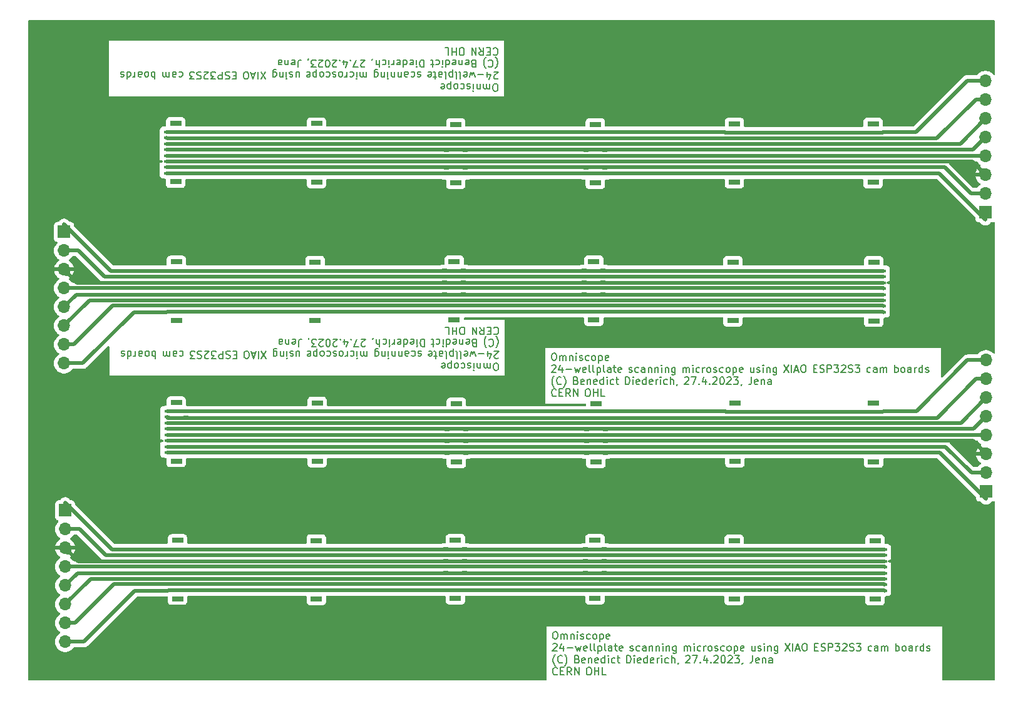
<source format=gbr>
%TF.GenerationSoftware,KiCad,Pcbnew,(7.0.0-0)*%
%TF.CreationDate,2023-04-28T06:51:24+02:00*%
%TF.ProjectId,omniscope,6f6d6e69-7363-46f7-9065-2e6b69636164,rev?*%
%TF.SameCoordinates,Original*%
%TF.FileFunction,Copper,L1,Top*%
%TF.FilePolarity,Positive*%
%FSLAX46Y46*%
G04 Gerber Fmt 4.6, Leading zero omitted, Abs format (unit mm)*
G04 Created by KiCad (PCBNEW (7.0.0-0)) date 2023-04-28 06:51:24*
%MOMM*%
%LPD*%
G01*
G04 APERTURE LIST*
%ADD10C,0.150000*%
%TA.AperFunction,NonConductor*%
%ADD11C,0.150000*%
%TD*%
%TA.AperFunction,SMDPad,CuDef*%
%ADD12R,0.790000X0.400000*%
%TD*%
%TA.AperFunction,SMDPad,CuDef*%
%ADD13R,1.600000X0.650000*%
%TD*%
%TA.AperFunction,ComponentPad*%
%ADD14R,1.700000X1.700000*%
%TD*%
%TA.AperFunction,ComponentPad*%
%ADD15O,1.700000X1.700000*%
%TD*%
%TA.AperFunction,Conductor*%
%ADD16C,0.500000*%
%TD*%
%TA.AperFunction,Conductor*%
%ADD17C,1.000000*%
%TD*%
G04 APERTURE END LIST*
D10*
D11*
X74728928Y-20237619D02*
X74538452Y-20237619D01*
X74538452Y-20237619D02*
X74443214Y-20190000D01*
X74443214Y-20190000D02*
X74347976Y-20094761D01*
X74347976Y-20094761D02*
X74300357Y-19904285D01*
X74300357Y-19904285D02*
X74300357Y-19570952D01*
X74300357Y-19570952D02*
X74347976Y-19380476D01*
X74347976Y-19380476D02*
X74443214Y-19285238D01*
X74443214Y-19285238D02*
X74538452Y-19237619D01*
X74538452Y-19237619D02*
X74728928Y-19237619D01*
X74728928Y-19237619D02*
X74824166Y-19285238D01*
X74824166Y-19285238D02*
X74919404Y-19380476D01*
X74919404Y-19380476D02*
X74967023Y-19570952D01*
X74967023Y-19570952D02*
X74967023Y-19904285D01*
X74967023Y-19904285D02*
X74919404Y-20094761D01*
X74919404Y-20094761D02*
X74824166Y-20190000D01*
X74824166Y-20190000D02*
X74728928Y-20237619D01*
X73871785Y-19237619D02*
X73871785Y-19904285D01*
X73871785Y-19809047D02*
X73824166Y-19856666D01*
X73824166Y-19856666D02*
X73728928Y-19904285D01*
X73728928Y-19904285D02*
X73586071Y-19904285D01*
X73586071Y-19904285D02*
X73490833Y-19856666D01*
X73490833Y-19856666D02*
X73443214Y-19761428D01*
X73443214Y-19761428D02*
X73443214Y-19237619D01*
X73443214Y-19761428D02*
X73395595Y-19856666D01*
X73395595Y-19856666D02*
X73300357Y-19904285D01*
X73300357Y-19904285D02*
X73157500Y-19904285D01*
X73157500Y-19904285D02*
X73062261Y-19856666D01*
X73062261Y-19856666D02*
X73014642Y-19761428D01*
X73014642Y-19761428D02*
X73014642Y-19237619D01*
X72538452Y-19904285D02*
X72538452Y-19237619D01*
X72538452Y-19809047D02*
X72490833Y-19856666D01*
X72490833Y-19856666D02*
X72395595Y-19904285D01*
X72395595Y-19904285D02*
X72252738Y-19904285D01*
X72252738Y-19904285D02*
X72157500Y-19856666D01*
X72157500Y-19856666D02*
X72109881Y-19761428D01*
X72109881Y-19761428D02*
X72109881Y-19237619D01*
X71633690Y-19237619D02*
X71633690Y-19904285D01*
X71633690Y-20237619D02*
X71681309Y-20190000D01*
X71681309Y-20190000D02*
X71633690Y-20142380D01*
X71633690Y-20142380D02*
X71586071Y-20190000D01*
X71586071Y-20190000D02*
X71633690Y-20237619D01*
X71633690Y-20237619D02*
X71633690Y-20142380D01*
X71205119Y-19285238D02*
X71109881Y-19237619D01*
X71109881Y-19237619D02*
X70919405Y-19237619D01*
X70919405Y-19237619D02*
X70824167Y-19285238D01*
X70824167Y-19285238D02*
X70776548Y-19380476D01*
X70776548Y-19380476D02*
X70776548Y-19428095D01*
X70776548Y-19428095D02*
X70824167Y-19523333D01*
X70824167Y-19523333D02*
X70919405Y-19570952D01*
X70919405Y-19570952D02*
X71062262Y-19570952D01*
X71062262Y-19570952D02*
X71157500Y-19618571D01*
X71157500Y-19618571D02*
X71205119Y-19713809D01*
X71205119Y-19713809D02*
X71205119Y-19761428D01*
X71205119Y-19761428D02*
X71157500Y-19856666D01*
X71157500Y-19856666D02*
X71062262Y-19904285D01*
X71062262Y-19904285D02*
X70919405Y-19904285D01*
X70919405Y-19904285D02*
X70824167Y-19856666D01*
X69919405Y-19285238D02*
X70014643Y-19237619D01*
X70014643Y-19237619D02*
X70205119Y-19237619D01*
X70205119Y-19237619D02*
X70300357Y-19285238D01*
X70300357Y-19285238D02*
X70347976Y-19332857D01*
X70347976Y-19332857D02*
X70395595Y-19428095D01*
X70395595Y-19428095D02*
X70395595Y-19713809D01*
X70395595Y-19713809D02*
X70347976Y-19809047D01*
X70347976Y-19809047D02*
X70300357Y-19856666D01*
X70300357Y-19856666D02*
X70205119Y-19904285D01*
X70205119Y-19904285D02*
X70014643Y-19904285D01*
X70014643Y-19904285D02*
X69919405Y-19856666D01*
X69347976Y-19237619D02*
X69443214Y-19285238D01*
X69443214Y-19285238D02*
X69490833Y-19332857D01*
X69490833Y-19332857D02*
X69538452Y-19428095D01*
X69538452Y-19428095D02*
X69538452Y-19713809D01*
X69538452Y-19713809D02*
X69490833Y-19809047D01*
X69490833Y-19809047D02*
X69443214Y-19856666D01*
X69443214Y-19856666D02*
X69347976Y-19904285D01*
X69347976Y-19904285D02*
X69205119Y-19904285D01*
X69205119Y-19904285D02*
X69109881Y-19856666D01*
X69109881Y-19856666D02*
X69062262Y-19809047D01*
X69062262Y-19809047D02*
X69014643Y-19713809D01*
X69014643Y-19713809D02*
X69014643Y-19428095D01*
X69014643Y-19428095D02*
X69062262Y-19332857D01*
X69062262Y-19332857D02*
X69109881Y-19285238D01*
X69109881Y-19285238D02*
X69205119Y-19237619D01*
X69205119Y-19237619D02*
X69347976Y-19237619D01*
X68586071Y-19904285D02*
X68586071Y-18904285D01*
X68586071Y-19856666D02*
X68490833Y-19904285D01*
X68490833Y-19904285D02*
X68300357Y-19904285D01*
X68300357Y-19904285D02*
X68205119Y-19856666D01*
X68205119Y-19856666D02*
X68157500Y-19809047D01*
X68157500Y-19809047D02*
X68109881Y-19713809D01*
X68109881Y-19713809D02*
X68109881Y-19428095D01*
X68109881Y-19428095D02*
X68157500Y-19332857D01*
X68157500Y-19332857D02*
X68205119Y-19285238D01*
X68205119Y-19285238D02*
X68300357Y-19237619D01*
X68300357Y-19237619D02*
X68490833Y-19237619D01*
X68490833Y-19237619D02*
X68586071Y-19285238D01*
X67300357Y-19285238D02*
X67395595Y-19237619D01*
X67395595Y-19237619D02*
X67586071Y-19237619D01*
X67586071Y-19237619D02*
X67681309Y-19285238D01*
X67681309Y-19285238D02*
X67728928Y-19380476D01*
X67728928Y-19380476D02*
X67728928Y-19761428D01*
X67728928Y-19761428D02*
X67681309Y-19856666D01*
X67681309Y-19856666D02*
X67586071Y-19904285D01*
X67586071Y-19904285D02*
X67395595Y-19904285D01*
X67395595Y-19904285D02*
X67300357Y-19856666D01*
X67300357Y-19856666D02*
X67252738Y-19761428D01*
X67252738Y-19761428D02*
X67252738Y-19666190D01*
X67252738Y-19666190D02*
X67728928Y-19570952D01*
X74967023Y-18522380D02*
X74919404Y-18570000D01*
X74919404Y-18570000D02*
X74824166Y-18617619D01*
X74824166Y-18617619D02*
X74586071Y-18617619D01*
X74586071Y-18617619D02*
X74490833Y-18570000D01*
X74490833Y-18570000D02*
X74443214Y-18522380D01*
X74443214Y-18522380D02*
X74395595Y-18427142D01*
X74395595Y-18427142D02*
X74395595Y-18331904D01*
X74395595Y-18331904D02*
X74443214Y-18189047D01*
X74443214Y-18189047D02*
X75014642Y-17617619D01*
X75014642Y-17617619D02*
X74395595Y-17617619D01*
X73538452Y-18284285D02*
X73538452Y-17617619D01*
X73776547Y-18665238D02*
X74014642Y-17950952D01*
X74014642Y-17950952D02*
X73395595Y-17950952D01*
X73014642Y-17998571D02*
X72252738Y-17998571D01*
X71871785Y-18284285D02*
X71681309Y-17617619D01*
X71681309Y-17617619D02*
X71490833Y-18093809D01*
X71490833Y-18093809D02*
X71300357Y-17617619D01*
X71300357Y-17617619D02*
X71109881Y-18284285D01*
X70347976Y-17665238D02*
X70443214Y-17617619D01*
X70443214Y-17617619D02*
X70633690Y-17617619D01*
X70633690Y-17617619D02*
X70728928Y-17665238D01*
X70728928Y-17665238D02*
X70776547Y-17760476D01*
X70776547Y-17760476D02*
X70776547Y-18141428D01*
X70776547Y-18141428D02*
X70728928Y-18236666D01*
X70728928Y-18236666D02*
X70633690Y-18284285D01*
X70633690Y-18284285D02*
X70443214Y-18284285D01*
X70443214Y-18284285D02*
X70347976Y-18236666D01*
X70347976Y-18236666D02*
X70300357Y-18141428D01*
X70300357Y-18141428D02*
X70300357Y-18046190D01*
X70300357Y-18046190D02*
X70776547Y-17950952D01*
X69728928Y-17617619D02*
X69824166Y-17665238D01*
X69824166Y-17665238D02*
X69871785Y-17760476D01*
X69871785Y-17760476D02*
X69871785Y-18617619D01*
X69205118Y-17617619D02*
X69300356Y-17665238D01*
X69300356Y-17665238D02*
X69347975Y-17760476D01*
X69347975Y-17760476D02*
X69347975Y-18617619D01*
X68824165Y-18284285D02*
X68824165Y-17284285D01*
X68824165Y-18236666D02*
X68728927Y-18284285D01*
X68728927Y-18284285D02*
X68538451Y-18284285D01*
X68538451Y-18284285D02*
X68443213Y-18236666D01*
X68443213Y-18236666D02*
X68395594Y-18189047D01*
X68395594Y-18189047D02*
X68347975Y-18093809D01*
X68347975Y-18093809D02*
X68347975Y-17808095D01*
X68347975Y-17808095D02*
X68395594Y-17712857D01*
X68395594Y-17712857D02*
X68443213Y-17665238D01*
X68443213Y-17665238D02*
X68538451Y-17617619D01*
X68538451Y-17617619D02*
X68728927Y-17617619D01*
X68728927Y-17617619D02*
X68824165Y-17665238D01*
X67776546Y-17617619D02*
X67871784Y-17665238D01*
X67871784Y-17665238D02*
X67919403Y-17760476D01*
X67919403Y-17760476D02*
X67919403Y-18617619D01*
X66967022Y-17617619D02*
X66967022Y-18141428D01*
X66967022Y-18141428D02*
X67014641Y-18236666D01*
X67014641Y-18236666D02*
X67109879Y-18284285D01*
X67109879Y-18284285D02*
X67300355Y-18284285D01*
X67300355Y-18284285D02*
X67395593Y-18236666D01*
X66967022Y-17665238D02*
X67062260Y-17617619D01*
X67062260Y-17617619D02*
X67300355Y-17617619D01*
X67300355Y-17617619D02*
X67395593Y-17665238D01*
X67395593Y-17665238D02*
X67443212Y-17760476D01*
X67443212Y-17760476D02*
X67443212Y-17855714D01*
X67443212Y-17855714D02*
X67395593Y-17950952D01*
X67395593Y-17950952D02*
X67300355Y-17998571D01*
X67300355Y-17998571D02*
X67062260Y-17998571D01*
X67062260Y-17998571D02*
X66967022Y-18046190D01*
X66633688Y-18284285D02*
X66252736Y-18284285D01*
X66490831Y-18617619D02*
X66490831Y-17760476D01*
X66490831Y-17760476D02*
X66443212Y-17665238D01*
X66443212Y-17665238D02*
X66347974Y-17617619D01*
X66347974Y-17617619D02*
X66252736Y-17617619D01*
X65538450Y-17665238D02*
X65633688Y-17617619D01*
X65633688Y-17617619D02*
X65824164Y-17617619D01*
X65824164Y-17617619D02*
X65919402Y-17665238D01*
X65919402Y-17665238D02*
X65967021Y-17760476D01*
X65967021Y-17760476D02*
X65967021Y-18141428D01*
X65967021Y-18141428D02*
X65919402Y-18236666D01*
X65919402Y-18236666D02*
X65824164Y-18284285D01*
X65824164Y-18284285D02*
X65633688Y-18284285D01*
X65633688Y-18284285D02*
X65538450Y-18236666D01*
X65538450Y-18236666D02*
X65490831Y-18141428D01*
X65490831Y-18141428D02*
X65490831Y-18046190D01*
X65490831Y-18046190D02*
X65967021Y-17950952D01*
X64509878Y-17665238D02*
X64414640Y-17617619D01*
X64414640Y-17617619D02*
X64224164Y-17617619D01*
X64224164Y-17617619D02*
X64128926Y-17665238D01*
X64128926Y-17665238D02*
X64081307Y-17760476D01*
X64081307Y-17760476D02*
X64081307Y-17808095D01*
X64081307Y-17808095D02*
X64128926Y-17903333D01*
X64128926Y-17903333D02*
X64224164Y-17950952D01*
X64224164Y-17950952D02*
X64367021Y-17950952D01*
X64367021Y-17950952D02*
X64462259Y-17998571D01*
X64462259Y-17998571D02*
X64509878Y-18093809D01*
X64509878Y-18093809D02*
X64509878Y-18141428D01*
X64509878Y-18141428D02*
X64462259Y-18236666D01*
X64462259Y-18236666D02*
X64367021Y-18284285D01*
X64367021Y-18284285D02*
X64224164Y-18284285D01*
X64224164Y-18284285D02*
X64128926Y-18236666D01*
X63224164Y-17665238D02*
X63319402Y-17617619D01*
X63319402Y-17617619D02*
X63509878Y-17617619D01*
X63509878Y-17617619D02*
X63605116Y-17665238D01*
X63605116Y-17665238D02*
X63652735Y-17712857D01*
X63652735Y-17712857D02*
X63700354Y-17808095D01*
X63700354Y-17808095D02*
X63700354Y-18093809D01*
X63700354Y-18093809D02*
X63652735Y-18189047D01*
X63652735Y-18189047D02*
X63605116Y-18236666D01*
X63605116Y-18236666D02*
X63509878Y-18284285D01*
X63509878Y-18284285D02*
X63319402Y-18284285D01*
X63319402Y-18284285D02*
X63224164Y-18236666D01*
X62367021Y-17617619D02*
X62367021Y-18141428D01*
X62367021Y-18141428D02*
X62414640Y-18236666D01*
X62414640Y-18236666D02*
X62509878Y-18284285D01*
X62509878Y-18284285D02*
X62700354Y-18284285D01*
X62700354Y-18284285D02*
X62795592Y-18236666D01*
X62367021Y-17665238D02*
X62462259Y-17617619D01*
X62462259Y-17617619D02*
X62700354Y-17617619D01*
X62700354Y-17617619D02*
X62795592Y-17665238D01*
X62795592Y-17665238D02*
X62843211Y-17760476D01*
X62843211Y-17760476D02*
X62843211Y-17855714D01*
X62843211Y-17855714D02*
X62795592Y-17950952D01*
X62795592Y-17950952D02*
X62700354Y-17998571D01*
X62700354Y-17998571D02*
X62462259Y-17998571D01*
X62462259Y-17998571D02*
X62367021Y-18046190D01*
X61890830Y-18284285D02*
X61890830Y-17617619D01*
X61890830Y-18189047D02*
X61843211Y-18236666D01*
X61843211Y-18236666D02*
X61747973Y-18284285D01*
X61747973Y-18284285D02*
X61605116Y-18284285D01*
X61605116Y-18284285D02*
X61509878Y-18236666D01*
X61509878Y-18236666D02*
X61462259Y-18141428D01*
X61462259Y-18141428D02*
X61462259Y-17617619D01*
X60986068Y-18284285D02*
X60986068Y-17617619D01*
X60986068Y-18189047D02*
X60938449Y-18236666D01*
X60938449Y-18236666D02*
X60843211Y-18284285D01*
X60843211Y-18284285D02*
X60700354Y-18284285D01*
X60700354Y-18284285D02*
X60605116Y-18236666D01*
X60605116Y-18236666D02*
X60557497Y-18141428D01*
X60557497Y-18141428D02*
X60557497Y-17617619D01*
X60081306Y-17617619D02*
X60081306Y-18284285D01*
X60081306Y-18617619D02*
X60128925Y-18570000D01*
X60128925Y-18570000D02*
X60081306Y-18522380D01*
X60081306Y-18522380D02*
X60033687Y-18570000D01*
X60033687Y-18570000D02*
X60081306Y-18617619D01*
X60081306Y-18617619D02*
X60081306Y-18522380D01*
X59605116Y-18284285D02*
X59605116Y-17617619D01*
X59605116Y-18189047D02*
X59557497Y-18236666D01*
X59557497Y-18236666D02*
X59462259Y-18284285D01*
X59462259Y-18284285D02*
X59319402Y-18284285D01*
X59319402Y-18284285D02*
X59224164Y-18236666D01*
X59224164Y-18236666D02*
X59176545Y-18141428D01*
X59176545Y-18141428D02*
X59176545Y-17617619D01*
X58271783Y-18284285D02*
X58271783Y-17474761D01*
X58271783Y-17474761D02*
X58319402Y-17379523D01*
X58319402Y-17379523D02*
X58367021Y-17331904D01*
X58367021Y-17331904D02*
X58462259Y-17284285D01*
X58462259Y-17284285D02*
X58605116Y-17284285D01*
X58605116Y-17284285D02*
X58700354Y-17331904D01*
X58271783Y-17665238D02*
X58367021Y-17617619D01*
X58367021Y-17617619D02*
X58557497Y-17617619D01*
X58557497Y-17617619D02*
X58652735Y-17665238D01*
X58652735Y-17665238D02*
X58700354Y-17712857D01*
X58700354Y-17712857D02*
X58747973Y-17808095D01*
X58747973Y-17808095D02*
X58747973Y-18093809D01*
X58747973Y-18093809D02*
X58700354Y-18189047D01*
X58700354Y-18189047D02*
X58652735Y-18236666D01*
X58652735Y-18236666D02*
X58557497Y-18284285D01*
X58557497Y-18284285D02*
X58367021Y-18284285D01*
X58367021Y-18284285D02*
X58271783Y-18236666D01*
X57195592Y-17617619D02*
X57195592Y-18284285D01*
X57195592Y-18189047D02*
X57147973Y-18236666D01*
X57147973Y-18236666D02*
X57052735Y-18284285D01*
X57052735Y-18284285D02*
X56909878Y-18284285D01*
X56909878Y-18284285D02*
X56814640Y-18236666D01*
X56814640Y-18236666D02*
X56767021Y-18141428D01*
X56767021Y-18141428D02*
X56767021Y-17617619D01*
X56767021Y-18141428D02*
X56719402Y-18236666D01*
X56719402Y-18236666D02*
X56624164Y-18284285D01*
X56624164Y-18284285D02*
X56481307Y-18284285D01*
X56481307Y-18284285D02*
X56386068Y-18236666D01*
X56386068Y-18236666D02*
X56338449Y-18141428D01*
X56338449Y-18141428D02*
X56338449Y-17617619D01*
X55862259Y-17617619D02*
X55862259Y-18284285D01*
X55862259Y-18617619D02*
X55909878Y-18570000D01*
X55909878Y-18570000D02*
X55862259Y-18522380D01*
X55862259Y-18522380D02*
X55814640Y-18570000D01*
X55814640Y-18570000D02*
X55862259Y-18617619D01*
X55862259Y-18617619D02*
X55862259Y-18522380D01*
X54957498Y-17665238D02*
X55052736Y-17617619D01*
X55052736Y-17617619D02*
X55243212Y-17617619D01*
X55243212Y-17617619D02*
X55338450Y-17665238D01*
X55338450Y-17665238D02*
X55386069Y-17712857D01*
X55386069Y-17712857D02*
X55433688Y-17808095D01*
X55433688Y-17808095D02*
X55433688Y-18093809D01*
X55433688Y-18093809D02*
X55386069Y-18189047D01*
X55386069Y-18189047D02*
X55338450Y-18236666D01*
X55338450Y-18236666D02*
X55243212Y-18284285D01*
X55243212Y-18284285D02*
X55052736Y-18284285D01*
X55052736Y-18284285D02*
X54957498Y-18236666D01*
X54528926Y-17617619D02*
X54528926Y-18284285D01*
X54528926Y-18093809D02*
X54481307Y-18189047D01*
X54481307Y-18189047D02*
X54433688Y-18236666D01*
X54433688Y-18236666D02*
X54338450Y-18284285D01*
X54338450Y-18284285D02*
X54243212Y-18284285D01*
X53767021Y-17617619D02*
X53862259Y-17665238D01*
X53862259Y-17665238D02*
X53909878Y-17712857D01*
X53909878Y-17712857D02*
X53957497Y-17808095D01*
X53957497Y-17808095D02*
X53957497Y-18093809D01*
X53957497Y-18093809D02*
X53909878Y-18189047D01*
X53909878Y-18189047D02*
X53862259Y-18236666D01*
X53862259Y-18236666D02*
X53767021Y-18284285D01*
X53767021Y-18284285D02*
X53624164Y-18284285D01*
X53624164Y-18284285D02*
X53528926Y-18236666D01*
X53528926Y-18236666D02*
X53481307Y-18189047D01*
X53481307Y-18189047D02*
X53433688Y-18093809D01*
X53433688Y-18093809D02*
X53433688Y-17808095D01*
X53433688Y-17808095D02*
X53481307Y-17712857D01*
X53481307Y-17712857D02*
X53528926Y-17665238D01*
X53528926Y-17665238D02*
X53624164Y-17617619D01*
X53624164Y-17617619D02*
X53767021Y-17617619D01*
X53052735Y-17665238D02*
X52957497Y-17617619D01*
X52957497Y-17617619D02*
X52767021Y-17617619D01*
X52767021Y-17617619D02*
X52671783Y-17665238D01*
X52671783Y-17665238D02*
X52624164Y-17760476D01*
X52624164Y-17760476D02*
X52624164Y-17808095D01*
X52624164Y-17808095D02*
X52671783Y-17903333D01*
X52671783Y-17903333D02*
X52767021Y-17950952D01*
X52767021Y-17950952D02*
X52909878Y-17950952D01*
X52909878Y-17950952D02*
X53005116Y-17998571D01*
X53005116Y-17998571D02*
X53052735Y-18093809D01*
X53052735Y-18093809D02*
X53052735Y-18141428D01*
X53052735Y-18141428D02*
X53005116Y-18236666D01*
X53005116Y-18236666D02*
X52909878Y-18284285D01*
X52909878Y-18284285D02*
X52767021Y-18284285D01*
X52767021Y-18284285D02*
X52671783Y-18236666D01*
X51767021Y-17665238D02*
X51862259Y-17617619D01*
X51862259Y-17617619D02*
X52052735Y-17617619D01*
X52052735Y-17617619D02*
X52147973Y-17665238D01*
X52147973Y-17665238D02*
X52195592Y-17712857D01*
X52195592Y-17712857D02*
X52243211Y-17808095D01*
X52243211Y-17808095D02*
X52243211Y-18093809D01*
X52243211Y-18093809D02*
X52195592Y-18189047D01*
X52195592Y-18189047D02*
X52147973Y-18236666D01*
X52147973Y-18236666D02*
X52052735Y-18284285D01*
X52052735Y-18284285D02*
X51862259Y-18284285D01*
X51862259Y-18284285D02*
X51767021Y-18236666D01*
X51195592Y-17617619D02*
X51290830Y-17665238D01*
X51290830Y-17665238D02*
X51338449Y-17712857D01*
X51338449Y-17712857D02*
X51386068Y-17808095D01*
X51386068Y-17808095D02*
X51386068Y-18093809D01*
X51386068Y-18093809D02*
X51338449Y-18189047D01*
X51338449Y-18189047D02*
X51290830Y-18236666D01*
X51290830Y-18236666D02*
X51195592Y-18284285D01*
X51195592Y-18284285D02*
X51052735Y-18284285D01*
X51052735Y-18284285D02*
X50957497Y-18236666D01*
X50957497Y-18236666D02*
X50909878Y-18189047D01*
X50909878Y-18189047D02*
X50862259Y-18093809D01*
X50862259Y-18093809D02*
X50862259Y-17808095D01*
X50862259Y-17808095D02*
X50909878Y-17712857D01*
X50909878Y-17712857D02*
X50957497Y-17665238D01*
X50957497Y-17665238D02*
X51052735Y-17617619D01*
X51052735Y-17617619D02*
X51195592Y-17617619D01*
X50433687Y-18284285D02*
X50433687Y-17284285D01*
X50433687Y-18236666D02*
X50338449Y-18284285D01*
X50338449Y-18284285D02*
X50147973Y-18284285D01*
X50147973Y-18284285D02*
X50052735Y-18236666D01*
X50052735Y-18236666D02*
X50005116Y-18189047D01*
X50005116Y-18189047D02*
X49957497Y-18093809D01*
X49957497Y-18093809D02*
X49957497Y-17808095D01*
X49957497Y-17808095D02*
X50005116Y-17712857D01*
X50005116Y-17712857D02*
X50052735Y-17665238D01*
X50052735Y-17665238D02*
X50147973Y-17617619D01*
X50147973Y-17617619D02*
X50338449Y-17617619D01*
X50338449Y-17617619D02*
X50433687Y-17665238D01*
X49147973Y-17665238D02*
X49243211Y-17617619D01*
X49243211Y-17617619D02*
X49433687Y-17617619D01*
X49433687Y-17617619D02*
X49528925Y-17665238D01*
X49528925Y-17665238D02*
X49576544Y-17760476D01*
X49576544Y-17760476D02*
X49576544Y-18141428D01*
X49576544Y-18141428D02*
X49528925Y-18236666D01*
X49528925Y-18236666D02*
X49433687Y-18284285D01*
X49433687Y-18284285D02*
X49243211Y-18284285D01*
X49243211Y-18284285D02*
X49147973Y-18236666D01*
X49147973Y-18236666D02*
X49100354Y-18141428D01*
X49100354Y-18141428D02*
X49100354Y-18046190D01*
X49100354Y-18046190D02*
X49576544Y-17950952D01*
X47643211Y-18284285D02*
X47643211Y-17617619D01*
X48071782Y-18284285D02*
X48071782Y-17760476D01*
X48071782Y-17760476D02*
X48024163Y-17665238D01*
X48024163Y-17665238D02*
X47928925Y-17617619D01*
X47928925Y-17617619D02*
X47786068Y-17617619D01*
X47786068Y-17617619D02*
X47690830Y-17665238D01*
X47690830Y-17665238D02*
X47643211Y-17712857D01*
X47214639Y-17665238D02*
X47119401Y-17617619D01*
X47119401Y-17617619D02*
X46928925Y-17617619D01*
X46928925Y-17617619D02*
X46833687Y-17665238D01*
X46833687Y-17665238D02*
X46786068Y-17760476D01*
X46786068Y-17760476D02*
X46786068Y-17808095D01*
X46786068Y-17808095D02*
X46833687Y-17903333D01*
X46833687Y-17903333D02*
X46928925Y-17950952D01*
X46928925Y-17950952D02*
X47071782Y-17950952D01*
X47071782Y-17950952D02*
X47167020Y-17998571D01*
X47167020Y-17998571D02*
X47214639Y-18093809D01*
X47214639Y-18093809D02*
X47214639Y-18141428D01*
X47214639Y-18141428D02*
X47167020Y-18236666D01*
X47167020Y-18236666D02*
X47071782Y-18284285D01*
X47071782Y-18284285D02*
X46928925Y-18284285D01*
X46928925Y-18284285D02*
X46833687Y-18236666D01*
X46357496Y-17617619D02*
X46357496Y-18284285D01*
X46357496Y-18617619D02*
X46405115Y-18570000D01*
X46405115Y-18570000D02*
X46357496Y-18522380D01*
X46357496Y-18522380D02*
X46309877Y-18570000D01*
X46309877Y-18570000D02*
X46357496Y-18617619D01*
X46357496Y-18617619D02*
X46357496Y-18522380D01*
X45881306Y-18284285D02*
X45881306Y-17617619D01*
X45881306Y-18189047D02*
X45833687Y-18236666D01*
X45833687Y-18236666D02*
X45738449Y-18284285D01*
X45738449Y-18284285D02*
X45595592Y-18284285D01*
X45595592Y-18284285D02*
X45500354Y-18236666D01*
X45500354Y-18236666D02*
X45452735Y-18141428D01*
X45452735Y-18141428D02*
X45452735Y-17617619D01*
X44547973Y-18284285D02*
X44547973Y-17474761D01*
X44547973Y-17474761D02*
X44595592Y-17379523D01*
X44595592Y-17379523D02*
X44643211Y-17331904D01*
X44643211Y-17331904D02*
X44738449Y-17284285D01*
X44738449Y-17284285D02*
X44881306Y-17284285D01*
X44881306Y-17284285D02*
X44976544Y-17331904D01*
X44547973Y-17665238D02*
X44643211Y-17617619D01*
X44643211Y-17617619D02*
X44833687Y-17617619D01*
X44833687Y-17617619D02*
X44928925Y-17665238D01*
X44928925Y-17665238D02*
X44976544Y-17712857D01*
X44976544Y-17712857D02*
X45024163Y-17808095D01*
X45024163Y-17808095D02*
X45024163Y-18093809D01*
X45024163Y-18093809D02*
X44976544Y-18189047D01*
X44976544Y-18189047D02*
X44928925Y-18236666D01*
X44928925Y-18236666D02*
X44833687Y-18284285D01*
X44833687Y-18284285D02*
X44643211Y-18284285D01*
X44643211Y-18284285D02*
X44547973Y-18236666D01*
X43567020Y-18617619D02*
X42900354Y-17617619D01*
X42900354Y-18617619D02*
X43567020Y-17617619D01*
X42519401Y-17617619D02*
X42519401Y-18617619D01*
X42090830Y-17903333D02*
X41614640Y-17903333D01*
X42186068Y-17617619D02*
X41852735Y-18617619D01*
X41852735Y-18617619D02*
X41519402Y-17617619D01*
X40995592Y-18617619D02*
X40805116Y-18617619D01*
X40805116Y-18617619D02*
X40709878Y-18570000D01*
X40709878Y-18570000D02*
X40614640Y-18474761D01*
X40614640Y-18474761D02*
X40567021Y-18284285D01*
X40567021Y-18284285D02*
X40567021Y-17950952D01*
X40567021Y-17950952D02*
X40614640Y-17760476D01*
X40614640Y-17760476D02*
X40709878Y-17665238D01*
X40709878Y-17665238D02*
X40805116Y-17617619D01*
X40805116Y-17617619D02*
X40995592Y-17617619D01*
X40995592Y-17617619D02*
X41090830Y-17665238D01*
X41090830Y-17665238D02*
X41186068Y-17760476D01*
X41186068Y-17760476D02*
X41233687Y-17950952D01*
X41233687Y-17950952D02*
X41233687Y-18284285D01*
X41233687Y-18284285D02*
X41186068Y-18474761D01*
X41186068Y-18474761D02*
X41090830Y-18570000D01*
X41090830Y-18570000D02*
X40995592Y-18617619D01*
X39538449Y-18141428D02*
X39205116Y-18141428D01*
X39062259Y-17617619D02*
X39538449Y-17617619D01*
X39538449Y-17617619D02*
X39538449Y-18617619D01*
X39538449Y-18617619D02*
X39062259Y-18617619D01*
X38681306Y-17665238D02*
X38538449Y-17617619D01*
X38538449Y-17617619D02*
X38300354Y-17617619D01*
X38300354Y-17617619D02*
X38205116Y-17665238D01*
X38205116Y-17665238D02*
X38157497Y-17712857D01*
X38157497Y-17712857D02*
X38109878Y-17808095D01*
X38109878Y-17808095D02*
X38109878Y-17903333D01*
X38109878Y-17903333D02*
X38157497Y-17998571D01*
X38157497Y-17998571D02*
X38205116Y-18046190D01*
X38205116Y-18046190D02*
X38300354Y-18093809D01*
X38300354Y-18093809D02*
X38490830Y-18141428D01*
X38490830Y-18141428D02*
X38586068Y-18189047D01*
X38586068Y-18189047D02*
X38633687Y-18236666D01*
X38633687Y-18236666D02*
X38681306Y-18331904D01*
X38681306Y-18331904D02*
X38681306Y-18427142D01*
X38681306Y-18427142D02*
X38633687Y-18522380D01*
X38633687Y-18522380D02*
X38586068Y-18570000D01*
X38586068Y-18570000D02*
X38490830Y-18617619D01*
X38490830Y-18617619D02*
X38252735Y-18617619D01*
X38252735Y-18617619D02*
X38109878Y-18570000D01*
X37681306Y-17617619D02*
X37681306Y-18617619D01*
X37681306Y-18617619D02*
X37300354Y-18617619D01*
X37300354Y-18617619D02*
X37205116Y-18570000D01*
X37205116Y-18570000D02*
X37157497Y-18522380D01*
X37157497Y-18522380D02*
X37109878Y-18427142D01*
X37109878Y-18427142D02*
X37109878Y-18284285D01*
X37109878Y-18284285D02*
X37157497Y-18189047D01*
X37157497Y-18189047D02*
X37205116Y-18141428D01*
X37205116Y-18141428D02*
X37300354Y-18093809D01*
X37300354Y-18093809D02*
X37681306Y-18093809D01*
X36776544Y-18617619D02*
X36157497Y-18617619D01*
X36157497Y-18617619D02*
X36490830Y-18236666D01*
X36490830Y-18236666D02*
X36347973Y-18236666D01*
X36347973Y-18236666D02*
X36252735Y-18189047D01*
X36252735Y-18189047D02*
X36205116Y-18141428D01*
X36205116Y-18141428D02*
X36157497Y-18046190D01*
X36157497Y-18046190D02*
X36157497Y-17808095D01*
X36157497Y-17808095D02*
X36205116Y-17712857D01*
X36205116Y-17712857D02*
X36252735Y-17665238D01*
X36252735Y-17665238D02*
X36347973Y-17617619D01*
X36347973Y-17617619D02*
X36633687Y-17617619D01*
X36633687Y-17617619D02*
X36728925Y-17665238D01*
X36728925Y-17665238D02*
X36776544Y-17712857D01*
X35776544Y-18522380D02*
X35728925Y-18570000D01*
X35728925Y-18570000D02*
X35633687Y-18617619D01*
X35633687Y-18617619D02*
X35395592Y-18617619D01*
X35395592Y-18617619D02*
X35300354Y-18570000D01*
X35300354Y-18570000D02*
X35252735Y-18522380D01*
X35252735Y-18522380D02*
X35205116Y-18427142D01*
X35205116Y-18427142D02*
X35205116Y-18331904D01*
X35205116Y-18331904D02*
X35252735Y-18189047D01*
X35252735Y-18189047D02*
X35824163Y-17617619D01*
X35824163Y-17617619D02*
X35205116Y-17617619D01*
X34824163Y-17665238D02*
X34681306Y-17617619D01*
X34681306Y-17617619D02*
X34443211Y-17617619D01*
X34443211Y-17617619D02*
X34347973Y-17665238D01*
X34347973Y-17665238D02*
X34300354Y-17712857D01*
X34300354Y-17712857D02*
X34252735Y-17808095D01*
X34252735Y-17808095D02*
X34252735Y-17903333D01*
X34252735Y-17903333D02*
X34300354Y-17998571D01*
X34300354Y-17998571D02*
X34347973Y-18046190D01*
X34347973Y-18046190D02*
X34443211Y-18093809D01*
X34443211Y-18093809D02*
X34633687Y-18141428D01*
X34633687Y-18141428D02*
X34728925Y-18189047D01*
X34728925Y-18189047D02*
X34776544Y-18236666D01*
X34776544Y-18236666D02*
X34824163Y-18331904D01*
X34824163Y-18331904D02*
X34824163Y-18427142D01*
X34824163Y-18427142D02*
X34776544Y-18522380D01*
X34776544Y-18522380D02*
X34728925Y-18570000D01*
X34728925Y-18570000D02*
X34633687Y-18617619D01*
X34633687Y-18617619D02*
X34395592Y-18617619D01*
X34395592Y-18617619D02*
X34252735Y-18570000D01*
X33919401Y-18617619D02*
X33300354Y-18617619D01*
X33300354Y-18617619D02*
X33633687Y-18236666D01*
X33633687Y-18236666D02*
X33490830Y-18236666D01*
X33490830Y-18236666D02*
X33395592Y-18189047D01*
X33395592Y-18189047D02*
X33347973Y-18141428D01*
X33347973Y-18141428D02*
X33300354Y-18046190D01*
X33300354Y-18046190D02*
X33300354Y-17808095D01*
X33300354Y-17808095D02*
X33347973Y-17712857D01*
X33347973Y-17712857D02*
X33395592Y-17665238D01*
X33395592Y-17665238D02*
X33490830Y-17617619D01*
X33490830Y-17617619D02*
X33776544Y-17617619D01*
X33776544Y-17617619D02*
X33871782Y-17665238D01*
X33871782Y-17665238D02*
X33919401Y-17712857D01*
X31843211Y-17665238D02*
X31938449Y-17617619D01*
X31938449Y-17617619D02*
X32128925Y-17617619D01*
X32128925Y-17617619D02*
X32224163Y-17665238D01*
X32224163Y-17665238D02*
X32271782Y-17712857D01*
X32271782Y-17712857D02*
X32319401Y-17808095D01*
X32319401Y-17808095D02*
X32319401Y-18093809D01*
X32319401Y-18093809D02*
X32271782Y-18189047D01*
X32271782Y-18189047D02*
X32224163Y-18236666D01*
X32224163Y-18236666D02*
X32128925Y-18284285D01*
X32128925Y-18284285D02*
X31938449Y-18284285D01*
X31938449Y-18284285D02*
X31843211Y-18236666D01*
X30986068Y-17617619D02*
X30986068Y-18141428D01*
X30986068Y-18141428D02*
X31033687Y-18236666D01*
X31033687Y-18236666D02*
X31128925Y-18284285D01*
X31128925Y-18284285D02*
X31319401Y-18284285D01*
X31319401Y-18284285D02*
X31414639Y-18236666D01*
X30986068Y-17665238D02*
X31081306Y-17617619D01*
X31081306Y-17617619D02*
X31319401Y-17617619D01*
X31319401Y-17617619D02*
X31414639Y-17665238D01*
X31414639Y-17665238D02*
X31462258Y-17760476D01*
X31462258Y-17760476D02*
X31462258Y-17855714D01*
X31462258Y-17855714D02*
X31414639Y-17950952D01*
X31414639Y-17950952D02*
X31319401Y-17998571D01*
X31319401Y-17998571D02*
X31081306Y-17998571D01*
X31081306Y-17998571D02*
X30986068Y-18046190D01*
X30509877Y-17617619D02*
X30509877Y-18284285D01*
X30509877Y-18189047D02*
X30462258Y-18236666D01*
X30462258Y-18236666D02*
X30367020Y-18284285D01*
X30367020Y-18284285D02*
X30224163Y-18284285D01*
X30224163Y-18284285D02*
X30128925Y-18236666D01*
X30128925Y-18236666D02*
X30081306Y-18141428D01*
X30081306Y-18141428D02*
X30081306Y-17617619D01*
X30081306Y-18141428D02*
X30033687Y-18236666D01*
X30033687Y-18236666D02*
X29938449Y-18284285D01*
X29938449Y-18284285D02*
X29795592Y-18284285D01*
X29795592Y-18284285D02*
X29700353Y-18236666D01*
X29700353Y-18236666D02*
X29652734Y-18141428D01*
X29652734Y-18141428D02*
X29652734Y-17617619D01*
X28576544Y-17617619D02*
X28576544Y-18617619D01*
X28576544Y-18236666D02*
X28481306Y-18284285D01*
X28481306Y-18284285D02*
X28290830Y-18284285D01*
X28290830Y-18284285D02*
X28195592Y-18236666D01*
X28195592Y-18236666D02*
X28147973Y-18189047D01*
X28147973Y-18189047D02*
X28100354Y-18093809D01*
X28100354Y-18093809D02*
X28100354Y-17808095D01*
X28100354Y-17808095D02*
X28147973Y-17712857D01*
X28147973Y-17712857D02*
X28195592Y-17665238D01*
X28195592Y-17665238D02*
X28290830Y-17617619D01*
X28290830Y-17617619D02*
X28481306Y-17617619D01*
X28481306Y-17617619D02*
X28576544Y-17665238D01*
X27528925Y-17617619D02*
X27624163Y-17665238D01*
X27624163Y-17665238D02*
X27671782Y-17712857D01*
X27671782Y-17712857D02*
X27719401Y-17808095D01*
X27719401Y-17808095D02*
X27719401Y-18093809D01*
X27719401Y-18093809D02*
X27671782Y-18189047D01*
X27671782Y-18189047D02*
X27624163Y-18236666D01*
X27624163Y-18236666D02*
X27528925Y-18284285D01*
X27528925Y-18284285D02*
X27386068Y-18284285D01*
X27386068Y-18284285D02*
X27290830Y-18236666D01*
X27290830Y-18236666D02*
X27243211Y-18189047D01*
X27243211Y-18189047D02*
X27195592Y-18093809D01*
X27195592Y-18093809D02*
X27195592Y-17808095D01*
X27195592Y-17808095D02*
X27243211Y-17712857D01*
X27243211Y-17712857D02*
X27290830Y-17665238D01*
X27290830Y-17665238D02*
X27386068Y-17617619D01*
X27386068Y-17617619D02*
X27528925Y-17617619D01*
X26338449Y-17617619D02*
X26338449Y-18141428D01*
X26338449Y-18141428D02*
X26386068Y-18236666D01*
X26386068Y-18236666D02*
X26481306Y-18284285D01*
X26481306Y-18284285D02*
X26671782Y-18284285D01*
X26671782Y-18284285D02*
X26767020Y-18236666D01*
X26338449Y-17665238D02*
X26433687Y-17617619D01*
X26433687Y-17617619D02*
X26671782Y-17617619D01*
X26671782Y-17617619D02*
X26767020Y-17665238D01*
X26767020Y-17665238D02*
X26814639Y-17760476D01*
X26814639Y-17760476D02*
X26814639Y-17855714D01*
X26814639Y-17855714D02*
X26767020Y-17950952D01*
X26767020Y-17950952D02*
X26671782Y-17998571D01*
X26671782Y-17998571D02*
X26433687Y-17998571D01*
X26433687Y-17998571D02*
X26338449Y-18046190D01*
X25862258Y-17617619D02*
X25862258Y-18284285D01*
X25862258Y-18093809D02*
X25814639Y-18189047D01*
X25814639Y-18189047D02*
X25767020Y-18236666D01*
X25767020Y-18236666D02*
X25671782Y-18284285D01*
X25671782Y-18284285D02*
X25576544Y-18284285D01*
X24814639Y-17617619D02*
X24814639Y-18617619D01*
X24814639Y-17665238D02*
X24909877Y-17617619D01*
X24909877Y-17617619D02*
X25100353Y-17617619D01*
X25100353Y-17617619D02*
X25195591Y-17665238D01*
X25195591Y-17665238D02*
X25243210Y-17712857D01*
X25243210Y-17712857D02*
X25290829Y-17808095D01*
X25290829Y-17808095D02*
X25290829Y-18093809D01*
X25290829Y-18093809D02*
X25243210Y-18189047D01*
X25243210Y-18189047D02*
X25195591Y-18236666D01*
X25195591Y-18236666D02*
X25100353Y-18284285D01*
X25100353Y-18284285D02*
X24909877Y-18284285D01*
X24909877Y-18284285D02*
X24814639Y-18236666D01*
X24386067Y-17665238D02*
X24290829Y-17617619D01*
X24290829Y-17617619D02*
X24100353Y-17617619D01*
X24100353Y-17617619D02*
X24005115Y-17665238D01*
X24005115Y-17665238D02*
X23957496Y-17760476D01*
X23957496Y-17760476D02*
X23957496Y-17808095D01*
X23957496Y-17808095D02*
X24005115Y-17903333D01*
X24005115Y-17903333D02*
X24100353Y-17950952D01*
X24100353Y-17950952D02*
X24243210Y-17950952D01*
X24243210Y-17950952D02*
X24338448Y-17998571D01*
X24338448Y-17998571D02*
X24386067Y-18093809D01*
X24386067Y-18093809D02*
X24386067Y-18141428D01*
X24386067Y-18141428D02*
X24338448Y-18236666D01*
X24338448Y-18236666D02*
X24243210Y-18284285D01*
X24243210Y-18284285D02*
X24100353Y-18284285D01*
X24100353Y-18284285D02*
X24005115Y-18236666D01*
X74633690Y-15616666D02*
X74681309Y-15664285D01*
X74681309Y-15664285D02*
X74776547Y-15807142D01*
X74776547Y-15807142D02*
X74824166Y-15902380D01*
X74824166Y-15902380D02*
X74871785Y-16045238D01*
X74871785Y-16045238D02*
X74919404Y-16283333D01*
X74919404Y-16283333D02*
X74919404Y-16473809D01*
X74919404Y-16473809D02*
X74871785Y-16711904D01*
X74871785Y-16711904D02*
X74824166Y-16854761D01*
X74824166Y-16854761D02*
X74776547Y-16950000D01*
X74776547Y-16950000D02*
X74681309Y-17092857D01*
X74681309Y-17092857D02*
X74633690Y-17140476D01*
X73681309Y-16092857D02*
X73728928Y-16045238D01*
X73728928Y-16045238D02*
X73871785Y-15997619D01*
X73871785Y-15997619D02*
X73967023Y-15997619D01*
X73967023Y-15997619D02*
X74109880Y-16045238D01*
X74109880Y-16045238D02*
X74205118Y-16140476D01*
X74205118Y-16140476D02*
X74252737Y-16235714D01*
X74252737Y-16235714D02*
X74300356Y-16426190D01*
X74300356Y-16426190D02*
X74300356Y-16569047D01*
X74300356Y-16569047D02*
X74252737Y-16759523D01*
X74252737Y-16759523D02*
X74205118Y-16854761D01*
X74205118Y-16854761D02*
X74109880Y-16950000D01*
X74109880Y-16950000D02*
X73967023Y-16997619D01*
X73967023Y-16997619D02*
X73871785Y-16997619D01*
X73871785Y-16997619D02*
X73728928Y-16950000D01*
X73728928Y-16950000D02*
X73681309Y-16902380D01*
X73347975Y-15616666D02*
X73300356Y-15664285D01*
X73300356Y-15664285D02*
X73205118Y-15807142D01*
X73205118Y-15807142D02*
X73157499Y-15902380D01*
X73157499Y-15902380D02*
X73109880Y-16045238D01*
X73109880Y-16045238D02*
X73062261Y-16283333D01*
X73062261Y-16283333D02*
X73062261Y-16473809D01*
X73062261Y-16473809D02*
X73109880Y-16711904D01*
X73109880Y-16711904D02*
X73157499Y-16854761D01*
X73157499Y-16854761D02*
X73205118Y-16950000D01*
X73205118Y-16950000D02*
X73300356Y-17092857D01*
X73300356Y-17092857D02*
X73347975Y-17140476D01*
X71652737Y-16521428D02*
X71509880Y-16473809D01*
X71509880Y-16473809D02*
X71462261Y-16426190D01*
X71462261Y-16426190D02*
X71414642Y-16330952D01*
X71414642Y-16330952D02*
X71414642Y-16188095D01*
X71414642Y-16188095D02*
X71462261Y-16092857D01*
X71462261Y-16092857D02*
X71509880Y-16045238D01*
X71509880Y-16045238D02*
X71605118Y-15997619D01*
X71605118Y-15997619D02*
X71986070Y-15997619D01*
X71986070Y-15997619D02*
X71986070Y-16997619D01*
X71986070Y-16997619D02*
X71652737Y-16997619D01*
X71652737Y-16997619D02*
X71557499Y-16950000D01*
X71557499Y-16950000D02*
X71509880Y-16902380D01*
X71509880Y-16902380D02*
X71462261Y-16807142D01*
X71462261Y-16807142D02*
X71462261Y-16711904D01*
X71462261Y-16711904D02*
X71509880Y-16616666D01*
X71509880Y-16616666D02*
X71557499Y-16569047D01*
X71557499Y-16569047D02*
X71652737Y-16521428D01*
X71652737Y-16521428D02*
X71986070Y-16521428D01*
X70605118Y-16045238D02*
X70700356Y-15997619D01*
X70700356Y-15997619D02*
X70890832Y-15997619D01*
X70890832Y-15997619D02*
X70986070Y-16045238D01*
X70986070Y-16045238D02*
X71033689Y-16140476D01*
X71033689Y-16140476D02*
X71033689Y-16521428D01*
X71033689Y-16521428D02*
X70986070Y-16616666D01*
X70986070Y-16616666D02*
X70890832Y-16664285D01*
X70890832Y-16664285D02*
X70700356Y-16664285D01*
X70700356Y-16664285D02*
X70605118Y-16616666D01*
X70605118Y-16616666D02*
X70557499Y-16521428D01*
X70557499Y-16521428D02*
X70557499Y-16426190D01*
X70557499Y-16426190D02*
X71033689Y-16330952D01*
X70128927Y-16664285D02*
X70128927Y-15997619D01*
X70128927Y-16569047D02*
X70081308Y-16616666D01*
X70081308Y-16616666D02*
X69986070Y-16664285D01*
X69986070Y-16664285D02*
X69843213Y-16664285D01*
X69843213Y-16664285D02*
X69747975Y-16616666D01*
X69747975Y-16616666D02*
X69700356Y-16521428D01*
X69700356Y-16521428D02*
X69700356Y-15997619D01*
X68843213Y-16045238D02*
X68938451Y-15997619D01*
X68938451Y-15997619D02*
X69128927Y-15997619D01*
X69128927Y-15997619D02*
X69224165Y-16045238D01*
X69224165Y-16045238D02*
X69271784Y-16140476D01*
X69271784Y-16140476D02*
X69271784Y-16521428D01*
X69271784Y-16521428D02*
X69224165Y-16616666D01*
X69224165Y-16616666D02*
X69128927Y-16664285D01*
X69128927Y-16664285D02*
X68938451Y-16664285D01*
X68938451Y-16664285D02*
X68843213Y-16616666D01*
X68843213Y-16616666D02*
X68795594Y-16521428D01*
X68795594Y-16521428D02*
X68795594Y-16426190D01*
X68795594Y-16426190D02*
X69271784Y-16330952D01*
X67938451Y-15997619D02*
X67938451Y-16997619D01*
X67938451Y-16045238D02*
X68033689Y-15997619D01*
X68033689Y-15997619D02*
X68224165Y-15997619D01*
X68224165Y-15997619D02*
X68319403Y-16045238D01*
X68319403Y-16045238D02*
X68367022Y-16092857D01*
X68367022Y-16092857D02*
X68414641Y-16188095D01*
X68414641Y-16188095D02*
X68414641Y-16473809D01*
X68414641Y-16473809D02*
X68367022Y-16569047D01*
X68367022Y-16569047D02*
X68319403Y-16616666D01*
X68319403Y-16616666D02*
X68224165Y-16664285D01*
X68224165Y-16664285D02*
X68033689Y-16664285D01*
X68033689Y-16664285D02*
X67938451Y-16616666D01*
X67462260Y-15997619D02*
X67462260Y-16664285D01*
X67462260Y-16997619D02*
X67509879Y-16950000D01*
X67509879Y-16950000D02*
X67462260Y-16902380D01*
X67462260Y-16902380D02*
X67414641Y-16950000D01*
X67414641Y-16950000D02*
X67462260Y-16997619D01*
X67462260Y-16997619D02*
X67462260Y-16902380D01*
X66557499Y-16045238D02*
X66652737Y-15997619D01*
X66652737Y-15997619D02*
X66843213Y-15997619D01*
X66843213Y-15997619D02*
X66938451Y-16045238D01*
X66938451Y-16045238D02*
X66986070Y-16092857D01*
X66986070Y-16092857D02*
X67033689Y-16188095D01*
X67033689Y-16188095D02*
X67033689Y-16473809D01*
X67033689Y-16473809D02*
X66986070Y-16569047D01*
X66986070Y-16569047D02*
X66938451Y-16616666D01*
X66938451Y-16616666D02*
X66843213Y-16664285D01*
X66843213Y-16664285D02*
X66652737Y-16664285D01*
X66652737Y-16664285D02*
X66557499Y-16616666D01*
X66271784Y-16664285D02*
X65890832Y-16664285D01*
X66128927Y-16997619D02*
X66128927Y-16140476D01*
X66128927Y-16140476D02*
X66081308Y-16045238D01*
X66081308Y-16045238D02*
X65986070Y-15997619D01*
X65986070Y-15997619D02*
X65890832Y-15997619D01*
X64957498Y-15997619D02*
X64957498Y-16997619D01*
X64957498Y-16997619D02*
X64719403Y-16997619D01*
X64719403Y-16997619D02*
X64576546Y-16950000D01*
X64576546Y-16950000D02*
X64481308Y-16854761D01*
X64481308Y-16854761D02*
X64433689Y-16759523D01*
X64433689Y-16759523D02*
X64386070Y-16569047D01*
X64386070Y-16569047D02*
X64386070Y-16426190D01*
X64386070Y-16426190D02*
X64433689Y-16235714D01*
X64433689Y-16235714D02*
X64481308Y-16140476D01*
X64481308Y-16140476D02*
X64576546Y-16045238D01*
X64576546Y-16045238D02*
X64719403Y-15997619D01*
X64719403Y-15997619D02*
X64957498Y-15997619D01*
X63957498Y-15997619D02*
X63957498Y-16664285D01*
X63957498Y-16997619D02*
X64005117Y-16950000D01*
X64005117Y-16950000D02*
X63957498Y-16902380D01*
X63957498Y-16902380D02*
X63909879Y-16950000D01*
X63909879Y-16950000D02*
X63957498Y-16997619D01*
X63957498Y-16997619D02*
X63957498Y-16902380D01*
X63100356Y-16045238D02*
X63195594Y-15997619D01*
X63195594Y-15997619D02*
X63386070Y-15997619D01*
X63386070Y-15997619D02*
X63481308Y-16045238D01*
X63481308Y-16045238D02*
X63528927Y-16140476D01*
X63528927Y-16140476D02*
X63528927Y-16521428D01*
X63528927Y-16521428D02*
X63481308Y-16616666D01*
X63481308Y-16616666D02*
X63386070Y-16664285D01*
X63386070Y-16664285D02*
X63195594Y-16664285D01*
X63195594Y-16664285D02*
X63100356Y-16616666D01*
X63100356Y-16616666D02*
X63052737Y-16521428D01*
X63052737Y-16521428D02*
X63052737Y-16426190D01*
X63052737Y-16426190D02*
X63528927Y-16330952D01*
X62195594Y-15997619D02*
X62195594Y-16997619D01*
X62195594Y-16045238D02*
X62290832Y-15997619D01*
X62290832Y-15997619D02*
X62481308Y-15997619D01*
X62481308Y-15997619D02*
X62576546Y-16045238D01*
X62576546Y-16045238D02*
X62624165Y-16092857D01*
X62624165Y-16092857D02*
X62671784Y-16188095D01*
X62671784Y-16188095D02*
X62671784Y-16473809D01*
X62671784Y-16473809D02*
X62624165Y-16569047D01*
X62624165Y-16569047D02*
X62576546Y-16616666D01*
X62576546Y-16616666D02*
X62481308Y-16664285D01*
X62481308Y-16664285D02*
X62290832Y-16664285D01*
X62290832Y-16664285D02*
X62195594Y-16616666D01*
X61338451Y-16045238D02*
X61433689Y-15997619D01*
X61433689Y-15997619D02*
X61624165Y-15997619D01*
X61624165Y-15997619D02*
X61719403Y-16045238D01*
X61719403Y-16045238D02*
X61767022Y-16140476D01*
X61767022Y-16140476D02*
X61767022Y-16521428D01*
X61767022Y-16521428D02*
X61719403Y-16616666D01*
X61719403Y-16616666D02*
X61624165Y-16664285D01*
X61624165Y-16664285D02*
X61433689Y-16664285D01*
X61433689Y-16664285D02*
X61338451Y-16616666D01*
X61338451Y-16616666D02*
X61290832Y-16521428D01*
X61290832Y-16521428D02*
X61290832Y-16426190D01*
X61290832Y-16426190D02*
X61767022Y-16330952D01*
X60862260Y-15997619D02*
X60862260Y-16664285D01*
X60862260Y-16473809D02*
X60814641Y-16569047D01*
X60814641Y-16569047D02*
X60767022Y-16616666D01*
X60767022Y-16616666D02*
X60671784Y-16664285D01*
X60671784Y-16664285D02*
X60576546Y-16664285D01*
X60243212Y-15997619D02*
X60243212Y-16664285D01*
X60243212Y-16997619D02*
X60290831Y-16950000D01*
X60290831Y-16950000D02*
X60243212Y-16902380D01*
X60243212Y-16902380D02*
X60195593Y-16950000D01*
X60195593Y-16950000D02*
X60243212Y-16997619D01*
X60243212Y-16997619D02*
X60243212Y-16902380D01*
X59338451Y-16045238D02*
X59433689Y-15997619D01*
X59433689Y-15997619D02*
X59624165Y-15997619D01*
X59624165Y-15997619D02*
X59719403Y-16045238D01*
X59719403Y-16045238D02*
X59767022Y-16092857D01*
X59767022Y-16092857D02*
X59814641Y-16188095D01*
X59814641Y-16188095D02*
X59814641Y-16473809D01*
X59814641Y-16473809D02*
X59767022Y-16569047D01*
X59767022Y-16569047D02*
X59719403Y-16616666D01*
X59719403Y-16616666D02*
X59624165Y-16664285D01*
X59624165Y-16664285D02*
X59433689Y-16664285D01*
X59433689Y-16664285D02*
X59338451Y-16616666D01*
X58909879Y-15997619D02*
X58909879Y-16997619D01*
X58481308Y-15997619D02*
X58481308Y-16521428D01*
X58481308Y-16521428D02*
X58528927Y-16616666D01*
X58528927Y-16616666D02*
X58624165Y-16664285D01*
X58624165Y-16664285D02*
X58767022Y-16664285D01*
X58767022Y-16664285D02*
X58862260Y-16616666D01*
X58862260Y-16616666D02*
X58909879Y-16569047D01*
X57957498Y-16045238D02*
X57957498Y-15997619D01*
X57957498Y-15997619D02*
X58005117Y-15902380D01*
X58005117Y-15902380D02*
X58052736Y-15854761D01*
X56976546Y-16902380D02*
X56928927Y-16950000D01*
X56928927Y-16950000D02*
X56833689Y-16997619D01*
X56833689Y-16997619D02*
X56595594Y-16997619D01*
X56595594Y-16997619D02*
X56500356Y-16950000D01*
X56500356Y-16950000D02*
X56452737Y-16902380D01*
X56452737Y-16902380D02*
X56405118Y-16807142D01*
X56405118Y-16807142D02*
X56405118Y-16711904D01*
X56405118Y-16711904D02*
X56452737Y-16569047D01*
X56452737Y-16569047D02*
X57024165Y-15997619D01*
X57024165Y-15997619D02*
X56405118Y-15997619D01*
X56071784Y-16997619D02*
X55405118Y-16997619D01*
X55405118Y-16997619D02*
X55833689Y-15997619D01*
X55024165Y-16092857D02*
X54976546Y-16045238D01*
X54976546Y-16045238D02*
X55024165Y-15997619D01*
X55024165Y-15997619D02*
X55071784Y-16045238D01*
X55071784Y-16045238D02*
X55024165Y-16092857D01*
X55024165Y-16092857D02*
X55024165Y-15997619D01*
X54119404Y-16664285D02*
X54119404Y-15997619D01*
X54357499Y-17045238D02*
X54595594Y-16330952D01*
X54595594Y-16330952D02*
X53976547Y-16330952D01*
X53595594Y-16092857D02*
X53547975Y-16045238D01*
X53547975Y-16045238D02*
X53595594Y-15997619D01*
X53595594Y-15997619D02*
X53643213Y-16045238D01*
X53643213Y-16045238D02*
X53595594Y-16092857D01*
X53595594Y-16092857D02*
X53595594Y-15997619D01*
X53167023Y-16902380D02*
X53119404Y-16950000D01*
X53119404Y-16950000D02*
X53024166Y-16997619D01*
X53024166Y-16997619D02*
X52786071Y-16997619D01*
X52786071Y-16997619D02*
X52690833Y-16950000D01*
X52690833Y-16950000D02*
X52643214Y-16902380D01*
X52643214Y-16902380D02*
X52595595Y-16807142D01*
X52595595Y-16807142D02*
X52595595Y-16711904D01*
X52595595Y-16711904D02*
X52643214Y-16569047D01*
X52643214Y-16569047D02*
X53214642Y-15997619D01*
X53214642Y-15997619D02*
X52595595Y-15997619D01*
X51976547Y-16997619D02*
X51881309Y-16997619D01*
X51881309Y-16997619D02*
X51786071Y-16950000D01*
X51786071Y-16950000D02*
X51738452Y-16902380D01*
X51738452Y-16902380D02*
X51690833Y-16807142D01*
X51690833Y-16807142D02*
X51643214Y-16616666D01*
X51643214Y-16616666D02*
X51643214Y-16378571D01*
X51643214Y-16378571D02*
X51690833Y-16188095D01*
X51690833Y-16188095D02*
X51738452Y-16092857D01*
X51738452Y-16092857D02*
X51786071Y-16045238D01*
X51786071Y-16045238D02*
X51881309Y-15997619D01*
X51881309Y-15997619D02*
X51976547Y-15997619D01*
X51976547Y-15997619D02*
X52071785Y-16045238D01*
X52071785Y-16045238D02*
X52119404Y-16092857D01*
X52119404Y-16092857D02*
X52167023Y-16188095D01*
X52167023Y-16188095D02*
X52214642Y-16378571D01*
X52214642Y-16378571D02*
X52214642Y-16616666D01*
X52214642Y-16616666D02*
X52167023Y-16807142D01*
X52167023Y-16807142D02*
X52119404Y-16902380D01*
X52119404Y-16902380D02*
X52071785Y-16950000D01*
X52071785Y-16950000D02*
X51976547Y-16997619D01*
X51262261Y-16902380D02*
X51214642Y-16950000D01*
X51214642Y-16950000D02*
X51119404Y-16997619D01*
X51119404Y-16997619D02*
X50881309Y-16997619D01*
X50881309Y-16997619D02*
X50786071Y-16950000D01*
X50786071Y-16950000D02*
X50738452Y-16902380D01*
X50738452Y-16902380D02*
X50690833Y-16807142D01*
X50690833Y-16807142D02*
X50690833Y-16711904D01*
X50690833Y-16711904D02*
X50738452Y-16569047D01*
X50738452Y-16569047D02*
X51309880Y-15997619D01*
X51309880Y-15997619D02*
X50690833Y-15997619D01*
X50357499Y-16997619D02*
X49738452Y-16997619D01*
X49738452Y-16997619D02*
X50071785Y-16616666D01*
X50071785Y-16616666D02*
X49928928Y-16616666D01*
X49928928Y-16616666D02*
X49833690Y-16569047D01*
X49833690Y-16569047D02*
X49786071Y-16521428D01*
X49786071Y-16521428D02*
X49738452Y-16426190D01*
X49738452Y-16426190D02*
X49738452Y-16188095D01*
X49738452Y-16188095D02*
X49786071Y-16092857D01*
X49786071Y-16092857D02*
X49833690Y-16045238D01*
X49833690Y-16045238D02*
X49928928Y-15997619D01*
X49928928Y-15997619D02*
X50214642Y-15997619D01*
X50214642Y-15997619D02*
X50309880Y-16045238D01*
X50309880Y-16045238D02*
X50357499Y-16092857D01*
X49262261Y-16045238D02*
X49262261Y-15997619D01*
X49262261Y-15997619D02*
X49309880Y-15902380D01*
X49309880Y-15902380D02*
X49357499Y-15854761D01*
X47947976Y-16997619D02*
X47947976Y-16283333D01*
X47947976Y-16283333D02*
X47995595Y-16140476D01*
X47995595Y-16140476D02*
X48090833Y-16045238D01*
X48090833Y-16045238D02*
X48233690Y-15997619D01*
X48233690Y-15997619D02*
X48328928Y-15997619D01*
X47090833Y-16045238D02*
X47186071Y-15997619D01*
X47186071Y-15997619D02*
X47376547Y-15997619D01*
X47376547Y-15997619D02*
X47471785Y-16045238D01*
X47471785Y-16045238D02*
X47519404Y-16140476D01*
X47519404Y-16140476D02*
X47519404Y-16521428D01*
X47519404Y-16521428D02*
X47471785Y-16616666D01*
X47471785Y-16616666D02*
X47376547Y-16664285D01*
X47376547Y-16664285D02*
X47186071Y-16664285D01*
X47186071Y-16664285D02*
X47090833Y-16616666D01*
X47090833Y-16616666D02*
X47043214Y-16521428D01*
X47043214Y-16521428D02*
X47043214Y-16426190D01*
X47043214Y-16426190D02*
X47519404Y-16330952D01*
X46614642Y-16664285D02*
X46614642Y-15997619D01*
X46614642Y-16569047D02*
X46567023Y-16616666D01*
X46567023Y-16616666D02*
X46471785Y-16664285D01*
X46471785Y-16664285D02*
X46328928Y-16664285D01*
X46328928Y-16664285D02*
X46233690Y-16616666D01*
X46233690Y-16616666D02*
X46186071Y-16521428D01*
X46186071Y-16521428D02*
X46186071Y-15997619D01*
X45281309Y-15997619D02*
X45281309Y-16521428D01*
X45281309Y-16521428D02*
X45328928Y-16616666D01*
X45328928Y-16616666D02*
X45424166Y-16664285D01*
X45424166Y-16664285D02*
X45614642Y-16664285D01*
X45614642Y-16664285D02*
X45709880Y-16616666D01*
X45281309Y-16045238D02*
X45376547Y-15997619D01*
X45376547Y-15997619D02*
X45614642Y-15997619D01*
X45614642Y-15997619D02*
X45709880Y-16045238D01*
X45709880Y-16045238D02*
X45757499Y-16140476D01*
X45757499Y-16140476D02*
X45757499Y-16235714D01*
X45757499Y-16235714D02*
X45709880Y-16330952D01*
X45709880Y-16330952D02*
X45614642Y-16378571D01*
X45614642Y-16378571D02*
X45376547Y-16378571D01*
X45376547Y-16378571D02*
X45281309Y-16426190D01*
X74347976Y-14472857D02*
X74395595Y-14425238D01*
X74395595Y-14425238D02*
X74538452Y-14377619D01*
X74538452Y-14377619D02*
X74633690Y-14377619D01*
X74633690Y-14377619D02*
X74776547Y-14425238D01*
X74776547Y-14425238D02*
X74871785Y-14520476D01*
X74871785Y-14520476D02*
X74919404Y-14615714D01*
X74919404Y-14615714D02*
X74967023Y-14806190D01*
X74967023Y-14806190D02*
X74967023Y-14949047D01*
X74967023Y-14949047D02*
X74919404Y-15139523D01*
X74919404Y-15139523D02*
X74871785Y-15234761D01*
X74871785Y-15234761D02*
X74776547Y-15330000D01*
X74776547Y-15330000D02*
X74633690Y-15377619D01*
X74633690Y-15377619D02*
X74538452Y-15377619D01*
X74538452Y-15377619D02*
X74395595Y-15330000D01*
X74395595Y-15330000D02*
X74347976Y-15282380D01*
X73919404Y-14901428D02*
X73586071Y-14901428D01*
X73443214Y-14377619D02*
X73919404Y-14377619D01*
X73919404Y-14377619D02*
X73919404Y-15377619D01*
X73919404Y-15377619D02*
X73443214Y-15377619D01*
X72443214Y-14377619D02*
X72776547Y-14853809D01*
X73014642Y-14377619D02*
X73014642Y-15377619D01*
X73014642Y-15377619D02*
X72633690Y-15377619D01*
X72633690Y-15377619D02*
X72538452Y-15330000D01*
X72538452Y-15330000D02*
X72490833Y-15282380D01*
X72490833Y-15282380D02*
X72443214Y-15187142D01*
X72443214Y-15187142D02*
X72443214Y-15044285D01*
X72443214Y-15044285D02*
X72490833Y-14949047D01*
X72490833Y-14949047D02*
X72538452Y-14901428D01*
X72538452Y-14901428D02*
X72633690Y-14853809D01*
X72633690Y-14853809D02*
X73014642Y-14853809D01*
X72014642Y-14377619D02*
X72014642Y-15377619D01*
X72014642Y-15377619D02*
X71443214Y-14377619D01*
X71443214Y-14377619D02*
X71443214Y-15377619D01*
X70176547Y-15377619D02*
X69986071Y-15377619D01*
X69986071Y-15377619D02*
X69890833Y-15330000D01*
X69890833Y-15330000D02*
X69795595Y-15234761D01*
X69795595Y-15234761D02*
X69747976Y-15044285D01*
X69747976Y-15044285D02*
X69747976Y-14710952D01*
X69747976Y-14710952D02*
X69795595Y-14520476D01*
X69795595Y-14520476D02*
X69890833Y-14425238D01*
X69890833Y-14425238D02*
X69986071Y-14377619D01*
X69986071Y-14377619D02*
X70176547Y-14377619D01*
X70176547Y-14377619D02*
X70271785Y-14425238D01*
X70271785Y-14425238D02*
X70367023Y-14520476D01*
X70367023Y-14520476D02*
X70414642Y-14710952D01*
X70414642Y-14710952D02*
X70414642Y-15044285D01*
X70414642Y-15044285D02*
X70367023Y-15234761D01*
X70367023Y-15234761D02*
X70271785Y-15330000D01*
X70271785Y-15330000D02*
X70176547Y-15377619D01*
X69319404Y-14377619D02*
X69319404Y-15377619D01*
X69319404Y-14901428D02*
X68747976Y-14901428D01*
X68747976Y-14377619D02*
X68747976Y-15377619D01*
X67795595Y-14377619D02*
X68271785Y-14377619D01*
X68271785Y-14377619D02*
X68271785Y-15377619D01*
D10*
D11*
X82471071Y-55662380D02*
X82661547Y-55662380D01*
X82661547Y-55662380D02*
X82756785Y-55710000D01*
X82756785Y-55710000D02*
X82852023Y-55805238D01*
X82852023Y-55805238D02*
X82899642Y-55995714D01*
X82899642Y-55995714D02*
X82899642Y-56329047D01*
X82899642Y-56329047D02*
X82852023Y-56519523D01*
X82852023Y-56519523D02*
X82756785Y-56614761D01*
X82756785Y-56614761D02*
X82661547Y-56662380D01*
X82661547Y-56662380D02*
X82471071Y-56662380D01*
X82471071Y-56662380D02*
X82375833Y-56614761D01*
X82375833Y-56614761D02*
X82280595Y-56519523D01*
X82280595Y-56519523D02*
X82232976Y-56329047D01*
X82232976Y-56329047D02*
X82232976Y-55995714D01*
X82232976Y-55995714D02*
X82280595Y-55805238D01*
X82280595Y-55805238D02*
X82375833Y-55710000D01*
X82375833Y-55710000D02*
X82471071Y-55662380D01*
X83328214Y-56662380D02*
X83328214Y-55995714D01*
X83328214Y-56090952D02*
X83375833Y-56043333D01*
X83375833Y-56043333D02*
X83471071Y-55995714D01*
X83471071Y-55995714D02*
X83613928Y-55995714D01*
X83613928Y-55995714D02*
X83709166Y-56043333D01*
X83709166Y-56043333D02*
X83756785Y-56138571D01*
X83756785Y-56138571D02*
X83756785Y-56662380D01*
X83756785Y-56138571D02*
X83804404Y-56043333D01*
X83804404Y-56043333D02*
X83899642Y-55995714D01*
X83899642Y-55995714D02*
X84042499Y-55995714D01*
X84042499Y-55995714D02*
X84137738Y-56043333D01*
X84137738Y-56043333D02*
X84185357Y-56138571D01*
X84185357Y-56138571D02*
X84185357Y-56662380D01*
X84661547Y-55995714D02*
X84661547Y-56662380D01*
X84661547Y-56090952D02*
X84709166Y-56043333D01*
X84709166Y-56043333D02*
X84804404Y-55995714D01*
X84804404Y-55995714D02*
X84947261Y-55995714D01*
X84947261Y-55995714D02*
X85042499Y-56043333D01*
X85042499Y-56043333D02*
X85090118Y-56138571D01*
X85090118Y-56138571D02*
X85090118Y-56662380D01*
X85566309Y-56662380D02*
X85566309Y-55995714D01*
X85566309Y-55662380D02*
X85518690Y-55710000D01*
X85518690Y-55710000D02*
X85566309Y-55757619D01*
X85566309Y-55757619D02*
X85613928Y-55710000D01*
X85613928Y-55710000D02*
X85566309Y-55662380D01*
X85566309Y-55662380D02*
X85566309Y-55757619D01*
X85994880Y-56614761D02*
X86090118Y-56662380D01*
X86090118Y-56662380D02*
X86280594Y-56662380D01*
X86280594Y-56662380D02*
X86375832Y-56614761D01*
X86375832Y-56614761D02*
X86423451Y-56519523D01*
X86423451Y-56519523D02*
X86423451Y-56471904D01*
X86423451Y-56471904D02*
X86375832Y-56376666D01*
X86375832Y-56376666D02*
X86280594Y-56329047D01*
X86280594Y-56329047D02*
X86137737Y-56329047D01*
X86137737Y-56329047D02*
X86042499Y-56281428D01*
X86042499Y-56281428D02*
X85994880Y-56186190D01*
X85994880Y-56186190D02*
X85994880Y-56138571D01*
X85994880Y-56138571D02*
X86042499Y-56043333D01*
X86042499Y-56043333D02*
X86137737Y-55995714D01*
X86137737Y-55995714D02*
X86280594Y-55995714D01*
X86280594Y-55995714D02*
X86375832Y-56043333D01*
X87280594Y-56614761D02*
X87185356Y-56662380D01*
X87185356Y-56662380D02*
X86994880Y-56662380D01*
X86994880Y-56662380D02*
X86899642Y-56614761D01*
X86899642Y-56614761D02*
X86852023Y-56567142D01*
X86852023Y-56567142D02*
X86804404Y-56471904D01*
X86804404Y-56471904D02*
X86804404Y-56186190D01*
X86804404Y-56186190D02*
X86852023Y-56090952D01*
X86852023Y-56090952D02*
X86899642Y-56043333D01*
X86899642Y-56043333D02*
X86994880Y-55995714D01*
X86994880Y-55995714D02*
X87185356Y-55995714D01*
X87185356Y-55995714D02*
X87280594Y-56043333D01*
X87852023Y-56662380D02*
X87756785Y-56614761D01*
X87756785Y-56614761D02*
X87709166Y-56567142D01*
X87709166Y-56567142D02*
X87661547Y-56471904D01*
X87661547Y-56471904D02*
X87661547Y-56186190D01*
X87661547Y-56186190D02*
X87709166Y-56090952D01*
X87709166Y-56090952D02*
X87756785Y-56043333D01*
X87756785Y-56043333D02*
X87852023Y-55995714D01*
X87852023Y-55995714D02*
X87994880Y-55995714D01*
X87994880Y-55995714D02*
X88090118Y-56043333D01*
X88090118Y-56043333D02*
X88137737Y-56090952D01*
X88137737Y-56090952D02*
X88185356Y-56186190D01*
X88185356Y-56186190D02*
X88185356Y-56471904D01*
X88185356Y-56471904D02*
X88137737Y-56567142D01*
X88137737Y-56567142D02*
X88090118Y-56614761D01*
X88090118Y-56614761D02*
X87994880Y-56662380D01*
X87994880Y-56662380D02*
X87852023Y-56662380D01*
X88613928Y-55995714D02*
X88613928Y-56995714D01*
X88613928Y-56043333D02*
X88709166Y-55995714D01*
X88709166Y-55995714D02*
X88899642Y-55995714D01*
X88899642Y-55995714D02*
X88994880Y-56043333D01*
X88994880Y-56043333D02*
X89042499Y-56090952D01*
X89042499Y-56090952D02*
X89090118Y-56186190D01*
X89090118Y-56186190D02*
X89090118Y-56471904D01*
X89090118Y-56471904D02*
X89042499Y-56567142D01*
X89042499Y-56567142D02*
X88994880Y-56614761D01*
X88994880Y-56614761D02*
X88899642Y-56662380D01*
X88899642Y-56662380D02*
X88709166Y-56662380D01*
X88709166Y-56662380D02*
X88613928Y-56614761D01*
X89899642Y-56614761D02*
X89804404Y-56662380D01*
X89804404Y-56662380D02*
X89613928Y-56662380D01*
X89613928Y-56662380D02*
X89518690Y-56614761D01*
X89518690Y-56614761D02*
X89471071Y-56519523D01*
X89471071Y-56519523D02*
X89471071Y-56138571D01*
X89471071Y-56138571D02*
X89518690Y-56043333D01*
X89518690Y-56043333D02*
X89613928Y-55995714D01*
X89613928Y-55995714D02*
X89804404Y-55995714D01*
X89804404Y-55995714D02*
X89899642Y-56043333D01*
X89899642Y-56043333D02*
X89947261Y-56138571D01*
X89947261Y-56138571D02*
X89947261Y-56233809D01*
X89947261Y-56233809D02*
X89471071Y-56329047D01*
X82232976Y-57377619D02*
X82280595Y-57330000D01*
X82280595Y-57330000D02*
X82375833Y-57282380D01*
X82375833Y-57282380D02*
X82613928Y-57282380D01*
X82613928Y-57282380D02*
X82709166Y-57330000D01*
X82709166Y-57330000D02*
X82756785Y-57377619D01*
X82756785Y-57377619D02*
X82804404Y-57472857D01*
X82804404Y-57472857D02*
X82804404Y-57568095D01*
X82804404Y-57568095D02*
X82756785Y-57710952D01*
X82756785Y-57710952D02*
X82185357Y-58282380D01*
X82185357Y-58282380D02*
X82804404Y-58282380D01*
X83661547Y-57615714D02*
X83661547Y-58282380D01*
X83423452Y-57234761D02*
X83185357Y-57949047D01*
X83185357Y-57949047D02*
X83804404Y-57949047D01*
X84185357Y-57901428D02*
X84947262Y-57901428D01*
X85328214Y-57615714D02*
X85518690Y-58282380D01*
X85518690Y-58282380D02*
X85709166Y-57806190D01*
X85709166Y-57806190D02*
X85899642Y-58282380D01*
X85899642Y-58282380D02*
X86090118Y-57615714D01*
X86852023Y-58234761D02*
X86756785Y-58282380D01*
X86756785Y-58282380D02*
X86566309Y-58282380D01*
X86566309Y-58282380D02*
X86471071Y-58234761D01*
X86471071Y-58234761D02*
X86423452Y-58139523D01*
X86423452Y-58139523D02*
X86423452Y-57758571D01*
X86423452Y-57758571D02*
X86471071Y-57663333D01*
X86471071Y-57663333D02*
X86566309Y-57615714D01*
X86566309Y-57615714D02*
X86756785Y-57615714D01*
X86756785Y-57615714D02*
X86852023Y-57663333D01*
X86852023Y-57663333D02*
X86899642Y-57758571D01*
X86899642Y-57758571D02*
X86899642Y-57853809D01*
X86899642Y-57853809D02*
X86423452Y-57949047D01*
X87471071Y-58282380D02*
X87375833Y-58234761D01*
X87375833Y-58234761D02*
X87328214Y-58139523D01*
X87328214Y-58139523D02*
X87328214Y-57282380D01*
X87994881Y-58282380D02*
X87899643Y-58234761D01*
X87899643Y-58234761D02*
X87852024Y-58139523D01*
X87852024Y-58139523D02*
X87852024Y-57282380D01*
X88375834Y-57615714D02*
X88375834Y-58615714D01*
X88375834Y-57663333D02*
X88471072Y-57615714D01*
X88471072Y-57615714D02*
X88661548Y-57615714D01*
X88661548Y-57615714D02*
X88756786Y-57663333D01*
X88756786Y-57663333D02*
X88804405Y-57710952D01*
X88804405Y-57710952D02*
X88852024Y-57806190D01*
X88852024Y-57806190D02*
X88852024Y-58091904D01*
X88852024Y-58091904D02*
X88804405Y-58187142D01*
X88804405Y-58187142D02*
X88756786Y-58234761D01*
X88756786Y-58234761D02*
X88661548Y-58282380D01*
X88661548Y-58282380D02*
X88471072Y-58282380D01*
X88471072Y-58282380D02*
X88375834Y-58234761D01*
X89423453Y-58282380D02*
X89328215Y-58234761D01*
X89328215Y-58234761D02*
X89280596Y-58139523D01*
X89280596Y-58139523D02*
X89280596Y-57282380D01*
X90232977Y-58282380D02*
X90232977Y-57758571D01*
X90232977Y-57758571D02*
X90185358Y-57663333D01*
X90185358Y-57663333D02*
X90090120Y-57615714D01*
X90090120Y-57615714D02*
X89899644Y-57615714D01*
X89899644Y-57615714D02*
X89804406Y-57663333D01*
X90232977Y-58234761D02*
X90137739Y-58282380D01*
X90137739Y-58282380D02*
X89899644Y-58282380D01*
X89899644Y-58282380D02*
X89804406Y-58234761D01*
X89804406Y-58234761D02*
X89756787Y-58139523D01*
X89756787Y-58139523D02*
X89756787Y-58044285D01*
X89756787Y-58044285D02*
X89804406Y-57949047D01*
X89804406Y-57949047D02*
X89899644Y-57901428D01*
X89899644Y-57901428D02*
X90137739Y-57901428D01*
X90137739Y-57901428D02*
X90232977Y-57853809D01*
X90566311Y-57615714D02*
X90947263Y-57615714D01*
X90709168Y-57282380D02*
X90709168Y-58139523D01*
X90709168Y-58139523D02*
X90756787Y-58234761D01*
X90756787Y-58234761D02*
X90852025Y-58282380D01*
X90852025Y-58282380D02*
X90947263Y-58282380D01*
X91661549Y-58234761D02*
X91566311Y-58282380D01*
X91566311Y-58282380D02*
X91375835Y-58282380D01*
X91375835Y-58282380D02*
X91280597Y-58234761D01*
X91280597Y-58234761D02*
X91232978Y-58139523D01*
X91232978Y-58139523D02*
X91232978Y-57758571D01*
X91232978Y-57758571D02*
X91280597Y-57663333D01*
X91280597Y-57663333D02*
X91375835Y-57615714D01*
X91375835Y-57615714D02*
X91566311Y-57615714D01*
X91566311Y-57615714D02*
X91661549Y-57663333D01*
X91661549Y-57663333D02*
X91709168Y-57758571D01*
X91709168Y-57758571D02*
X91709168Y-57853809D01*
X91709168Y-57853809D02*
X91232978Y-57949047D01*
X92690121Y-58234761D02*
X92785359Y-58282380D01*
X92785359Y-58282380D02*
X92975835Y-58282380D01*
X92975835Y-58282380D02*
X93071073Y-58234761D01*
X93071073Y-58234761D02*
X93118692Y-58139523D01*
X93118692Y-58139523D02*
X93118692Y-58091904D01*
X93118692Y-58091904D02*
X93071073Y-57996666D01*
X93071073Y-57996666D02*
X92975835Y-57949047D01*
X92975835Y-57949047D02*
X92832978Y-57949047D01*
X92832978Y-57949047D02*
X92737740Y-57901428D01*
X92737740Y-57901428D02*
X92690121Y-57806190D01*
X92690121Y-57806190D02*
X92690121Y-57758571D01*
X92690121Y-57758571D02*
X92737740Y-57663333D01*
X92737740Y-57663333D02*
X92832978Y-57615714D01*
X92832978Y-57615714D02*
X92975835Y-57615714D01*
X92975835Y-57615714D02*
X93071073Y-57663333D01*
X93975835Y-58234761D02*
X93880597Y-58282380D01*
X93880597Y-58282380D02*
X93690121Y-58282380D01*
X93690121Y-58282380D02*
X93594883Y-58234761D01*
X93594883Y-58234761D02*
X93547264Y-58187142D01*
X93547264Y-58187142D02*
X93499645Y-58091904D01*
X93499645Y-58091904D02*
X93499645Y-57806190D01*
X93499645Y-57806190D02*
X93547264Y-57710952D01*
X93547264Y-57710952D02*
X93594883Y-57663333D01*
X93594883Y-57663333D02*
X93690121Y-57615714D01*
X93690121Y-57615714D02*
X93880597Y-57615714D01*
X93880597Y-57615714D02*
X93975835Y-57663333D01*
X94832978Y-58282380D02*
X94832978Y-57758571D01*
X94832978Y-57758571D02*
X94785359Y-57663333D01*
X94785359Y-57663333D02*
X94690121Y-57615714D01*
X94690121Y-57615714D02*
X94499645Y-57615714D01*
X94499645Y-57615714D02*
X94404407Y-57663333D01*
X94832978Y-58234761D02*
X94737740Y-58282380D01*
X94737740Y-58282380D02*
X94499645Y-58282380D01*
X94499645Y-58282380D02*
X94404407Y-58234761D01*
X94404407Y-58234761D02*
X94356788Y-58139523D01*
X94356788Y-58139523D02*
X94356788Y-58044285D01*
X94356788Y-58044285D02*
X94404407Y-57949047D01*
X94404407Y-57949047D02*
X94499645Y-57901428D01*
X94499645Y-57901428D02*
X94737740Y-57901428D01*
X94737740Y-57901428D02*
X94832978Y-57853809D01*
X95309169Y-57615714D02*
X95309169Y-58282380D01*
X95309169Y-57710952D02*
X95356788Y-57663333D01*
X95356788Y-57663333D02*
X95452026Y-57615714D01*
X95452026Y-57615714D02*
X95594883Y-57615714D01*
X95594883Y-57615714D02*
X95690121Y-57663333D01*
X95690121Y-57663333D02*
X95737740Y-57758571D01*
X95737740Y-57758571D02*
X95737740Y-58282380D01*
X96213931Y-57615714D02*
X96213931Y-58282380D01*
X96213931Y-57710952D02*
X96261550Y-57663333D01*
X96261550Y-57663333D02*
X96356788Y-57615714D01*
X96356788Y-57615714D02*
X96499645Y-57615714D01*
X96499645Y-57615714D02*
X96594883Y-57663333D01*
X96594883Y-57663333D02*
X96642502Y-57758571D01*
X96642502Y-57758571D02*
X96642502Y-58282380D01*
X97118693Y-58282380D02*
X97118693Y-57615714D01*
X97118693Y-57282380D02*
X97071074Y-57330000D01*
X97071074Y-57330000D02*
X97118693Y-57377619D01*
X97118693Y-57377619D02*
X97166312Y-57330000D01*
X97166312Y-57330000D02*
X97118693Y-57282380D01*
X97118693Y-57282380D02*
X97118693Y-57377619D01*
X97594883Y-57615714D02*
X97594883Y-58282380D01*
X97594883Y-57710952D02*
X97642502Y-57663333D01*
X97642502Y-57663333D02*
X97737740Y-57615714D01*
X97737740Y-57615714D02*
X97880597Y-57615714D01*
X97880597Y-57615714D02*
X97975835Y-57663333D01*
X97975835Y-57663333D02*
X98023454Y-57758571D01*
X98023454Y-57758571D02*
X98023454Y-58282380D01*
X98928216Y-57615714D02*
X98928216Y-58425238D01*
X98928216Y-58425238D02*
X98880597Y-58520476D01*
X98880597Y-58520476D02*
X98832978Y-58568095D01*
X98832978Y-58568095D02*
X98737740Y-58615714D01*
X98737740Y-58615714D02*
X98594883Y-58615714D01*
X98594883Y-58615714D02*
X98499645Y-58568095D01*
X98928216Y-58234761D02*
X98832978Y-58282380D01*
X98832978Y-58282380D02*
X98642502Y-58282380D01*
X98642502Y-58282380D02*
X98547264Y-58234761D01*
X98547264Y-58234761D02*
X98499645Y-58187142D01*
X98499645Y-58187142D02*
X98452026Y-58091904D01*
X98452026Y-58091904D02*
X98452026Y-57806190D01*
X98452026Y-57806190D02*
X98499645Y-57710952D01*
X98499645Y-57710952D02*
X98547264Y-57663333D01*
X98547264Y-57663333D02*
X98642502Y-57615714D01*
X98642502Y-57615714D02*
X98832978Y-57615714D01*
X98832978Y-57615714D02*
X98928216Y-57663333D01*
X100004407Y-58282380D02*
X100004407Y-57615714D01*
X100004407Y-57710952D02*
X100052026Y-57663333D01*
X100052026Y-57663333D02*
X100147264Y-57615714D01*
X100147264Y-57615714D02*
X100290121Y-57615714D01*
X100290121Y-57615714D02*
X100385359Y-57663333D01*
X100385359Y-57663333D02*
X100432978Y-57758571D01*
X100432978Y-57758571D02*
X100432978Y-58282380D01*
X100432978Y-57758571D02*
X100480597Y-57663333D01*
X100480597Y-57663333D02*
X100575835Y-57615714D01*
X100575835Y-57615714D02*
X100718692Y-57615714D01*
X100718692Y-57615714D02*
X100813931Y-57663333D01*
X100813931Y-57663333D02*
X100861550Y-57758571D01*
X100861550Y-57758571D02*
X100861550Y-58282380D01*
X101337740Y-58282380D02*
X101337740Y-57615714D01*
X101337740Y-57282380D02*
X101290121Y-57330000D01*
X101290121Y-57330000D02*
X101337740Y-57377619D01*
X101337740Y-57377619D02*
X101385359Y-57330000D01*
X101385359Y-57330000D02*
X101337740Y-57282380D01*
X101337740Y-57282380D02*
X101337740Y-57377619D01*
X102242501Y-58234761D02*
X102147263Y-58282380D01*
X102147263Y-58282380D02*
X101956787Y-58282380D01*
X101956787Y-58282380D02*
X101861549Y-58234761D01*
X101861549Y-58234761D02*
X101813930Y-58187142D01*
X101813930Y-58187142D02*
X101766311Y-58091904D01*
X101766311Y-58091904D02*
X101766311Y-57806190D01*
X101766311Y-57806190D02*
X101813930Y-57710952D01*
X101813930Y-57710952D02*
X101861549Y-57663333D01*
X101861549Y-57663333D02*
X101956787Y-57615714D01*
X101956787Y-57615714D02*
X102147263Y-57615714D01*
X102147263Y-57615714D02*
X102242501Y-57663333D01*
X102671073Y-58282380D02*
X102671073Y-57615714D01*
X102671073Y-57806190D02*
X102718692Y-57710952D01*
X102718692Y-57710952D02*
X102766311Y-57663333D01*
X102766311Y-57663333D02*
X102861549Y-57615714D01*
X102861549Y-57615714D02*
X102956787Y-57615714D01*
X103432978Y-58282380D02*
X103337740Y-58234761D01*
X103337740Y-58234761D02*
X103290121Y-58187142D01*
X103290121Y-58187142D02*
X103242502Y-58091904D01*
X103242502Y-58091904D02*
X103242502Y-57806190D01*
X103242502Y-57806190D02*
X103290121Y-57710952D01*
X103290121Y-57710952D02*
X103337740Y-57663333D01*
X103337740Y-57663333D02*
X103432978Y-57615714D01*
X103432978Y-57615714D02*
X103575835Y-57615714D01*
X103575835Y-57615714D02*
X103671073Y-57663333D01*
X103671073Y-57663333D02*
X103718692Y-57710952D01*
X103718692Y-57710952D02*
X103766311Y-57806190D01*
X103766311Y-57806190D02*
X103766311Y-58091904D01*
X103766311Y-58091904D02*
X103718692Y-58187142D01*
X103718692Y-58187142D02*
X103671073Y-58234761D01*
X103671073Y-58234761D02*
X103575835Y-58282380D01*
X103575835Y-58282380D02*
X103432978Y-58282380D01*
X104147264Y-58234761D02*
X104242502Y-58282380D01*
X104242502Y-58282380D02*
X104432978Y-58282380D01*
X104432978Y-58282380D02*
X104528216Y-58234761D01*
X104528216Y-58234761D02*
X104575835Y-58139523D01*
X104575835Y-58139523D02*
X104575835Y-58091904D01*
X104575835Y-58091904D02*
X104528216Y-57996666D01*
X104528216Y-57996666D02*
X104432978Y-57949047D01*
X104432978Y-57949047D02*
X104290121Y-57949047D01*
X104290121Y-57949047D02*
X104194883Y-57901428D01*
X104194883Y-57901428D02*
X104147264Y-57806190D01*
X104147264Y-57806190D02*
X104147264Y-57758571D01*
X104147264Y-57758571D02*
X104194883Y-57663333D01*
X104194883Y-57663333D02*
X104290121Y-57615714D01*
X104290121Y-57615714D02*
X104432978Y-57615714D01*
X104432978Y-57615714D02*
X104528216Y-57663333D01*
X105432978Y-58234761D02*
X105337740Y-58282380D01*
X105337740Y-58282380D02*
X105147264Y-58282380D01*
X105147264Y-58282380D02*
X105052026Y-58234761D01*
X105052026Y-58234761D02*
X105004407Y-58187142D01*
X105004407Y-58187142D02*
X104956788Y-58091904D01*
X104956788Y-58091904D02*
X104956788Y-57806190D01*
X104956788Y-57806190D02*
X105004407Y-57710952D01*
X105004407Y-57710952D02*
X105052026Y-57663333D01*
X105052026Y-57663333D02*
X105147264Y-57615714D01*
X105147264Y-57615714D02*
X105337740Y-57615714D01*
X105337740Y-57615714D02*
X105432978Y-57663333D01*
X106004407Y-58282380D02*
X105909169Y-58234761D01*
X105909169Y-58234761D02*
X105861550Y-58187142D01*
X105861550Y-58187142D02*
X105813931Y-58091904D01*
X105813931Y-58091904D02*
X105813931Y-57806190D01*
X105813931Y-57806190D02*
X105861550Y-57710952D01*
X105861550Y-57710952D02*
X105909169Y-57663333D01*
X105909169Y-57663333D02*
X106004407Y-57615714D01*
X106004407Y-57615714D02*
X106147264Y-57615714D01*
X106147264Y-57615714D02*
X106242502Y-57663333D01*
X106242502Y-57663333D02*
X106290121Y-57710952D01*
X106290121Y-57710952D02*
X106337740Y-57806190D01*
X106337740Y-57806190D02*
X106337740Y-58091904D01*
X106337740Y-58091904D02*
X106290121Y-58187142D01*
X106290121Y-58187142D02*
X106242502Y-58234761D01*
X106242502Y-58234761D02*
X106147264Y-58282380D01*
X106147264Y-58282380D02*
X106004407Y-58282380D01*
X106766312Y-57615714D02*
X106766312Y-58615714D01*
X106766312Y-57663333D02*
X106861550Y-57615714D01*
X106861550Y-57615714D02*
X107052026Y-57615714D01*
X107052026Y-57615714D02*
X107147264Y-57663333D01*
X107147264Y-57663333D02*
X107194883Y-57710952D01*
X107194883Y-57710952D02*
X107242502Y-57806190D01*
X107242502Y-57806190D02*
X107242502Y-58091904D01*
X107242502Y-58091904D02*
X107194883Y-58187142D01*
X107194883Y-58187142D02*
X107147264Y-58234761D01*
X107147264Y-58234761D02*
X107052026Y-58282380D01*
X107052026Y-58282380D02*
X106861550Y-58282380D01*
X106861550Y-58282380D02*
X106766312Y-58234761D01*
X108052026Y-58234761D02*
X107956788Y-58282380D01*
X107956788Y-58282380D02*
X107766312Y-58282380D01*
X107766312Y-58282380D02*
X107671074Y-58234761D01*
X107671074Y-58234761D02*
X107623455Y-58139523D01*
X107623455Y-58139523D02*
X107623455Y-57758571D01*
X107623455Y-57758571D02*
X107671074Y-57663333D01*
X107671074Y-57663333D02*
X107766312Y-57615714D01*
X107766312Y-57615714D02*
X107956788Y-57615714D01*
X107956788Y-57615714D02*
X108052026Y-57663333D01*
X108052026Y-57663333D02*
X108099645Y-57758571D01*
X108099645Y-57758571D02*
X108099645Y-57853809D01*
X108099645Y-57853809D02*
X107623455Y-57949047D01*
X109556788Y-57615714D02*
X109556788Y-58282380D01*
X109128217Y-57615714D02*
X109128217Y-58139523D01*
X109128217Y-58139523D02*
X109175836Y-58234761D01*
X109175836Y-58234761D02*
X109271074Y-58282380D01*
X109271074Y-58282380D02*
X109413931Y-58282380D01*
X109413931Y-58282380D02*
X109509169Y-58234761D01*
X109509169Y-58234761D02*
X109556788Y-58187142D01*
X109985360Y-58234761D02*
X110080598Y-58282380D01*
X110080598Y-58282380D02*
X110271074Y-58282380D01*
X110271074Y-58282380D02*
X110366312Y-58234761D01*
X110366312Y-58234761D02*
X110413931Y-58139523D01*
X110413931Y-58139523D02*
X110413931Y-58091904D01*
X110413931Y-58091904D02*
X110366312Y-57996666D01*
X110366312Y-57996666D02*
X110271074Y-57949047D01*
X110271074Y-57949047D02*
X110128217Y-57949047D01*
X110128217Y-57949047D02*
X110032979Y-57901428D01*
X110032979Y-57901428D02*
X109985360Y-57806190D01*
X109985360Y-57806190D02*
X109985360Y-57758571D01*
X109985360Y-57758571D02*
X110032979Y-57663333D01*
X110032979Y-57663333D02*
X110128217Y-57615714D01*
X110128217Y-57615714D02*
X110271074Y-57615714D01*
X110271074Y-57615714D02*
X110366312Y-57663333D01*
X110842503Y-58282380D02*
X110842503Y-57615714D01*
X110842503Y-57282380D02*
X110794884Y-57330000D01*
X110794884Y-57330000D02*
X110842503Y-57377619D01*
X110842503Y-57377619D02*
X110890122Y-57330000D01*
X110890122Y-57330000D02*
X110842503Y-57282380D01*
X110842503Y-57282380D02*
X110842503Y-57377619D01*
X111318693Y-57615714D02*
X111318693Y-58282380D01*
X111318693Y-57710952D02*
X111366312Y-57663333D01*
X111366312Y-57663333D02*
X111461550Y-57615714D01*
X111461550Y-57615714D02*
X111604407Y-57615714D01*
X111604407Y-57615714D02*
X111699645Y-57663333D01*
X111699645Y-57663333D02*
X111747264Y-57758571D01*
X111747264Y-57758571D02*
X111747264Y-58282380D01*
X112652026Y-57615714D02*
X112652026Y-58425238D01*
X112652026Y-58425238D02*
X112604407Y-58520476D01*
X112604407Y-58520476D02*
X112556788Y-58568095D01*
X112556788Y-58568095D02*
X112461550Y-58615714D01*
X112461550Y-58615714D02*
X112318693Y-58615714D01*
X112318693Y-58615714D02*
X112223455Y-58568095D01*
X112652026Y-58234761D02*
X112556788Y-58282380D01*
X112556788Y-58282380D02*
X112366312Y-58282380D01*
X112366312Y-58282380D02*
X112271074Y-58234761D01*
X112271074Y-58234761D02*
X112223455Y-58187142D01*
X112223455Y-58187142D02*
X112175836Y-58091904D01*
X112175836Y-58091904D02*
X112175836Y-57806190D01*
X112175836Y-57806190D02*
X112223455Y-57710952D01*
X112223455Y-57710952D02*
X112271074Y-57663333D01*
X112271074Y-57663333D02*
X112366312Y-57615714D01*
X112366312Y-57615714D02*
X112556788Y-57615714D01*
X112556788Y-57615714D02*
X112652026Y-57663333D01*
X113632979Y-57282380D02*
X114299645Y-58282380D01*
X114299645Y-57282380D02*
X113632979Y-58282380D01*
X114680598Y-58282380D02*
X114680598Y-57282380D01*
X115109169Y-57996666D02*
X115585359Y-57996666D01*
X115013931Y-58282380D02*
X115347264Y-57282380D01*
X115347264Y-57282380D02*
X115680597Y-58282380D01*
X116204407Y-57282380D02*
X116394883Y-57282380D01*
X116394883Y-57282380D02*
X116490121Y-57330000D01*
X116490121Y-57330000D02*
X116585359Y-57425238D01*
X116585359Y-57425238D02*
X116632978Y-57615714D01*
X116632978Y-57615714D02*
X116632978Y-57949047D01*
X116632978Y-57949047D02*
X116585359Y-58139523D01*
X116585359Y-58139523D02*
X116490121Y-58234761D01*
X116490121Y-58234761D02*
X116394883Y-58282380D01*
X116394883Y-58282380D02*
X116204407Y-58282380D01*
X116204407Y-58282380D02*
X116109169Y-58234761D01*
X116109169Y-58234761D02*
X116013931Y-58139523D01*
X116013931Y-58139523D02*
X115966312Y-57949047D01*
X115966312Y-57949047D02*
X115966312Y-57615714D01*
X115966312Y-57615714D02*
X116013931Y-57425238D01*
X116013931Y-57425238D02*
X116109169Y-57330000D01*
X116109169Y-57330000D02*
X116204407Y-57282380D01*
X117661550Y-57758571D02*
X117994883Y-57758571D01*
X118137740Y-58282380D02*
X117661550Y-58282380D01*
X117661550Y-58282380D02*
X117661550Y-57282380D01*
X117661550Y-57282380D02*
X118137740Y-57282380D01*
X118518693Y-58234761D02*
X118661550Y-58282380D01*
X118661550Y-58282380D02*
X118899645Y-58282380D01*
X118899645Y-58282380D02*
X118994883Y-58234761D01*
X118994883Y-58234761D02*
X119042502Y-58187142D01*
X119042502Y-58187142D02*
X119090121Y-58091904D01*
X119090121Y-58091904D02*
X119090121Y-57996666D01*
X119090121Y-57996666D02*
X119042502Y-57901428D01*
X119042502Y-57901428D02*
X118994883Y-57853809D01*
X118994883Y-57853809D02*
X118899645Y-57806190D01*
X118899645Y-57806190D02*
X118709169Y-57758571D01*
X118709169Y-57758571D02*
X118613931Y-57710952D01*
X118613931Y-57710952D02*
X118566312Y-57663333D01*
X118566312Y-57663333D02*
X118518693Y-57568095D01*
X118518693Y-57568095D02*
X118518693Y-57472857D01*
X118518693Y-57472857D02*
X118566312Y-57377619D01*
X118566312Y-57377619D02*
X118613931Y-57330000D01*
X118613931Y-57330000D02*
X118709169Y-57282380D01*
X118709169Y-57282380D02*
X118947264Y-57282380D01*
X118947264Y-57282380D02*
X119090121Y-57330000D01*
X119518693Y-58282380D02*
X119518693Y-57282380D01*
X119518693Y-57282380D02*
X119899645Y-57282380D01*
X119899645Y-57282380D02*
X119994883Y-57330000D01*
X119994883Y-57330000D02*
X120042502Y-57377619D01*
X120042502Y-57377619D02*
X120090121Y-57472857D01*
X120090121Y-57472857D02*
X120090121Y-57615714D01*
X120090121Y-57615714D02*
X120042502Y-57710952D01*
X120042502Y-57710952D02*
X119994883Y-57758571D01*
X119994883Y-57758571D02*
X119899645Y-57806190D01*
X119899645Y-57806190D02*
X119518693Y-57806190D01*
X120423455Y-57282380D02*
X121042502Y-57282380D01*
X121042502Y-57282380D02*
X120709169Y-57663333D01*
X120709169Y-57663333D02*
X120852026Y-57663333D01*
X120852026Y-57663333D02*
X120947264Y-57710952D01*
X120947264Y-57710952D02*
X120994883Y-57758571D01*
X120994883Y-57758571D02*
X121042502Y-57853809D01*
X121042502Y-57853809D02*
X121042502Y-58091904D01*
X121042502Y-58091904D02*
X120994883Y-58187142D01*
X120994883Y-58187142D02*
X120947264Y-58234761D01*
X120947264Y-58234761D02*
X120852026Y-58282380D01*
X120852026Y-58282380D02*
X120566312Y-58282380D01*
X120566312Y-58282380D02*
X120471074Y-58234761D01*
X120471074Y-58234761D02*
X120423455Y-58187142D01*
X121423455Y-57377619D02*
X121471074Y-57330000D01*
X121471074Y-57330000D02*
X121566312Y-57282380D01*
X121566312Y-57282380D02*
X121804407Y-57282380D01*
X121804407Y-57282380D02*
X121899645Y-57330000D01*
X121899645Y-57330000D02*
X121947264Y-57377619D01*
X121947264Y-57377619D02*
X121994883Y-57472857D01*
X121994883Y-57472857D02*
X121994883Y-57568095D01*
X121994883Y-57568095D02*
X121947264Y-57710952D01*
X121947264Y-57710952D02*
X121375836Y-58282380D01*
X121375836Y-58282380D02*
X121994883Y-58282380D01*
X122375836Y-58234761D02*
X122518693Y-58282380D01*
X122518693Y-58282380D02*
X122756788Y-58282380D01*
X122756788Y-58282380D02*
X122852026Y-58234761D01*
X122852026Y-58234761D02*
X122899645Y-58187142D01*
X122899645Y-58187142D02*
X122947264Y-58091904D01*
X122947264Y-58091904D02*
X122947264Y-57996666D01*
X122947264Y-57996666D02*
X122899645Y-57901428D01*
X122899645Y-57901428D02*
X122852026Y-57853809D01*
X122852026Y-57853809D02*
X122756788Y-57806190D01*
X122756788Y-57806190D02*
X122566312Y-57758571D01*
X122566312Y-57758571D02*
X122471074Y-57710952D01*
X122471074Y-57710952D02*
X122423455Y-57663333D01*
X122423455Y-57663333D02*
X122375836Y-57568095D01*
X122375836Y-57568095D02*
X122375836Y-57472857D01*
X122375836Y-57472857D02*
X122423455Y-57377619D01*
X122423455Y-57377619D02*
X122471074Y-57330000D01*
X122471074Y-57330000D02*
X122566312Y-57282380D01*
X122566312Y-57282380D02*
X122804407Y-57282380D01*
X122804407Y-57282380D02*
X122947264Y-57330000D01*
X123280598Y-57282380D02*
X123899645Y-57282380D01*
X123899645Y-57282380D02*
X123566312Y-57663333D01*
X123566312Y-57663333D02*
X123709169Y-57663333D01*
X123709169Y-57663333D02*
X123804407Y-57710952D01*
X123804407Y-57710952D02*
X123852026Y-57758571D01*
X123852026Y-57758571D02*
X123899645Y-57853809D01*
X123899645Y-57853809D02*
X123899645Y-58091904D01*
X123899645Y-58091904D02*
X123852026Y-58187142D01*
X123852026Y-58187142D02*
X123804407Y-58234761D01*
X123804407Y-58234761D02*
X123709169Y-58282380D01*
X123709169Y-58282380D02*
X123423455Y-58282380D01*
X123423455Y-58282380D02*
X123328217Y-58234761D01*
X123328217Y-58234761D02*
X123280598Y-58187142D01*
X125356788Y-58234761D02*
X125261550Y-58282380D01*
X125261550Y-58282380D02*
X125071074Y-58282380D01*
X125071074Y-58282380D02*
X124975836Y-58234761D01*
X124975836Y-58234761D02*
X124928217Y-58187142D01*
X124928217Y-58187142D02*
X124880598Y-58091904D01*
X124880598Y-58091904D02*
X124880598Y-57806190D01*
X124880598Y-57806190D02*
X124928217Y-57710952D01*
X124928217Y-57710952D02*
X124975836Y-57663333D01*
X124975836Y-57663333D02*
X125071074Y-57615714D01*
X125071074Y-57615714D02*
X125261550Y-57615714D01*
X125261550Y-57615714D02*
X125356788Y-57663333D01*
X126213931Y-58282380D02*
X126213931Y-57758571D01*
X126213931Y-57758571D02*
X126166312Y-57663333D01*
X126166312Y-57663333D02*
X126071074Y-57615714D01*
X126071074Y-57615714D02*
X125880598Y-57615714D01*
X125880598Y-57615714D02*
X125785360Y-57663333D01*
X126213931Y-58234761D02*
X126118693Y-58282380D01*
X126118693Y-58282380D02*
X125880598Y-58282380D01*
X125880598Y-58282380D02*
X125785360Y-58234761D01*
X125785360Y-58234761D02*
X125737741Y-58139523D01*
X125737741Y-58139523D02*
X125737741Y-58044285D01*
X125737741Y-58044285D02*
X125785360Y-57949047D01*
X125785360Y-57949047D02*
X125880598Y-57901428D01*
X125880598Y-57901428D02*
X126118693Y-57901428D01*
X126118693Y-57901428D02*
X126213931Y-57853809D01*
X126690122Y-58282380D02*
X126690122Y-57615714D01*
X126690122Y-57710952D02*
X126737741Y-57663333D01*
X126737741Y-57663333D02*
X126832979Y-57615714D01*
X126832979Y-57615714D02*
X126975836Y-57615714D01*
X126975836Y-57615714D02*
X127071074Y-57663333D01*
X127071074Y-57663333D02*
X127118693Y-57758571D01*
X127118693Y-57758571D02*
X127118693Y-58282380D01*
X127118693Y-57758571D02*
X127166312Y-57663333D01*
X127166312Y-57663333D02*
X127261550Y-57615714D01*
X127261550Y-57615714D02*
X127404407Y-57615714D01*
X127404407Y-57615714D02*
X127499646Y-57663333D01*
X127499646Y-57663333D02*
X127547265Y-57758571D01*
X127547265Y-57758571D02*
X127547265Y-58282380D01*
X128623455Y-58282380D02*
X128623455Y-57282380D01*
X128623455Y-57663333D02*
X128718693Y-57615714D01*
X128718693Y-57615714D02*
X128909169Y-57615714D01*
X128909169Y-57615714D02*
X129004407Y-57663333D01*
X129004407Y-57663333D02*
X129052026Y-57710952D01*
X129052026Y-57710952D02*
X129099645Y-57806190D01*
X129099645Y-57806190D02*
X129099645Y-58091904D01*
X129099645Y-58091904D02*
X129052026Y-58187142D01*
X129052026Y-58187142D02*
X129004407Y-58234761D01*
X129004407Y-58234761D02*
X128909169Y-58282380D01*
X128909169Y-58282380D02*
X128718693Y-58282380D01*
X128718693Y-58282380D02*
X128623455Y-58234761D01*
X129671074Y-58282380D02*
X129575836Y-58234761D01*
X129575836Y-58234761D02*
X129528217Y-58187142D01*
X129528217Y-58187142D02*
X129480598Y-58091904D01*
X129480598Y-58091904D02*
X129480598Y-57806190D01*
X129480598Y-57806190D02*
X129528217Y-57710952D01*
X129528217Y-57710952D02*
X129575836Y-57663333D01*
X129575836Y-57663333D02*
X129671074Y-57615714D01*
X129671074Y-57615714D02*
X129813931Y-57615714D01*
X129813931Y-57615714D02*
X129909169Y-57663333D01*
X129909169Y-57663333D02*
X129956788Y-57710952D01*
X129956788Y-57710952D02*
X130004407Y-57806190D01*
X130004407Y-57806190D02*
X130004407Y-58091904D01*
X130004407Y-58091904D02*
X129956788Y-58187142D01*
X129956788Y-58187142D02*
X129909169Y-58234761D01*
X129909169Y-58234761D02*
X129813931Y-58282380D01*
X129813931Y-58282380D02*
X129671074Y-58282380D01*
X130861550Y-58282380D02*
X130861550Y-57758571D01*
X130861550Y-57758571D02*
X130813931Y-57663333D01*
X130813931Y-57663333D02*
X130718693Y-57615714D01*
X130718693Y-57615714D02*
X130528217Y-57615714D01*
X130528217Y-57615714D02*
X130432979Y-57663333D01*
X130861550Y-58234761D02*
X130766312Y-58282380D01*
X130766312Y-58282380D02*
X130528217Y-58282380D01*
X130528217Y-58282380D02*
X130432979Y-58234761D01*
X130432979Y-58234761D02*
X130385360Y-58139523D01*
X130385360Y-58139523D02*
X130385360Y-58044285D01*
X130385360Y-58044285D02*
X130432979Y-57949047D01*
X130432979Y-57949047D02*
X130528217Y-57901428D01*
X130528217Y-57901428D02*
X130766312Y-57901428D01*
X130766312Y-57901428D02*
X130861550Y-57853809D01*
X131337741Y-58282380D02*
X131337741Y-57615714D01*
X131337741Y-57806190D02*
X131385360Y-57710952D01*
X131385360Y-57710952D02*
X131432979Y-57663333D01*
X131432979Y-57663333D02*
X131528217Y-57615714D01*
X131528217Y-57615714D02*
X131623455Y-57615714D01*
X132385360Y-58282380D02*
X132385360Y-57282380D01*
X132385360Y-58234761D02*
X132290122Y-58282380D01*
X132290122Y-58282380D02*
X132099646Y-58282380D01*
X132099646Y-58282380D02*
X132004408Y-58234761D01*
X132004408Y-58234761D02*
X131956789Y-58187142D01*
X131956789Y-58187142D02*
X131909170Y-58091904D01*
X131909170Y-58091904D02*
X131909170Y-57806190D01*
X131909170Y-57806190D02*
X131956789Y-57710952D01*
X131956789Y-57710952D02*
X132004408Y-57663333D01*
X132004408Y-57663333D02*
X132099646Y-57615714D01*
X132099646Y-57615714D02*
X132290122Y-57615714D01*
X132290122Y-57615714D02*
X132385360Y-57663333D01*
X132813932Y-58234761D02*
X132909170Y-58282380D01*
X132909170Y-58282380D02*
X133099646Y-58282380D01*
X133099646Y-58282380D02*
X133194884Y-58234761D01*
X133194884Y-58234761D02*
X133242503Y-58139523D01*
X133242503Y-58139523D02*
X133242503Y-58091904D01*
X133242503Y-58091904D02*
X133194884Y-57996666D01*
X133194884Y-57996666D02*
X133099646Y-57949047D01*
X133099646Y-57949047D02*
X132956789Y-57949047D01*
X132956789Y-57949047D02*
X132861551Y-57901428D01*
X132861551Y-57901428D02*
X132813932Y-57806190D01*
X132813932Y-57806190D02*
X132813932Y-57758571D01*
X132813932Y-57758571D02*
X132861551Y-57663333D01*
X132861551Y-57663333D02*
X132956789Y-57615714D01*
X132956789Y-57615714D02*
X133099646Y-57615714D01*
X133099646Y-57615714D02*
X133194884Y-57663333D01*
X82566309Y-60283333D02*
X82518690Y-60235714D01*
X82518690Y-60235714D02*
X82423452Y-60092857D01*
X82423452Y-60092857D02*
X82375833Y-59997619D01*
X82375833Y-59997619D02*
X82328214Y-59854761D01*
X82328214Y-59854761D02*
X82280595Y-59616666D01*
X82280595Y-59616666D02*
X82280595Y-59426190D01*
X82280595Y-59426190D02*
X82328214Y-59188095D01*
X82328214Y-59188095D02*
X82375833Y-59045238D01*
X82375833Y-59045238D02*
X82423452Y-58950000D01*
X82423452Y-58950000D02*
X82518690Y-58807142D01*
X82518690Y-58807142D02*
X82566309Y-58759523D01*
X83518690Y-59807142D02*
X83471071Y-59854761D01*
X83471071Y-59854761D02*
X83328214Y-59902380D01*
X83328214Y-59902380D02*
X83232976Y-59902380D01*
X83232976Y-59902380D02*
X83090119Y-59854761D01*
X83090119Y-59854761D02*
X82994881Y-59759523D01*
X82994881Y-59759523D02*
X82947262Y-59664285D01*
X82947262Y-59664285D02*
X82899643Y-59473809D01*
X82899643Y-59473809D02*
X82899643Y-59330952D01*
X82899643Y-59330952D02*
X82947262Y-59140476D01*
X82947262Y-59140476D02*
X82994881Y-59045238D01*
X82994881Y-59045238D02*
X83090119Y-58950000D01*
X83090119Y-58950000D02*
X83232976Y-58902380D01*
X83232976Y-58902380D02*
X83328214Y-58902380D01*
X83328214Y-58902380D02*
X83471071Y-58950000D01*
X83471071Y-58950000D02*
X83518690Y-58997619D01*
X83852024Y-60283333D02*
X83899643Y-60235714D01*
X83899643Y-60235714D02*
X83994881Y-60092857D01*
X83994881Y-60092857D02*
X84042500Y-59997619D01*
X84042500Y-59997619D02*
X84090119Y-59854761D01*
X84090119Y-59854761D02*
X84137738Y-59616666D01*
X84137738Y-59616666D02*
X84137738Y-59426190D01*
X84137738Y-59426190D02*
X84090119Y-59188095D01*
X84090119Y-59188095D02*
X84042500Y-59045238D01*
X84042500Y-59045238D02*
X83994881Y-58950000D01*
X83994881Y-58950000D02*
X83899643Y-58807142D01*
X83899643Y-58807142D02*
X83852024Y-58759523D01*
X85547262Y-59378571D02*
X85690119Y-59426190D01*
X85690119Y-59426190D02*
X85737738Y-59473809D01*
X85737738Y-59473809D02*
X85785357Y-59569047D01*
X85785357Y-59569047D02*
X85785357Y-59711904D01*
X85785357Y-59711904D02*
X85737738Y-59807142D01*
X85737738Y-59807142D02*
X85690119Y-59854761D01*
X85690119Y-59854761D02*
X85594881Y-59902380D01*
X85594881Y-59902380D02*
X85213929Y-59902380D01*
X85213929Y-59902380D02*
X85213929Y-58902380D01*
X85213929Y-58902380D02*
X85547262Y-58902380D01*
X85547262Y-58902380D02*
X85642500Y-58950000D01*
X85642500Y-58950000D02*
X85690119Y-58997619D01*
X85690119Y-58997619D02*
X85737738Y-59092857D01*
X85737738Y-59092857D02*
X85737738Y-59188095D01*
X85737738Y-59188095D02*
X85690119Y-59283333D01*
X85690119Y-59283333D02*
X85642500Y-59330952D01*
X85642500Y-59330952D02*
X85547262Y-59378571D01*
X85547262Y-59378571D02*
X85213929Y-59378571D01*
X86594881Y-59854761D02*
X86499643Y-59902380D01*
X86499643Y-59902380D02*
X86309167Y-59902380D01*
X86309167Y-59902380D02*
X86213929Y-59854761D01*
X86213929Y-59854761D02*
X86166310Y-59759523D01*
X86166310Y-59759523D02*
X86166310Y-59378571D01*
X86166310Y-59378571D02*
X86213929Y-59283333D01*
X86213929Y-59283333D02*
X86309167Y-59235714D01*
X86309167Y-59235714D02*
X86499643Y-59235714D01*
X86499643Y-59235714D02*
X86594881Y-59283333D01*
X86594881Y-59283333D02*
X86642500Y-59378571D01*
X86642500Y-59378571D02*
X86642500Y-59473809D01*
X86642500Y-59473809D02*
X86166310Y-59569047D01*
X87071072Y-59235714D02*
X87071072Y-59902380D01*
X87071072Y-59330952D02*
X87118691Y-59283333D01*
X87118691Y-59283333D02*
X87213929Y-59235714D01*
X87213929Y-59235714D02*
X87356786Y-59235714D01*
X87356786Y-59235714D02*
X87452024Y-59283333D01*
X87452024Y-59283333D02*
X87499643Y-59378571D01*
X87499643Y-59378571D02*
X87499643Y-59902380D01*
X88356786Y-59854761D02*
X88261548Y-59902380D01*
X88261548Y-59902380D02*
X88071072Y-59902380D01*
X88071072Y-59902380D02*
X87975834Y-59854761D01*
X87975834Y-59854761D02*
X87928215Y-59759523D01*
X87928215Y-59759523D02*
X87928215Y-59378571D01*
X87928215Y-59378571D02*
X87975834Y-59283333D01*
X87975834Y-59283333D02*
X88071072Y-59235714D01*
X88071072Y-59235714D02*
X88261548Y-59235714D01*
X88261548Y-59235714D02*
X88356786Y-59283333D01*
X88356786Y-59283333D02*
X88404405Y-59378571D01*
X88404405Y-59378571D02*
X88404405Y-59473809D01*
X88404405Y-59473809D02*
X87928215Y-59569047D01*
X89261548Y-59902380D02*
X89261548Y-58902380D01*
X89261548Y-59854761D02*
X89166310Y-59902380D01*
X89166310Y-59902380D02*
X88975834Y-59902380D01*
X88975834Y-59902380D02*
X88880596Y-59854761D01*
X88880596Y-59854761D02*
X88832977Y-59807142D01*
X88832977Y-59807142D02*
X88785358Y-59711904D01*
X88785358Y-59711904D02*
X88785358Y-59426190D01*
X88785358Y-59426190D02*
X88832977Y-59330952D01*
X88832977Y-59330952D02*
X88880596Y-59283333D01*
X88880596Y-59283333D02*
X88975834Y-59235714D01*
X88975834Y-59235714D02*
X89166310Y-59235714D01*
X89166310Y-59235714D02*
X89261548Y-59283333D01*
X89737739Y-59902380D02*
X89737739Y-59235714D01*
X89737739Y-58902380D02*
X89690120Y-58950000D01*
X89690120Y-58950000D02*
X89737739Y-58997619D01*
X89737739Y-58997619D02*
X89785358Y-58950000D01*
X89785358Y-58950000D02*
X89737739Y-58902380D01*
X89737739Y-58902380D02*
X89737739Y-58997619D01*
X90642500Y-59854761D02*
X90547262Y-59902380D01*
X90547262Y-59902380D02*
X90356786Y-59902380D01*
X90356786Y-59902380D02*
X90261548Y-59854761D01*
X90261548Y-59854761D02*
X90213929Y-59807142D01*
X90213929Y-59807142D02*
X90166310Y-59711904D01*
X90166310Y-59711904D02*
X90166310Y-59426190D01*
X90166310Y-59426190D02*
X90213929Y-59330952D01*
X90213929Y-59330952D02*
X90261548Y-59283333D01*
X90261548Y-59283333D02*
X90356786Y-59235714D01*
X90356786Y-59235714D02*
X90547262Y-59235714D01*
X90547262Y-59235714D02*
X90642500Y-59283333D01*
X90928215Y-59235714D02*
X91309167Y-59235714D01*
X91071072Y-58902380D02*
X91071072Y-59759523D01*
X91071072Y-59759523D02*
X91118691Y-59854761D01*
X91118691Y-59854761D02*
X91213929Y-59902380D01*
X91213929Y-59902380D02*
X91309167Y-59902380D01*
X92242501Y-59902380D02*
X92242501Y-58902380D01*
X92242501Y-58902380D02*
X92480596Y-58902380D01*
X92480596Y-58902380D02*
X92623453Y-58950000D01*
X92623453Y-58950000D02*
X92718691Y-59045238D01*
X92718691Y-59045238D02*
X92766310Y-59140476D01*
X92766310Y-59140476D02*
X92813929Y-59330952D01*
X92813929Y-59330952D02*
X92813929Y-59473809D01*
X92813929Y-59473809D02*
X92766310Y-59664285D01*
X92766310Y-59664285D02*
X92718691Y-59759523D01*
X92718691Y-59759523D02*
X92623453Y-59854761D01*
X92623453Y-59854761D02*
X92480596Y-59902380D01*
X92480596Y-59902380D02*
X92242501Y-59902380D01*
X93242501Y-59902380D02*
X93242501Y-59235714D01*
X93242501Y-58902380D02*
X93194882Y-58950000D01*
X93194882Y-58950000D02*
X93242501Y-58997619D01*
X93242501Y-58997619D02*
X93290120Y-58950000D01*
X93290120Y-58950000D02*
X93242501Y-58902380D01*
X93242501Y-58902380D02*
X93242501Y-58997619D01*
X94099643Y-59854761D02*
X94004405Y-59902380D01*
X94004405Y-59902380D02*
X93813929Y-59902380D01*
X93813929Y-59902380D02*
X93718691Y-59854761D01*
X93718691Y-59854761D02*
X93671072Y-59759523D01*
X93671072Y-59759523D02*
X93671072Y-59378571D01*
X93671072Y-59378571D02*
X93718691Y-59283333D01*
X93718691Y-59283333D02*
X93813929Y-59235714D01*
X93813929Y-59235714D02*
X94004405Y-59235714D01*
X94004405Y-59235714D02*
X94099643Y-59283333D01*
X94099643Y-59283333D02*
X94147262Y-59378571D01*
X94147262Y-59378571D02*
X94147262Y-59473809D01*
X94147262Y-59473809D02*
X93671072Y-59569047D01*
X95004405Y-59902380D02*
X95004405Y-58902380D01*
X95004405Y-59854761D02*
X94909167Y-59902380D01*
X94909167Y-59902380D02*
X94718691Y-59902380D01*
X94718691Y-59902380D02*
X94623453Y-59854761D01*
X94623453Y-59854761D02*
X94575834Y-59807142D01*
X94575834Y-59807142D02*
X94528215Y-59711904D01*
X94528215Y-59711904D02*
X94528215Y-59426190D01*
X94528215Y-59426190D02*
X94575834Y-59330952D01*
X94575834Y-59330952D02*
X94623453Y-59283333D01*
X94623453Y-59283333D02*
X94718691Y-59235714D01*
X94718691Y-59235714D02*
X94909167Y-59235714D01*
X94909167Y-59235714D02*
X95004405Y-59283333D01*
X95861548Y-59854761D02*
X95766310Y-59902380D01*
X95766310Y-59902380D02*
X95575834Y-59902380D01*
X95575834Y-59902380D02*
X95480596Y-59854761D01*
X95480596Y-59854761D02*
X95432977Y-59759523D01*
X95432977Y-59759523D02*
X95432977Y-59378571D01*
X95432977Y-59378571D02*
X95480596Y-59283333D01*
X95480596Y-59283333D02*
X95575834Y-59235714D01*
X95575834Y-59235714D02*
X95766310Y-59235714D01*
X95766310Y-59235714D02*
X95861548Y-59283333D01*
X95861548Y-59283333D02*
X95909167Y-59378571D01*
X95909167Y-59378571D02*
X95909167Y-59473809D01*
X95909167Y-59473809D02*
X95432977Y-59569047D01*
X96337739Y-59902380D02*
X96337739Y-59235714D01*
X96337739Y-59426190D02*
X96385358Y-59330952D01*
X96385358Y-59330952D02*
X96432977Y-59283333D01*
X96432977Y-59283333D02*
X96528215Y-59235714D01*
X96528215Y-59235714D02*
X96623453Y-59235714D01*
X96956787Y-59902380D02*
X96956787Y-59235714D01*
X96956787Y-58902380D02*
X96909168Y-58950000D01*
X96909168Y-58950000D02*
X96956787Y-58997619D01*
X96956787Y-58997619D02*
X97004406Y-58950000D01*
X97004406Y-58950000D02*
X96956787Y-58902380D01*
X96956787Y-58902380D02*
X96956787Y-58997619D01*
X97861548Y-59854761D02*
X97766310Y-59902380D01*
X97766310Y-59902380D02*
X97575834Y-59902380D01*
X97575834Y-59902380D02*
X97480596Y-59854761D01*
X97480596Y-59854761D02*
X97432977Y-59807142D01*
X97432977Y-59807142D02*
X97385358Y-59711904D01*
X97385358Y-59711904D02*
X97385358Y-59426190D01*
X97385358Y-59426190D02*
X97432977Y-59330952D01*
X97432977Y-59330952D02*
X97480596Y-59283333D01*
X97480596Y-59283333D02*
X97575834Y-59235714D01*
X97575834Y-59235714D02*
X97766310Y-59235714D01*
X97766310Y-59235714D02*
X97861548Y-59283333D01*
X98290120Y-59902380D02*
X98290120Y-58902380D01*
X98718691Y-59902380D02*
X98718691Y-59378571D01*
X98718691Y-59378571D02*
X98671072Y-59283333D01*
X98671072Y-59283333D02*
X98575834Y-59235714D01*
X98575834Y-59235714D02*
X98432977Y-59235714D01*
X98432977Y-59235714D02*
X98337739Y-59283333D01*
X98337739Y-59283333D02*
X98290120Y-59330952D01*
X99242501Y-59854761D02*
X99242501Y-59902380D01*
X99242501Y-59902380D02*
X99194882Y-59997619D01*
X99194882Y-59997619D02*
X99147263Y-60045238D01*
X100223453Y-58997619D02*
X100271072Y-58950000D01*
X100271072Y-58950000D02*
X100366310Y-58902380D01*
X100366310Y-58902380D02*
X100604405Y-58902380D01*
X100604405Y-58902380D02*
X100699643Y-58950000D01*
X100699643Y-58950000D02*
X100747262Y-58997619D01*
X100747262Y-58997619D02*
X100794881Y-59092857D01*
X100794881Y-59092857D02*
X100794881Y-59188095D01*
X100794881Y-59188095D02*
X100747262Y-59330952D01*
X100747262Y-59330952D02*
X100175834Y-59902380D01*
X100175834Y-59902380D02*
X100794881Y-59902380D01*
X101128215Y-58902380D02*
X101794881Y-58902380D01*
X101794881Y-58902380D02*
X101366310Y-59902380D01*
X102175834Y-59807142D02*
X102223453Y-59854761D01*
X102223453Y-59854761D02*
X102175834Y-59902380D01*
X102175834Y-59902380D02*
X102128215Y-59854761D01*
X102128215Y-59854761D02*
X102175834Y-59807142D01*
X102175834Y-59807142D02*
X102175834Y-59902380D01*
X103080595Y-59235714D02*
X103080595Y-59902380D01*
X102842500Y-58854761D02*
X102604405Y-59569047D01*
X102604405Y-59569047D02*
X103223452Y-59569047D01*
X103604405Y-59807142D02*
X103652024Y-59854761D01*
X103652024Y-59854761D02*
X103604405Y-59902380D01*
X103604405Y-59902380D02*
X103556786Y-59854761D01*
X103556786Y-59854761D02*
X103604405Y-59807142D01*
X103604405Y-59807142D02*
X103604405Y-59902380D01*
X104032976Y-58997619D02*
X104080595Y-58950000D01*
X104080595Y-58950000D02*
X104175833Y-58902380D01*
X104175833Y-58902380D02*
X104413928Y-58902380D01*
X104413928Y-58902380D02*
X104509166Y-58950000D01*
X104509166Y-58950000D02*
X104556785Y-58997619D01*
X104556785Y-58997619D02*
X104604404Y-59092857D01*
X104604404Y-59092857D02*
X104604404Y-59188095D01*
X104604404Y-59188095D02*
X104556785Y-59330952D01*
X104556785Y-59330952D02*
X103985357Y-59902380D01*
X103985357Y-59902380D02*
X104604404Y-59902380D01*
X105223452Y-58902380D02*
X105318690Y-58902380D01*
X105318690Y-58902380D02*
X105413928Y-58950000D01*
X105413928Y-58950000D02*
X105461547Y-58997619D01*
X105461547Y-58997619D02*
X105509166Y-59092857D01*
X105509166Y-59092857D02*
X105556785Y-59283333D01*
X105556785Y-59283333D02*
X105556785Y-59521428D01*
X105556785Y-59521428D02*
X105509166Y-59711904D01*
X105509166Y-59711904D02*
X105461547Y-59807142D01*
X105461547Y-59807142D02*
X105413928Y-59854761D01*
X105413928Y-59854761D02*
X105318690Y-59902380D01*
X105318690Y-59902380D02*
X105223452Y-59902380D01*
X105223452Y-59902380D02*
X105128214Y-59854761D01*
X105128214Y-59854761D02*
X105080595Y-59807142D01*
X105080595Y-59807142D02*
X105032976Y-59711904D01*
X105032976Y-59711904D02*
X104985357Y-59521428D01*
X104985357Y-59521428D02*
X104985357Y-59283333D01*
X104985357Y-59283333D02*
X105032976Y-59092857D01*
X105032976Y-59092857D02*
X105080595Y-58997619D01*
X105080595Y-58997619D02*
X105128214Y-58950000D01*
X105128214Y-58950000D02*
X105223452Y-58902380D01*
X105937738Y-58997619D02*
X105985357Y-58950000D01*
X105985357Y-58950000D02*
X106080595Y-58902380D01*
X106080595Y-58902380D02*
X106318690Y-58902380D01*
X106318690Y-58902380D02*
X106413928Y-58950000D01*
X106413928Y-58950000D02*
X106461547Y-58997619D01*
X106461547Y-58997619D02*
X106509166Y-59092857D01*
X106509166Y-59092857D02*
X106509166Y-59188095D01*
X106509166Y-59188095D02*
X106461547Y-59330952D01*
X106461547Y-59330952D02*
X105890119Y-59902380D01*
X105890119Y-59902380D02*
X106509166Y-59902380D01*
X106842500Y-58902380D02*
X107461547Y-58902380D01*
X107461547Y-58902380D02*
X107128214Y-59283333D01*
X107128214Y-59283333D02*
X107271071Y-59283333D01*
X107271071Y-59283333D02*
X107366309Y-59330952D01*
X107366309Y-59330952D02*
X107413928Y-59378571D01*
X107413928Y-59378571D02*
X107461547Y-59473809D01*
X107461547Y-59473809D02*
X107461547Y-59711904D01*
X107461547Y-59711904D02*
X107413928Y-59807142D01*
X107413928Y-59807142D02*
X107366309Y-59854761D01*
X107366309Y-59854761D02*
X107271071Y-59902380D01*
X107271071Y-59902380D02*
X106985357Y-59902380D01*
X106985357Y-59902380D02*
X106890119Y-59854761D01*
X106890119Y-59854761D02*
X106842500Y-59807142D01*
X107937738Y-59854761D02*
X107937738Y-59902380D01*
X107937738Y-59902380D02*
X107890119Y-59997619D01*
X107890119Y-59997619D02*
X107842500Y-60045238D01*
X109252023Y-58902380D02*
X109252023Y-59616666D01*
X109252023Y-59616666D02*
X109204404Y-59759523D01*
X109204404Y-59759523D02*
X109109166Y-59854761D01*
X109109166Y-59854761D02*
X108966309Y-59902380D01*
X108966309Y-59902380D02*
X108871071Y-59902380D01*
X110109166Y-59854761D02*
X110013928Y-59902380D01*
X110013928Y-59902380D02*
X109823452Y-59902380D01*
X109823452Y-59902380D02*
X109728214Y-59854761D01*
X109728214Y-59854761D02*
X109680595Y-59759523D01*
X109680595Y-59759523D02*
X109680595Y-59378571D01*
X109680595Y-59378571D02*
X109728214Y-59283333D01*
X109728214Y-59283333D02*
X109823452Y-59235714D01*
X109823452Y-59235714D02*
X110013928Y-59235714D01*
X110013928Y-59235714D02*
X110109166Y-59283333D01*
X110109166Y-59283333D02*
X110156785Y-59378571D01*
X110156785Y-59378571D02*
X110156785Y-59473809D01*
X110156785Y-59473809D02*
X109680595Y-59569047D01*
X110585357Y-59235714D02*
X110585357Y-59902380D01*
X110585357Y-59330952D02*
X110632976Y-59283333D01*
X110632976Y-59283333D02*
X110728214Y-59235714D01*
X110728214Y-59235714D02*
X110871071Y-59235714D01*
X110871071Y-59235714D02*
X110966309Y-59283333D01*
X110966309Y-59283333D02*
X111013928Y-59378571D01*
X111013928Y-59378571D02*
X111013928Y-59902380D01*
X111918690Y-59902380D02*
X111918690Y-59378571D01*
X111918690Y-59378571D02*
X111871071Y-59283333D01*
X111871071Y-59283333D02*
X111775833Y-59235714D01*
X111775833Y-59235714D02*
X111585357Y-59235714D01*
X111585357Y-59235714D02*
X111490119Y-59283333D01*
X111918690Y-59854761D02*
X111823452Y-59902380D01*
X111823452Y-59902380D02*
X111585357Y-59902380D01*
X111585357Y-59902380D02*
X111490119Y-59854761D01*
X111490119Y-59854761D02*
X111442500Y-59759523D01*
X111442500Y-59759523D02*
X111442500Y-59664285D01*
X111442500Y-59664285D02*
X111490119Y-59569047D01*
X111490119Y-59569047D02*
X111585357Y-59521428D01*
X111585357Y-59521428D02*
X111823452Y-59521428D01*
X111823452Y-59521428D02*
X111918690Y-59473809D01*
X82852023Y-61427142D02*
X82804404Y-61474761D01*
X82804404Y-61474761D02*
X82661547Y-61522380D01*
X82661547Y-61522380D02*
X82566309Y-61522380D01*
X82566309Y-61522380D02*
X82423452Y-61474761D01*
X82423452Y-61474761D02*
X82328214Y-61379523D01*
X82328214Y-61379523D02*
X82280595Y-61284285D01*
X82280595Y-61284285D02*
X82232976Y-61093809D01*
X82232976Y-61093809D02*
X82232976Y-60950952D01*
X82232976Y-60950952D02*
X82280595Y-60760476D01*
X82280595Y-60760476D02*
X82328214Y-60665238D01*
X82328214Y-60665238D02*
X82423452Y-60570000D01*
X82423452Y-60570000D02*
X82566309Y-60522380D01*
X82566309Y-60522380D02*
X82661547Y-60522380D01*
X82661547Y-60522380D02*
X82804404Y-60570000D01*
X82804404Y-60570000D02*
X82852023Y-60617619D01*
X83280595Y-60998571D02*
X83613928Y-60998571D01*
X83756785Y-61522380D02*
X83280595Y-61522380D01*
X83280595Y-61522380D02*
X83280595Y-60522380D01*
X83280595Y-60522380D02*
X83756785Y-60522380D01*
X84756785Y-61522380D02*
X84423452Y-61046190D01*
X84185357Y-61522380D02*
X84185357Y-60522380D01*
X84185357Y-60522380D02*
X84566309Y-60522380D01*
X84566309Y-60522380D02*
X84661547Y-60570000D01*
X84661547Y-60570000D02*
X84709166Y-60617619D01*
X84709166Y-60617619D02*
X84756785Y-60712857D01*
X84756785Y-60712857D02*
X84756785Y-60855714D01*
X84756785Y-60855714D02*
X84709166Y-60950952D01*
X84709166Y-60950952D02*
X84661547Y-60998571D01*
X84661547Y-60998571D02*
X84566309Y-61046190D01*
X84566309Y-61046190D02*
X84185357Y-61046190D01*
X85185357Y-61522380D02*
X85185357Y-60522380D01*
X85185357Y-60522380D02*
X85756785Y-61522380D01*
X85756785Y-61522380D02*
X85756785Y-60522380D01*
X87023452Y-60522380D02*
X87213928Y-60522380D01*
X87213928Y-60522380D02*
X87309166Y-60570000D01*
X87309166Y-60570000D02*
X87404404Y-60665238D01*
X87404404Y-60665238D02*
X87452023Y-60855714D01*
X87452023Y-60855714D02*
X87452023Y-61189047D01*
X87452023Y-61189047D02*
X87404404Y-61379523D01*
X87404404Y-61379523D02*
X87309166Y-61474761D01*
X87309166Y-61474761D02*
X87213928Y-61522380D01*
X87213928Y-61522380D02*
X87023452Y-61522380D01*
X87023452Y-61522380D02*
X86928214Y-61474761D01*
X86928214Y-61474761D02*
X86832976Y-61379523D01*
X86832976Y-61379523D02*
X86785357Y-61189047D01*
X86785357Y-61189047D02*
X86785357Y-60855714D01*
X86785357Y-60855714D02*
X86832976Y-60665238D01*
X86832976Y-60665238D02*
X86928214Y-60570000D01*
X86928214Y-60570000D02*
X87023452Y-60522380D01*
X87880595Y-61522380D02*
X87880595Y-60522380D01*
X87880595Y-60998571D02*
X88452023Y-60998571D01*
X88452023Y-61522380D02*
X88452023Y-60522380D01*
X89404404Y-61522380D02*
X88928214Y-61522380D01*
X88928214Y-61522380D02*
X88928214Y-60522380D01*
D10*
D11*
X74803928Y-58012619D02*
X74613452Y-58012619D01*
X74613452Y-58012619D02*
X74518214Y-57965000D01*
X74518214Y-57965000D02*
X74422976Y-57869761D01*
X74422976Y-57869761D02*
X74375357Y-57679285D01*
X74375357Y-57679285D02*
X74375357Y-57345952D01*
X74375357Y-57345952D02*
X74422976Y-57155476D01*
X74422976Y-57155476D02*
X74518214Y-57060238D01*
X74518214Y-57060238D02*
X74613452Y-57012619D01*
X74613452Y-57012619D02*
X74803928Y-57012619D01*
X74803928Y-57012619D02*
X74899166Y-57060238D01*
X74899166Y-57060238D02*
X74994404Y-57155476D01*
X74994404Y-57155476D02*
X75042023Y-57345952D01*
X75042023Y-57345952D02*
X75042023Y-57679285D01*
X75042023Y-57679285D02*
X74994404Y-57869761D01*
X74994404Y-57869761D02*
X74899166Y-57965000D01*
X74899166Y-57965000D02*
X74803928Y-58012619D01*
X73946785Y-57012619D02*
X73946785Y-57679285D01*
X73946785Y-57584047D02*
X73899166Y-57631666D01*
X73899166Y-57631666D02*
X73803928Y-57679285D01*
X73803928Y-57679285D02*
X73661071Y-57679285D01*
X73661071Y-57679285D02*
X73565833Y-57631666D01*
X73565833Y-57631666D02*
X73518214Y-57536428D01*
X73518214Y-57536428D02*
X73518214Y-57012619D01*
X73518214Y-57536428D02*
X73470595Y-57631666D01*
X73470595Y-57631666D02*
X73375357Y-57679285D01*
X73375357Y-57679285D02*
X73232500Y-57679285D01*
X73232500Y-57679285D02*
X73137261Y-57631666D01*
X73137261Y-57631666D02*
X73089642Y-57536428D01*
X73089642Y-57536428D02*
X73089642Y-57012619D01*
X72613452Y-57679285D02*
X72613452Y-57012619D01*
X72613452Y-57584047D02*
X72565833Y-57631666D01*
X72565833Y-57631666D02*
X72470595Y-57679285D01*
X72470595Y-57679285D02*
X72327738Y-57679285D01*
X72327738Y-57679285D02*
X72232500Y-57631666D01*
X72232500Y-57631666D02*
X72184881Y-57536428D01*
X72184881Y-57536428D02*
X72184881Y-57012619D01*
X71708690Y-57012619D02*
X71708690Y-57679285D01*
X71708690Y-58012619D02*
X71756309Y-57965000D01*
X71756309Y-57965000D02*
X71708690Y-57917380D01*
X71708690Y-57917380D02*
X71661071Y-57965000D01*
X71661071Y-57965000D02*
X71708690Y-58012619D01*
X71708690Y-58012619D02*
X71708690Y-57917380D01*
X71280119Y-57060238D02*
X71184881Y-57012619D01*
X71184881Y-57012619D02*
X70994405Y-57012619D01*
X70994405Y-57012619D02*
X70899167Y-57060238D01*
X70899167Y-57060238D02*
X70851548Y-57155476D01*
X70851548Y-57155476D02*
X70851548Y-57203095D01*
X70851548Y-57203095D02*
X70899167Y-57298333D01*
X70899167Y-57298333D02*
X70994405Y-57345952D01*
X70994405Y-57345952D02*
X71137262Y-57345952D01*
X71137262Y-57345952D02*
X71232500Y-57393571D01*
X71232500Y-57393571D02*
X71280119Y-57488809D01*
X71280119Y-57488809D02*
X71280119Y-57536428D01*
X71280119Y-57536428D02*
X71232500Y-57631666D01*
X71232500Y-57631666D02*
X71137262Y-57679285D01*
X71137262Y-57679285D02*
X70994405Y-57679285D01*
X70994405Y-57679285D02*
X70899167Y-57631666D01*
X69994405Y-57060238D02*
X70089643Y-57012619D01*
X70089643Y-57012619D02*
X70280119Y-57012619D01*
X70280119Y-57012619D02*
X70375357Y-57060238D01*
X70375357Y-57060238D02*
X70422976Y-57107857D01*
X70422976Y-57107857D02*
X70470595Y-57203095D01*
X70470595Y-57203095D02*
X70470595Y-57488809D01*
X70470595Y-57488809D02*
X70422976Y-57584047D01*
X70422976Y-57584047D02*
X70375357Y-57631666D01*
X70375357Y-57631666D02*
X70280119Y-57679285D01*
X70280119Y-57679285D02*
X70089643Y-57679285D01*
X70089643Y-57679285D02*
X69994405Y-57631666D01*
X69422976Y-57012619D02*
X69518214Y-57060238D01*
X69518214Y-57060238D02*
X69565833Y-57107857D01*
X69565833Y-57107857D02*
X69613452Y-57203095D01*
X69613452Y-57203095D02*
X69613452Y-57488809D01*
X69613452Y-57488809D02*
X69565833Y-57584047D01*
X69565833Y-57584047D02*
X69518214Y-57631666D01*
X69518214Y-57631666D02*
X69422976Y-57679285D01*
X69422976Y-57679285D02*
X69280119Y-57679285D01*
X69280119Y-57679285D02*
X69184881Y-57631666D01*
X69184881Y-57631666D02*
X69137262Y-57584047D01*
X69137262Y-57584047D02*
X69089643Y-57488809D01*
X69089643Y-57488809D02*
X69089643Y-57203095D01*
X69089643Y-57203095D02*
X69137262Y-57107857D01*
X69137262Y-57107857D02*
X69184881Y-57060238D01*
X69184881Y-57060238D02*
X69280119Y-57012619D01*
X69280119Y-57012619D02*
X69422976Y-57012619D01*
X68661071Y-57679285D02*
X68661071Y-56679285D01*
X68661071Y-57631666D02*
X68565833Y-57679285D01*
X68565833Y-57679285D02*
X68375357Y-57679285D01*
X68375357Y-57679285D02*
X68280119Y-57631666D01*
X68280119Y-57631666D02*
X68232500Y-57584047D01*
X68232500Y-57584047D02*
X68184881Y-57488809D01*
X68184881Y-57488809D02*
X68184881Y-57203095D01*
X68184881Y-57203095D02*
X68232500Y-57107857D01*
X68232500Y-57107857D02*
X68280119Y-57060238D01*
X68280119Y-57060238D02*
X68375357Y-57012619D01*
X68375357Y-57012619D02*
X68565833Y-57012619D01*
X68565833Y-57012619D02*
X68661071Y-57060238D01*
X67375357Y-57060238D02*
X67470595Y-57012619D01*
X67470595Y-57012619D02*
X67661071Y-57012619D01*
X67661071Y-57012619D02*
X67756309Y-57060238D01*
X67756309Y-57060238D02*
X67803928Y-57155476D01*
X67803928Y-57155476D02*
X67803928Y-57536428D01*
X67803928Y-57536428D02*
X67756309Y-57631666D01*
X67756309Y-57631666D02*
X67661071Y-57679285D01*
X67661071Y-57679285D02*
X67470595Y-57679285D01*
X67470595Y-57679285D02*
X67375357Y-57631666D01*
X67375357Y-57631666D02*
X67327738Y-57536428D01*
X67327738Y-57536428D02*
X67327738Y-57441190D01*
X67327738Y-57441190D02*
X67803928Y-57345952D01*
X75042023Y-56297380D02*
X74994404Y-56345000D01*
X74994404Y-56345000D02*
X74899166Y-56392619D01*
X74899166Y-56392619D02*
X74661071Y-56392619D01*
X74661071Y-56392619D02*
X74565833Y-56345000D01*
X74565833Y-56345000D02*
X74518214Y-56297380D01*
X74518214Y-56297380D02*
X74470595Y-56202142D01*
X74470595Y-56202142D02*
X74470595Y-56106904D01*
X74470595Y-56106904D02*
X74518214Y-55964047D01*
X74518214Y-55964047D02*
X75089642Y-55392619D01*
X75089642Y-55392619D02*
X74470595Y-55392619D01*
X73613452Y-56059285D02*
X73613452Y-55392619D01*
X73851547Y-56440238D02*
X74089642Y-55725952D01*
X74089642Y-55725952D02*
X73470595Y-55725952D01*
X73089642Y-55773571D02*
X72327738Y-55773571D01*
X71946785Y-56059285D02*
X71756309Y-55392619D01*
X71756309Y-55392619D02*
X71565833Y-55868809D01*
X71565833Y-55868809D02*
X71375357Y-55392619D01*
X71375357Y-55392619D02*
X71184881Y-56059285D01*
X70422976Y-55440238D02*
X70518214Y-55392619D01*
X70518214Y-55392619D02*
X70708690Y-55392619D01*
X70708690Y-55392619D02*
X70803928Y-55440238D01*
X70803928Y-55440238D02*
X70851547Y-55535476D01*
X70851547Y-55535476D02*
X70851547Y-55916428D01*
X70851547Y-55916428D02*
X70803928Y-56011666D01*
X70803928Y-56011666D02*
X70708690Y-56059285D01*
X70708690Y-56059285D02*
X70518214Y-56059285D01*
X70518214Y-56059285D02*
X70422976Y-56011666D01*
X70422976Y-56011666D02*
X70375357Y-55916428D01*
X70375357Y-55916428D02*
X70375357Y-55821190D01*
X70375357Y-55821190D02*
X70851547Y-55725952D01*
X69803928Y-55392619D02*
X69899166Y-55440238D01*
X69899166Y-55440238D02*
X69946785Y-55535476D01*
X69946785Y-55535476D02*
X69946785Y-56392619D01*
X69280118Y-55392619D02*
X69375356Y-55440238D01*
X69375356Y-55440238D02*
X69422975Y-55535476D01*
X69422975Y-55535476D02*
X69422975Y-56392619D01*
X68899165Y-56059285D02*
X68899165Y-55059285D01*
X68899165Y-56011666D02*
X68803927Y-56059285D01*
X68803927Y-56059285D02*
X68613451Y-56059285D01*
X68613451Y-56059285D02*
X68518213Y-56011666D01*
X68518213Y-56011666D02*
X68470594Y-55964047D01*
X68470594Y-55964047D02*
X68422975Y-55868809D01*
X68422975Y-55868809D02*
X68422975Y-55583095D01*
X68422975Y-55583095D02*
X68470594Y-55487857D01*
X68470594Y-55487857D02*
X68518213Y-55440238D01*
X68518213Y-55440238D02*
X68613451Y-55392619D01*
X68613451Y-55392619D02*
X68803927Y-55392619D01*
X68803927Y-55392619D02*
X68899165Y-55440238D01*
X67851546Y-55392619D02*
X67946784Y-55440238D01*
X67946784Y-55440238D02*
X67994403Y-55535476D01*
X67994403Y-55535476D02*
X67994403Y-56392619D01*
X67042022Y-55392619D02*
X67042022Y-55916428D01*
X67042022Y-55916428D02*
X67089641Y-56011666D01*
X67089641Y-56011666D02*
X67184879Y-56059285D01*
X67184879Y-56059285D02*
X67375355Y-56059285D01*
X67375355Y-56059285D02*
X67470593Y-56011666D01*
X67042022Y-55440238D02*
X67137260Y-55392619D01*
X67137260Y-55392619D02*
X67375355Y-55392619D01*
X67375355Y-55392619D02*
X67470593Y-55440238D01*
X67470593Y-55440238D02*
X67518212Y-55535476D01*
X67518212Y-55535476D02*
X67518212Y-55630714D01*
X67518212Y-55630714D02*
X67470593Y-55725952D01*
X67470593Y-55725952D02*
X67375355Y-55773571D01*
X67375355Y-55773571D02*
X67137260Y-55773571D01*
X67137260Y-55773571D02*
X67042022Y-55821190D01*
X66708688Y-56059285D02*
X66327736Y-56059285D01*
X66565831Y-56392619D02*
X66565831Y-55535476D01*
X66565831Y-55535476D02*
X66518212Y-55440238D01*
X66518212Y-55440238D02*
X66422974Y-55392619D01*
X66422974Y-55392619D02*
X66327736Y-55392619D01*
X65613450Y-55440238D02*
X65708688Y-55392619D01*
X65708688Y-55392619D02*
X65899164Y-55392619D01*
X65899164Y-55392619D02*
X65994402Y-55440238D01*
X65994402Y-55440238D02*
X66042021Y-55535476D01*
X66042021Y-55535476D02*
X66042021Y-55916428D01*
X66042021Y-55916428D02*
X65994402Y-56011666D01*
X65994402Y-56011666D02*
X65899164Y-56059285D01*
X65899164Y-56059285D02*
X65708688Y-56059285D01*
X65708688Y-56059285D02*
X65613450Y-56011666D01*
X65613450Y-56011666D02*
X65565831Y-55916428D01*
X65565831Y-55916428D02*
X65565831Y-55821190D01*
X65565831Y-55821190D02*
X66042021Y-55725952D01*
X64584878Y-55440238D02*
X64489640Y-55392619D01*
X64489640Y-55392619D02*
X64299164Y-55392619D01*
X64299164Y-55392619D02*
X64203926Y-55440238D01*
X64203926Y-55440238D02*
X64156307Y-55535476D01*
X64156307Y-55535476D02*
X64156307Y-55583095D01*
X64156307Y-55583095D02*
X64203926Y-55678333D01*
X64203926Y-55678333D02*
X64299164Y-55725952D01*
X64299164Y-55725952D02*
X64442021Y-55725952D01*
X64442021Y-55725952D02*
X64537259Y-55773571D01*
X64537259Y-55773571D02*
X64584878Y-55868809D01*
X64584878Y-55868809D02*
X64584878Y-55916428D01*
X64584878Y-55916428D02*
X64537259Y-56011666D01*
X64537259Y-56011666D02*
X64442021Y-56059285D01*
X64442021Y-56059285D02*
X64299164Y-56059285D01*
X64299164Y-56059285D02*
X64203926Y-56011666D01*
X63299164Y-55440238D02*
X63394402Y-55392619D01*
X63394402Y-55392619D02*
X63584878Y-55392619D01*
X63584878Y-55392619D02*
X63680116Y-55440238D01*
X63680116Y-55440238D02*
X63727735Y-55487857D01*
X63727735Y-55487857D02*
X63775354Y-55583095D01*
X63775354Y-55583095D02*
X63775354Y-55868809D01*
X63775354Y-55868809D02*
X63727735Y-55964047D01*
X63727735Y-55964047D02*
X63680116Y-56011666D01*
X63680116Y-56011666D02*
X63584878Y-56059285D01*
X63584878Y-56059285D02*
X63394402Y-56059285D01*
X63394402Y-56059285D02*
X63299164Y-56011666D01*
X62442021Y-55392619D02*
X62442021Y-55916428D01*
X62442021Y-55916428D02*
X62489640Y-56011666D01*
X62489640Y-56011666D02*
X62584878Y-56059285D01*
X62584878Y-56059285D02*
X62775354Y-56059285D01*
X62775354Y-56059285D02*
X62870592Y-56011666D01*
X62442021Y-55440238D02*
X62537259Y-55392619D01*
X62537259Y-55392619D02*
X62775354Y-55392619D01*
X62775354Y-55392619D02*
X62870592Y-55440238D01*
X62870592Y-55440238D02*
X62918211Y-55535476D01*
X62918211Y-55535476D02*
X62918211Y-55630714D01*
X62918211Y-55630714D02*
X62870592Y-55725952D01*
X62870592Y-55725952D02*
X62775354Y-55773571D01*
X62775354Y-55773571D02*
X62537259Y-55773571D01*
X62537259Y-55773571D02*
X62442021Y-55821190D01*
X61965830Y-56059285D02*
X61965830Y-55392619D01*
X61965830Y-55964047D02*
X61918211Y-56011666D01*
X61918211Y-56011666D02*
X61822973Y-56059285D01*
X61822973Y-56059285D02*
X61680116Y-56059285D01*
X61680116Y-56059285D02*
X61584878Y-56011666D01*
X61584878Y-56011666D02*
X61537259Y-55916428D01*
X61537259Y-55916428D02*
X61537259Y-55392619D01*
X61061068Y-56059285D02*
X61061068Y-55392619D01*
X61061068Y-55964047D02*
X61013449Y-56011666D01*
X61013449Y-56011666D02*
X60918211Y-56059285D01*
X60918211Y-56059285D02*
X60775354Y-56059285D01*
X60775354Y-56059285D02*
X60680116Y-56011666D01*
X60680116Y-56011666D02*
X60632497Y-55916428D01*
X60632497Y-55916428D02*
X60632497Y-55392619D01*
X60156306Y-55392619D02*
X60156306Y-56059285D01*
X60156306Y-56392619D02*
X60203925Y-56345000D01*
X60203925Y-56345000D02*
X60156306Y-56297380D01*
X60156306Y-56297380D02*
X60108687Y-56345000D01*
X60108687Y-56345000D02*
X60156306Y-56392619D01*
X60156306Y-56392619D02*
X60156306Y-56297380D01*
X59680116Y-56059285D02*
X59680116Y-55392619D01*
X59680116Y-55964047D02*
X59632497Y-56011666D01*
X59632497Y-56011666D02*
X59537259Y-56059285D01*
X59537259Y-56059285D02*
X59394402Y-56059285D01*
X59394402Y-56059285D02*
X59299164Y-56011666D01*
X59299164Y-56011666D02*
X59251545Y-55916428D01*
X59251545Y-55916428D02*
X59251545Y-55392619D01*
X58346783Y-56059285D02*
X58346783Y-55249761D01*
X58346783Y-55249761D02*
X58394402Y-55154523D01*
X58394402Y-55154523D02*
X58442021Y-55106904D01*
X58442021Y-55106904D02*
X58537259Y-55059285D01*
X58537259Y-55059285D02*
X58680116Y-55059285D01*
X58680116Y-55059285D02*
X58775354Y-55106904D01*
X58346783Y-55440238D02*
X58442021Y-55392619D01*
X58442021Y-55392619D02*
X58632497Y-55392619D01*
X58632497Y-55392619D02*
X58727735Y-55440238D01*
X58727735Y-55440238D02*
X58775354Y-55487857D01*
X58775354Y-55487857D02*
X58822973Y-55583095D01*
X58822973Y-55583095D02*
X58822973Y-55868809D01*
X58822973Y-55868809D02*
X58775354Y-55964047D01*
X58775354Y-55964047D02*
X58727735Y-56011666D01*
X58727735Y-56011666D02*
X58632497Y-56059285D01*
X58632497Y-56059285D02*
X58442021Y-56059285D01*
X58442021Y-56059285D02*
X58346783Y-56011666D01*
X57270592Y-55392619D02*
X57270592Y-56059285D01*
X57270592Y-55964047D02*
X57222973Y-56011666D01*
X57222973Y-56011666D02*
X57127735Y-56059285D01*
X57127735Y-56059285D02*
X56984878Y-56059285D01*
X56984878Y-56059285D02*
X56889640Y-56011666D01*
X56889640Y-56011666D02*
X56842021Y-55916428D01*
X56842021Y-55916428D02*
X56842021Y-55392619D01*
X56842021Y-55916428D02*
X56794402Y-56011666D01*
X56794402Y-56011666D02*
X56699164Y-56059285D01*
X56699164Y-56059285D02*
X56556307Y-56059285D01*
X56556307Y-56059285D02*
X56461068Y-56011666D01*
X56461068Y-56011666D02*
X56413449Y-55916428D01*
X56413449Y-55916428D02*
X56413449Y-55392619D01*
X55937259Y-55392619D02*
X55937259Y-56059285D01*
X55937259Y-56392619D02*
X55984878Y-56345000D01*
X55984878Y-56345000D02*
X55937259Y-56297380D01*
X55937259Y-56297380D02*
X55889640Y-56345000D01*
X55889640Y-56345000D02*
X55937259Y-56392619D01*
X55937259Y-56392619D02*
X55937259Y-56297380D01*
X55032498Y-55440238D02*
X55127736Y-55392619D01*
X55127736Y-55392619D02*
X55318212Y-55392619D01*
X55318212Y-55392619D02*
X55413450Y-55440238D01*
X55413450Y-55440238D02*
X55461069Y-55487857D01*
X55461069Y-55487857D02*
X55508688Y-55583095D01*
X55508688Y-55583095D02*
X55508688Y-55868809D01*
X55508688Y-55868809D02*
X55461069Y-55964047D01*
X55461069Y-55964047D02*
X55413450Y-56011666D01*
X55413450Y-56011666D02*
X55318212Y-56059285D01*
X55318212Y-56059285D02*
X55127736Y-56059285D01*
X55127736Y-56059285D02*
X55032498Y-56011666D01*
X54603926Y-55392619D02*
X54603926Y-56059285D01*
X54603926Y-55868809D02*
X54556307Y-55964047D01*
X54556307Y-55964047D02*
X54508688Y-56011666D01*
X54508688Y-56011666D02*
X54413450Y-56059285D01*
X54413450Y-56059285D02*
X54318212Y-56059285D01*
X53842021Y-55392619D02*
X53937259Y-55440238D01*
X53937259Y-55440238D02*
X53984878Y-55487857D01*
X53984878Y-55487857D02*
X54032497Y-55583095D01*
X54032497Y-55583095D02*
X54032497Y-55868809D01*
X54032497Y-55868809D02*
X53984878Y-55964047D01*
X53984878Y-55964047D02*
X53937259Y-56011666D01*
X53937259Y-56011666D02*
X53842021Y-56059285D01*
X53842021Y-56059285D02*
X53699164Y-56059285D01*
X53699164Y-56059285D02*
X53603926Y-56011666D01*
X53603926Y-56011666D02*
X53556307Y-55964047D01*
X53556307Y-55964047D02*
X53508688Y-55868809D01*
X53508688Y-55868809D02*
X53508688Y-55583095D01*
X53508688Y-55583095D02*
X53556307Y-55487857D01*
X53556307Y-55487857D02*
X53603926Y-55440238D01*
X53603926Y-55440238D02*
X53699164Y-55392619D01*
X53699164Y-55392619D02*
X53842021Y-55392619D01*
X53127735Y-55440238D02*
X53032497Y-55392619D01*
X53032497Y-55392619D02*
X52842021Y-55392619D01*
X52842021Y-55392619D02*
X52746783Y-55440238D01*
X52746783Y-55440238D02*
X52699164Y-55535476D01*
X52699164Y-55535476D02*
X52699164Y-55583095D01*
X52699164Y-55583095D02*
X52746783Y-55678333D01*
X52746783Y-55678333D02*
X52842021Y-55725952D01*
X52842021Y-55725952D02*
X52984878Y-55725952D01*
X52984878Y-55725952D02*
X53080116Y-55773571D01*
X53080116Y-55773571D02*
X53127735Y-55868809D01*
X53127735Y-55868809D02*
X53127735Y-55916428D01*
X53127735Y-55916428D02*
X53080116Y-56011666D01*
X53080116Y-56011666D02*
X52984878Y-56059285D01*
X52984878Y-56059285D02*
X52842021Y-56059285D01*
X52842021Y-56059285D02*
X52746783Y-56011666D01*
X51842021Y-55440238D02*
X51937259Y-55392619D01*
X51937259Y-55392619D02*
X52127735Y-55392619D01*
X52127735Y-55392619D02*
X52222973Y-55440238D01*
X52222973Y-55440238D02*
X52270592Y-55487857D01*
X52270592Y-55487857D02*
X52318211Y-55583095D01*
X52318211Y-55583095D02*
X52318211Y-55868809D01*
X52318211Y-55868809D02*
X52270592Y-55964047D01*
X52270592Y-55964047D02*
X52222973Y-56011666D01*
X52222973Y-56011666D02*
X52127735Y-56059285D01*
X52127735Y-56059285D02*
X51937259Y-56059285D01*
X51937259Y-56059285D02*
X51842021Y-56011666D01*
X51270592Y-55392619D02*
X51365830Y-55440238D01*
X51365830Y-55440238D02*
X51413449Y-55487857D01*
X51413449Y-55487857D02*
X51461068Y-55583095D01*
X51461068Y-55583095D02*
X51461068Y-55868809D01*
X51461068Y-55868809D02*
X51413449Y-55964047D01*
X51413449Y-55964047D02*
X51365830Y-56011666D01*
X51365830Y-56011666D02*
X51270592Y-56059285D01*
X51270592Y-56059285D02*
X51127735Y-56059285D01*
X51127735Y-56059285D02*
X51032497Y-56011666D01*
X51032497Y-56011666D02*
X50984878Y-55964047D01*
X50984878Y-55964047D02*
X50937259Y-55868809D01*
X50937259Y-55868809D02*
X50937259Y-55583095D01*
X50937259Y-55583095D02*
X50984878Y-55487857D01*
X50984878Y-55487857D02*
X51032497Y-55440238D01*
X51032497Y-55440238D02*
X51127735Y-55392619D01*
X51127735Y-55392619D02*
X51270592Y-55392619D01*
X50508687Y-56059285D02*
X50508687Y-55059285D01*
X50508687Y-56011666D02*
X50413449Y-56059285D01*
X50413449Y-56059285D02*
X50222973Y-56059285D01*
X50222973Y-56059285D02*
X50127735Y-56011666D01*
X50127735Y-56011666D02*
X50080116Y-55964047D01*
X50080116Y-55964047D02*
X50032497Y-55868809D01*
X50032497Y-55868809D02*
X50032497Y-55583095D01*
X50032497Y-55583095D02*
X50080116Y-55487857D01*
X50080116Y-55487857D02*
X50127735Y-55440238D01*
X50127735Y-55440238D02*
X50222973Y-55392619D01*
X50222973Y-55392619D02*
X50413449Y-55392619D01*
X50413449Y-55392619D02*
X50508687Y-55440238D01*
X49222973Y-55440238D02*
X49318211Y-55392619D01*
X49318211Y-55392619D02*
X49508687Y-55392619D01*
X49508687Y-55392619D02*
X49603925Y-55440238D01*
X49603925Y-55440238D02*
X49651544Y-55535476D01*
X49651544Y-55535476D02*
X49651544Y-55916428D01*
X49651544Y-55916428D02*
X49603925Y-56011666D01*
X49603925Y-56011666D02*
X49508687Y-56059285D01*
X49508687Y-56059285D02*
X49318211Y-56059285D01*
X49318211Y-56059285D02*
X49222973Y-56011666D01*
X49222973Y-56011666D02*
X49175354Y-55916428D01*
X49175354Y-55916428D02*
X49175354Y-55821190D01*
X49175354Y-55821190D02*
X49651544Y-55725952D01*
X47718211Y-56059285D02*
X47718211Y-55392619D01*
X48146782Y-56059285D02*
X48146782Y-55535476D01*
X48146782Y-55535476D02*
X48099163Y-55440238D01*
X48099163Y-55440238D02*
X48003925Y-55392619D01*
X48003925Y-55392619D02*
X47861068Y-55392619D01*
X47861068Y-55392619D02*
X47765830Y-55440238D01*
X47765830Y-55440238D02*
X47718211Y-55487857D01*
X47289639Y-55440238D02*
X47194401Y-55392619D01*
X47194401Y-55392619D02*
X47003925Y-55392619D01*
X47003925Y-55392619D02*
X46908687Y-55440238D01*
X46908687Y-55440238D02*
X46861068Y-55535476D01*
X46861068Y-55535476D02*
X46861068Y-55583095D01*
X46861068Y-55583095D02*
X46908687Y-55678333D01*
X46908687Y-55678333D02*
X47003925Y-55725952D01*
X47003925Y-55725952D02*
X47146782Y-55725952D01*
X47146782Y-55725952D02*
X47242020Y-55773571D01*
X47242020Y-55773571D02*
X47289639Y-55868809D01*
X47289639Y-55868809D02*
X47289639Y-55916428D01*
X47289639Y-55916428D02*
X47242020Y-56011666D01*
X47242020Y-56011666D02*
X47146782Y-56059285D01*
X47146782Y-56059285D02*
X47003925Y-56059285D01*
X47003925Y-56059285D02*
X46908687Y-56011666D01*
X46432496Y-55392619D02*
X46432496Y-56059285D01*
X46432496Y-56392619D02*
X46480115Y-56345000D01*
X46480115Y-56345000D02*
X46432496Y-56297380D01*
X46432496Y-56297380D02*
X46384877Y-56345000D01*
X46384877Y-56345000D02*
X46432496Y-56392619D01*
X46432496Y-56392619D02*
X46432496Y-56297380D01*
X45956306Y-56059285D02*
X45956306Y-55392619D01*
X45956306Y-55964047D02*
X45908687Y-56011666D01*
X45908687Y-56011666D02*
X45813449Y-56059285D01*
X45813449Y-56059285D02*
X45670592Y-56059285D01*
X45670592Y-56059285D02*
X45575354Y-56011666D01*
X45575354Y-56011666D02*
X45527735Y-55916428D01*
X45527735Y-55916428D02*
X45527735Y-55392619D01*
X44622973Y-56059285D02*
X44622973Y-55249761D01*
X44622973Y-55249761D02*
X44670592Y-55154523D01*
X44670592Y-55154523D02*
X44718211Y-55106904D01*
X44718211Y-55106904D02*
X44813449Y-55059285D01*
X44813449Y-55059285D02*
X44956306Y-55059285D01*
X44956306Y-55059285D02*
X45051544Y-55106904D01*
X44622973Y-55440238D02*
X44718211Y-55392619D01*
X44718211Y-55392619D02*
X44908687Y-55392619D01*
X44908687Y-55392619D02*
X45003925Y-55440238D01*
X45003925Y-55440238D02*
X45051544Y-55487857D01*
X45051544Y-55487857D02*
X45099163Y-55583095D01*
X45099163Y-55583095D02*
X45099163Y-55868809D01*
X45099163Y-55868809D02*
X45051544Y-55964047D01*
X45051544Y-55964047D02*
X45003925Y-56011666D01*
X45003925Y-56011666D02*
X44908687Y-56059285D01*
X44908687Y-56059285D02*
X44718211Y-56059285D01*
X44718211Y-56059285D02*
X44622973Y-56011666D01*
X43642020Y-56392619D02*
X42975354Y-55392619D01*
X42975354Y-56392619D02*
X43642020Y-55392619D01*
X42594401Y-55392619D02*
X42594401Y-56392619D01*
X42165830Y-55678333D02*
X41689640Y-55678333D01*
X42261068Y-55392619D02*
X41927735Y-56392619D01*
X41927735Y-56392619D02*
X41594402Y-55392619D01*
X41070592Y-56392619D02*
X40880116Y-56392619D01*
X40880116Y-56392619D02*
X40784878Y-56345000D01*
X40784878Y-56345000D02*
X40689640Y-56249761D01*
X40689640Y-56249761D02*
X40642021Y-56059285D01*
X40642021Y-56059285D02*
X40642021Y-55725952D01*
X40642021Y-55725952D02*
X40689640Y-55535476D01*
X40689640Y-55535476D02*
X40784878Y-55440238D01*
X40784878Y-55440238D02*
X40880116Y-55392619D01*
X40880116Y-55392619D02*
X41070592Y-55392619D01*
X41070592Y-55392619D02*
X41165830Y-55440238D01*
X41165830Y-55440238D02*
X41261068Y-55535476D01*
X41261068Y-55535476D02*
X41308687Y-55725952D01*
X41308687Y-55725952D02*
X41308687Y-56059285D01*
X41308687Y-56059285D02*
X41261068Y-56249761D01*
X41261068Y-56249761D02*
X41165830Y-56345000D01*
X41165830Y-56345000D02*
X41070592Y-56392619D01*
X39613449Y-55916428D02*
X39280116Y-55916428D01*
X39137259Y-55392619D02*
X39613449Y-55392619D01*
X39613449Y-55392619D02*
X39613449Y-56392619D01*
X39613449Y-56392619D02*
X39137259Y-56392619D01*
X38756306Y-55440238D02*
X38613449Y-55392619D01*
X38613449Y-55392619D02*
X38375354Y-55392619D01*
X38375354Y-55392619D02*
X38280116Y-55440238D01*
X38280116Y-55440238D02*
X38232497Y-55487857D01*
X38232497Y-55487857D02*
X38184878Y-55583095D01*
X38184878Y-55583095D02*
X38184878Y-55678333D01*
X38184878Y-55678333D02*
X38232497Y-55773571D01*
X38232497Y-55773571D02*
X38280116Y-55821190D01*
X38280116Y-55821190D02*
X38375354Y-55868809D01*
X38375354Y-55868809D02*
X38565830Y-55916428D01*
X38565830Y-55916428D02*
X38661068Y-55964047D01*
X38661068Y-55964047D02*
X38708687Y-56011666D01*
X38708687Y-56011666D02*
X38756306Y-56106904D01*
X38756306Y-56106904D02*
X38756306Y-56202142D01*
X38756306Y-56202142D02*
X38708687Y-56297380D01*
X38708687Y-56297380D02*
X38661068Y-56345000D01*
X38661068Y-56345000D02*
X38565830Y-56392619D01*
X38565830Y-56392619D02*
X38327735Y-56392619D01*
X38327735Y-56392619D02*
X38184878Y-56345000D01*
X37756306Y-55392619D02*
X37756306Y-56392619D01*
X37756306Y-56392619D02*
X37375354Y-56392619D01*
X37375354Y-56392619D02*
X37280116Y-56345000D01*
X37280116Y-56345000D02*
X37232497Y-56297380D01*
X37232497Y-56297380D02*
X37184878Y-56202142D01*
X37184878Y-56202142D02*
X37184878Y-56059285D01*
X37184878Y-56059285D02*
X37232497Y-55964047D01*
X37232497Y-55964047D02*
X37280116Y-55916428D01*
X37280116Y-55916428D02*
X37375354Y-55868809D01*
X37375354Y-55868809D02*
X37756306Y-55868809D01*
X36851544Y-56392619D02*
X36232497Y-56392619D01*
X36232497Y-56392619D02*
X36565830Y-56011666D01*
X36565830Y-56011666D02*
X36422973Y-56011666D01*
X36422973Y-56011666D02*
X36327735Y-55964047D01*
X36327735Y-55964047D02*
X36280116Y-55916428D01*
X36280116Y-55916428D02*
X36232497Y-55821190D01*
X36232497Y-55821190D02*
X36232497Y-55583095D01*
X36232497Y-55583095D02*
X36280116Y-55487857D01*
X36280116Y-55487857D02*
X36327735Y-55440238D01*
X36327735Y-55440238D02*
X36422973Y-55392619D01*
X36422973Y-55392619D02*
X36708687Y-55392619D01*
X36708687Y-55392619D02*
X36803925Y-55440238D01*
X36803925Y-55440238D02*
X36851544Y-55487857D01*
X35851544Y-56297380D02*
X35803925Y-56345000D01*
X35803925Y-56345000D02*
X35708687Y-56392619D01*
X35708687Y-56392619D02*
X35470592Y-56392619D01*
X35470592Y-56392619D02*
X35375354Y-56345000D01*
X35375354Y-56345000D02*
X35327735Y-56297380D01*
X35327735Y-56297380D02*
X35280116Y-56202142D01*
X35280116Y-56202142D02*
X35280116Y-56106904D01*
X35280116Y-56106904D02*
X35327735Y-55964047D01*
X35327735Y-55964047D02*
X35899163Y-55392619D01*
X35899163Y-55392619D02*
X35280116Y-55392619D01*
X34899163Y-55440238D02*
X34756306Y-55392619D01*
X34756306Y-55392619D02*
X34518211Y-55392619D01*
X34518211Y-55392619D02*
X34422973Y-55440238D01*
X34422973Y-55440238D02*
X34375354Y-55487857D01*
X34375354Y-55487857D02*
X34327735Y-55583095D01*
X34327735Y-55583095D02*
X34327735Y-55678333D01*
X34327735Y-55678333D02*
X34375354Y-55773571D01*
X34375354Y-55773571D02*
X34422973Y-55821190D01*
X34422973Y-55821190D02*
X34518211Y-55868809D01*
X34518211Y-55868809D02*
X34708687Y-55916428D01*
X34708687Y-55916428D02*
X34803925Y-55964047D01*
X34803925Y-55964047D02*
X34851544Y-56011666D01*
X34851544Y-56011666D02*
X34899163Y-56106904D01*
X34899163Y-56106904D02*
X34899163Y-56202142D01*
X34899163Y-56202142D02*
X34851544Y-56297380D01*
X34851544Y-56297380D02*
X34803925Y-56345000D01*
X34803925Y-56345000D02*
X34708687Y-56392619D01*
X34708687Y-56392619D02*
X34470592Y-56392619D01*
X34470592Y-56392619D02*
X34327735Y-56345000D01*
X33994401Y-56392619D02*
X33375354Y-56392619D01*
X33375354Y-56392619D02*
X33708687Y-56011666D01*
X33708687Y-56011666D02*
X33565830Y-56011666D01*
X33565830Y-56011666D02*
X33470592Y-55964047D01*
X33470592Y-55964047D02*
X33422973Y-55916428D01*
X33422973Y-55916428D02*
X33375354Y-55821190D01*
X33375354Y-55821190D02*
X33375354Y-55583095D01*
X33375354Y-55583095D02*
X33422973Y-55487857D01*
X33422973Y-55487857D02*
X33470592Y-55440238D01*
X33470592Y-55440238D02*
X33565830Y-55392619D01*
X33565830Y-55392619D02*
X33851544Y-55392619D01*
X33851544Y-55392619D02*
X33946782Y-55440238D01*
X33946782Y-55440238D02*
X33994401Y-55487857D01*
X31918211Y-55440238D02*
X32013449Y-55392619D01*
X32013449Y-55392619D02*
X32203925Y-55392619D01*
X32203925Y-55392619D02*
X32299163Y-55440238D01*
X32299163Y-55440238D02*
X32346782Y-55487857D01*
X32346782Y-55487857D02*
X32394401Y-55583095D01*
X32394401Y-55583095D02*
X32394401Y-55868809D01*
X32394401Y-55868809D02*
X32346782Y-55964047D01*
X32346782Y-55964047D02*
X32299163Y-56011666D01*
X32299163Y-56011666D02*
X32203925Y-56059285D01*
X32203925Y-56059285D02*
X32013449Y-56059285D01*
X32013449Y-56059285D02*
X31918211Y-56011666D01*
X31061068Y-55392619D02*
X31061068Y-55916428D01*
X31061068Y-55916428D02*
X31108687Y-56011666D01*
X31108687Y-56011666D02*
X31203925Y-56059285D01*
X31203925Y-56059285D02*
X31394401Y-56059285D01*
X31394401Y-56059285D02*
X31489639Y-56011666D01*
X31061068Y-55440238D02*
X31156306Y-55392619D01*
X31156306Y-55392619D02*
X31394401Y-55392619D01*
X31394401Y-55392619D02*
X31489639Y-55440238D01*
X31489639Y-55440238D02*
X31537258Y-55535476D01*
X31537258Y-55535476D02*
X31537258Y-55630714D01*
X31537258Y-55630714D02*
X31489639Y-55725952D01*
X31489639Y-55725952D02*
X31394401Y-55773571D01*
X31394401Y-55773571D02*
X31156306Y-55773571D01*
X31156306Y-55773571D02*
X31061068Y-55821190D01*
X30584877Y-55392619D02*
X30584877Y-56059285D01*
X30584877Y-55964047D02*
X30537258Y-56011666D01*
X30537258Y-56011666D02*
X30442020Y-56059285D01*
X30442020Y-56059285D02*
X30299163Y-56059285D01*
X30299163Y-56059285D02*
X30203925Y-56011666D01*
X30203925Y-56011666D02*
X30156306Y-55916428D01*
X30156306Y-55916428D02*
X30156306Y-55392619D01*
X30156306Y-55916428D02*
X30108687Y-56011666D01*
X30108687Y-56011666D02*
X30013449Y-56059285D01*
X30013449Y-56059285D02*
X29870592Y-56059285D01*
X29870592Y-56059285D02*
X29775353Y-56011666D01*
X29775353Y-56011666D02*
X29727734Y-55916428D01*
X29727734Y-55916428D02*
X29727734Y-55392619D01*
X28651544Y-55392619D02*
X28651544Y-56392619D01*
X28651544Y-56011666D02*
X28556306Y-56059285D01*
X28556306Y-56059285D02*
X28365830Y-56059285D01*
X28365830Y-56059285D02*
X28270592Y-56011666D01*
X28270592Y-56011666D02*
X28222973Y-55964047D01*
X28222973Y-55964047D02*
X28175354Y-55868809D01*
X28175354Y-55868809D02*
X28175354Y-55583095D01*
X28175354Y-55583095D02*
X28222973Y-55487857D01*
X28222973Y-55487857D02*
X28270592Y-55440238D01*
X28270592Y-55440238D02*
X28365830Y-55392619D01*
X28365830Y-55392619D02*
X28556306Y-55392619D01*
X28556306Y-55392619D02*
X28651544Y-55440238D01*
X27603925Y-55392619D02*
X27699163Y-55440238D01*
X27699163Y-55440238D02*
X27746782Y-55487857D01*
X27746782Y-55487857D02*
X27794401Y-55583095D01*
X27794401Y-55583095D02*
X27794401Y-55868809D01*
X27794401Y-55868809D02*
X27746782Y-55964047D01*
X27746782Y-55964047D02*
X27699163Y-56011666D01*
X27699163Y-56011666D02*
X27603925Y-56059285D01*
X27603925Y-56059285D02*
X27461068Y-56059285D01*
X27461068Y-56059285D02*
X27365830Y-56011666D01*
X27365830Y-56011666D02*
X27318211Y-55964047D01*
X27318211Y-55964047D02*
X27270592Y-55868809D01*
X27270592Y-55868809D02*
X27270592Y-55583095D01*
X27270592Y-55583095D02*
X27318211Y-55487857D01*
X27318211Y-55487857D02*
X27365830Y-55440238D01*
X27365830Y-55440238D02*
X27461068Y-55392619D01*
X27461068Y-55392619D02*
X27603925Y-55392619D01*
X26413449Y-55392619D02*
X26413449Y-55916428D01*
X26413449Y-55916428D02*
X26461068Y-56011666D01*
X26461068Y-56011666D02*
X26556306Y-56059285D01*
X26556306Y-56059285D02*
X26746782Y-56059285D01*
X26746782Y-56059285D02*
X26842020Y-56011666D01*
X26413449Y-55440238D02*
X26508687Y-55392619D01*
X26508687Y-55392619D02*
X26746782Y-55392619D01*
X26746782Y-55392619D02*
X26842020Y-55440238D01*
X26842020Y-55440238D02*
X26889639Y-55535476D01*
X26889639Y-55535476D02*
X26889639Y-55630714D01*
X26889639Y-55630714D02*
X26842020Y-55725952D01*
X26842020Y-55725952D02*
X26746782Y-55773571D01*
X26746782Y-55773571D02*
X26508687Y-55773571D01*
X26508687Y-55773571D02*
X26413449Y-55821190D01*
X25937258Y-55392619D02*
X25937258Y-56059285D01*
X25937258Y-55868809D02*
X25889639Y-55964047D01*
X25889639Y-55964047D02*
X25842020Y-56011666D01*
X25842020Y-56011666D02*
X25746782Y-56059285D01*
X25746782Y-56059285D02*
X25651544Y-56059285D01*
X24889639Y-55392619D02*
X24889639Y-56392619D01*
X24889639Y-55440238D02*
X24984877Y-55392619D01*
X24984877Y-55392619D02*
X25175353Y-55392619D01*
X25175353Y-55392619D02*
X25270591Y-55440238D01*
X25270591Y-55440238D02*
X25318210Y-55487857D01*
X25318210Y-55487857D02*
X25365829Y-55583095D01*
X25365829Y-55583095D02*
X25365829Y-55868809D01*
X25365829Y-55868809D02*
X25318210Y-55964047D01*
X25318210Y-55964047D02*
X25270591Y-56011666D01*
X25270591Y-56011666D02*
X25175353Y-56059285D01*
X25175353Y-56059285D02*
X24984877Y-56059285D01*
X24984877Y-56059285D02*
X24889639Y-56011666D01*
X24461067Y-55440238D02*
X24365829Y-55392619D01*
X24365829Y-55392619D02*
X24175353Y-55392619D01*
X24175353Y-55392619D02*
X24080115Y-55440238D01*
X24080115Y-55440238D02*
X24032496Y-55535476D01*
X24032496Y-55535476D02*
X24032496Y-55583095D01*
X24032496Y-55583095D02*
X24080115Y-55678333D01*
X24080115Y-55678333D02*
X24175353Y-55725952D01*
X24175353Y-55725952D02*
X24318210Y-55725952D01*
X24318210Y-55725952D02*
X24413448Y-55773571D01*
X24413448Y-55773571D02*
X24461067Y-55868809D01*
X24461067Y-55868809D02*
X24461067Y-55916428D01*
X24461067Y-55916428D02*
X24413448Y-56011666D01*
X24413448Y-56011666D02*
X24318210Y-56059285D01*
X24318210Y-56059285D02*
X24175353Y-56059285D01*
X24175353Y-56059285D02*
X24080115Y-56011666D01*
X74708690Y-53391666D02*
X74756309Y-53439285D01*
X74756309Y-53439285D02*
X74851547Y-53582142D01*
X74851547Y-53582142D02*
X74899166Y-53677380D01*
X74899166Y-53677380D02*
X74946785Y-53820238D01*
X74946785Y-53820238D02*
X74994404Y-54058333D01*
X74994404Y-54058333D02*
X74994404Y-54248809D01*
X74994404Y-54248809D02*
X74946785Y-54486904D01*
X74946785Y-54486904D02*
X74899166Y-54629761D01*
X74899166Y-54629761D02*
X74851547Y-54725000D01*
X74851547Y-54725000D02*
X74756309Y-54867857D01*
X74756309Y-54867857D02*
X74708690Y-54915476D01*
X73756309Y-53867857D02*
X73803928Y-53820238D01*
X73803928Y-53820238D02*
X73946785Y-53772619D01*
X73946785Y-53772619D02*
X74042023Y-53772619D01*
X74042023Y-53772619D02*
X74184880Y-53820238D01*
X74184880Y-53820238D02*
X74280118Y-53915476D01*
X74280118Y-53915476D02*
X74327737Y-54010714D01*
X74327737Y-54010714D02*
X74375356Y-54201190D01*
X74375356Y-54201190D02*
X74375356Y-54344047D01*
X74375356Y-54344047D02*
X74327737Y-54534523D01*
X74327737Y-54534523D02*
X74280118Y-54629761D01*
X74280118Y-54629761D02*
X74184880Y-54725000D01*
X74184880Y-54725000D02*
X74042023Y-54772619D01*
X74042023Y-54772619D02*
X73946785Y-54772619D01*
X73946785Y-54772619D02*
X73803928Y-54725000D01*
X73803928Y-54725000D02*
X73756309Y-54677380D01*
X73422975Y-53391666D02*
X73375356Y-53439285D01*
X73375356Y-53439285D02*
X73280118Y-53582142D01*
X73280118Y-53582142D02*
X73232499Y-53677380D01*
X73232499Y-53677380D02*
X73184880Y-53820238D01*
X73184880Y-53820238D02*
X73137261Y-54058333D01*
X73137261Y-54058333D02*
X73137261Y-54248809D01*
X73137261Y-54248809D02*
X73184880Y-54486904D01*
X73184880Y-54486904D02*
X73232499Y-54629761D01*
X73232499Y-54629761D02*
X73280118Y-54725000D01*
X73280118Y-54725000D02*
X73375356Y-54867857D01*
X73375356Y-54867857D02*
X73422975Y-54915476D01*
X71727737Y-54296428D02*
X71584880Y-54248809D01*
X71584880Y-54248809D02*
X71537261Y-54201190D01*
X71537261Y-54201190D02*
X71489642Y-54105952D01*
X71489642Y-54105952D02*
X71489642Y-53963095D01*
X71489642Y-53963095D02*
X71537261Y-53867857D01*
X71537261Y-53867857D02*
X71584880Y-53820238D01*
X71584880Y-53820238D02*
X71680118Y-53772619D01*
X71680118Y-53772619D02*
X72061070Y-53772619D01*
X72061070Y-53772619D02*
X72061070Y-54772619D01*
X72061070Y-54772619D02*
X71727737Y-54772619D01*
X71727737Y-54772619D02*
X71632499Y-54725000D01*
X71632499Y-54725000D02*
X71584880Y-54677380D01*
X71584880Y-54677380D02*
X71537261Y-54582142D01*
X71537261Y-54582142D02*
X71537261Y-54486904D01*
X71537261Y-54486904D02*
X71584880Y-54391666D01*
X71584880Y-54391666D02*
X71632499Y-54344047D01*
X71632499Y-54344047D02*
X71727737Y-54296428D01*
X71727737Y-54296428D02*
X72061070Y-54296428D01*
X70680118Y-53820238D02*
X70775356Y-53772619D01*
X70775356Y-53772619D02*
X70965832Y-53772619D01*
X70965832Y-53772619D02*
X71061070Y-53820238D01*
X71061070Y-53820238D02*
X71108689Y-53915476D01*
X71108689Y-53915476D02*
X71108689Y-54296428D01*
X71108689Y-54296428D02*
X71061070Y-54391666D01*
X71061070Y-54391666D02*
X70965832Y-54439285D01*
X70965832Y-54439285D02*
X70775356Y-54439285D01*
X70775356Y-54439285D02*
X70680118Y-54391666D01*
X70680118Y-54391666D02*
X70632499Y-54296428D01*
X70632499Y-54296428D02*
X70632499Y-54201190D01*
X70632499Y-54201190D02*
X71108689Y-54105952D01*
X70203927Y-54439285D02*
X70203927Y-53772619D01*
X70203927Y-54344047D02*
X70156308Y-54391666D01*
X70156308Y-54391666D02*
X70061070Y-54439285D01*
X70061070Y-54439285D02*
X69918213Y-54439285D01*
X69918213Y-54439285D02*
X69822975Y-54391666D01*
X69822975Y-54391666D02*
X69775356Y-54296428D01*
X69775356Y-54296428D02*
X69775356Y-53772619D01*
X68918213Y-53820238D02*
X69013451Y-53772619D01*
X69013451Y-53772619D02*
X69203927Y-53772619D01*
X69203927Y-53772619D02*
X69299165Y-53820238D01*
X69299165Y-53820238D02*
X69346784Y-53915476D01*
X69346784Y-53915476D02*
X69346784Y-54296428D01*
X69346784Y-54296428D02*
X69299165Y-54391666D01*
X69299165Y-54391666D02*
X69203927Y-54439285D01*
X69203927Y-54439285D02*
X69013451Y-54439285D01*
X69013451Y-54439285D02*
X68918213Y-54391666D01*
X68918213Y-54391666D02*
X68870594Y-54296428D01*
X68870594Y-54296428D02*
X68870594Y-54201190D01*
X68870594Y-54201190D02*
X69346784Y-54105952D01*
X68013451Y-53772619D02*
X68013451Y-54772619D01*
X68013451Y-53820238D02*
X68108689Y-53772619D01*
X68108689Y-53772619D02*
X68299165Y-53772619D01*
X68299165Y-53772619D02*
X68394403Y-53820238D01*
X68394403Y-53820238D02*
X68442022Y-53867857D01*
X68442022Y-53867857D02*
X68489641Y-53963095D01*
X68489641Y-53963095D02*
X68489641Y-54248809D01*
X68489641Y-54248809D02*
X68442022Y-54344047D01*
X68442022Y-54344047D02*
X68394403Y-54391666D01*
X68394403Y-54391666D02*
X68299165Y-54439285D01*
X68299165Y-54439285D02*
X68108689Y-54439285D01*
X68108689Y-54439285D02*
X68013451Y-54391666D01*
X67537260Y-53772619D02*
X67537260Y-54439285D01*
X67537260Y-54772619D02*
X67584879Y-54725000D01*
X67584879Y-54725000D02*
X67537260Y-54677380D01*
X67537260Y-54677380D02*
X67489641Y-54725000D01*
X67489641Y-54725000D02*
X67537260Y-54772619D01*
X67537260Y-54772619D02*
X67537260Y-54677380D01*
X66632499Y-53820238D02*
X66727737Y-53772619D01*
X66727737Y-53772619D02*
X66918213Y-53772619D01*
X66918213Y-53772619D02*
X67013451Y-53820238D01*
X67013451Y-53820238D02*
X67061070Y-53867857D01*
X67061070Y-53867857D02*
X67108689Y-53963095D01*
X67108689Y-53963095D02*
X67108689Y-54248809D01*
X67108689Y-54248809D02*
X67061070Y-54344047D01*
X67061070Y-54344047D02*
X67013451Y-54391666D01*
X67013451Y-54391666D02*
X66918213Y-54439285D01*
X66918213Y-54439285D02*
X66727737Y-54439285D01*
X66727737Y-54439285D02*
X66632499Y-54391666D01*
X66346784Y-54439285D02*
X65965832Y-54439285D01*
X66203927Y-54772619D02*
X66203927Y-53915476D01*
X66203927Y-53915476D02*
X66156308Y-53820238D01*
X66156308Y-53820238D02*
X66061070Y-53772619D01*
X66061070Y-53772619D02*
X65965832Y-53772619D01*
X65032498Y-53772619D02*
X65032498Y-54772619D01*
X65032498Y-54772619D02*
X64794403Y-54772619D01*
X64794403Y-54772619D02*
X64651546Y-54725000D01*
X64651546Y-54725000D02*
X64556308Y-54629761D01*
X64556308Y-54629761D02*
X64508689Y-54534523D01*
X64508689Y-54534523D02*
X64461070Y-54344047D01*
X64461070Y-54344047D02*
X64461070Y-54201190D01*
X64461070Y-54201190D02*
X64508689Y-54010714D01*
X64508689Y-54010714D02*
X64556308Y-53915476D01*
X64556308Y-53915476D02*
X64651546Y-53820238D01*
X64651546Y-53820238D02*
X64794403Y-53772619D01*
X64794403Y-53772619D02*
X65032498Y-53772619D01*
X64032498Y-53772619D02*
X64032498Y-54439285D01*
X64032498Y-54772619D02*
X64080117Y-54725000D01*
X64080117Y-54725000D02*
X64032498Y-54677380D01*
X64032498Y-54677380D02*
X63984879Y-54725000D01*
X63984879Y-54725000D02*
X64032498Y-54772619D01*
X64032498Y-54772619D02*
X64032498Y-54677380D01*
X63175356Y-53820238D02*
X63270594Y-53772619D01*
X63270594Y-53772619D02*
X63461070Y-53772619D01*
X63461070Y-53772619D02*
X63556308Y-53820238D01*
X63556308Y-53820238D02*
X63603927Y-53915476D01*
X63603927Y-53915476D02*
X63603927Y-54296428D01*
X63603927Y-54296428D02*
X63556308Y-54391666D01*
X63556308Y-54391666D02*
X63461070Y-54439285D01*
X63461070Y-54439285D02*
X63270594Y-54439285D01*
X63270594Y-54439285D02*
X63175356Y-54391666D01*
X63175356Y-54391666D02*
X63127737Y-54296428D01*
X63127737Y-54296428D02*
X63127737Y-54201190D01*
X63127737Y-54201190D02*
X63603927Y-54105952D01*
X62270594Y-53772619D02*
X62270594Y-54772619D01*
X62270594Y-53820238D02*
X62365832Y-53772619D01*
X62365832Y-53772619D02*
X62556308Y-53772619D01*
X62556308Y-53772619D02*
X62651546Y-53820238D01*
X62651546Y-53820238D02*
X62699165Y-53867857D01*
X62699165Y-53867857D02*
X62746784Y-53963095D01*
X62746784Y-53963095D02*
X62746784Y-54248809D01*
X62746784Y-54248809D02*
X62699165Y-54344047D01*
X62699165Y-54344047D02*
X62651546Y-54391666D01*
X62651546Y-54391666D02*
X62556308Y-54439285D01*
X62556308Y-54439285D02*
X62365832Y-54439285D01*
X62365832Y-54439285D02*
X62270594Y-54391666D01*
X61413451Y-53820238D02*
X61508689Y-53772619D01*
X61508689Y-53772619D02*
X61699165Y-53772619D01*
X61699165Y-53772619D02*
X61794403Y-53820238D01*
X61794403Y-53820238D02*
X61842022Y-53915476D01*
X61842022Y-53915476D02*
X61842022Y-54296428D01*
X61842022Y-54296428D02*
X61794403Y-54391666D01*
X61794403Y-54391666D02*
X61699165Y-54439285D01*
X61699165Y-54439285D02*
X61508689Y-54439285D01*
X61508689Y-54439285D02*
X61413451Y-54391666D01*
X61413451Y-54391666D02*
X61365832Y-54296428D01*
X61365832Y-54296428D02*
X61365832Y-54201190D01*
X61365832Y-54201190D02*
X61842022Y-54105952D01*
X60937260Y-53772619D02*
X60937260Y-54439285D01*
X60937260Y-54248809D02*
X60889641Y-54344047D01*
X60889641Y-54344047D02*
X60842022Y-54391666D01*
X60842022Y-54391666D02*
X60746784Y-54439285D01*
X60746784Y-54439285D02*
X60651546Y-54439285D01*
X60318212Y-53772619D02*
X60318212Y-54439285D01*
X60318212Y-54772619D02*
X60365831Y-54725000D01*
X60365831Y-54725000D02*
X60318212Y-54677380D01*
X60318212Y-54677380D02*
X60270593Y-54725000D01*
X60270593Y-54725000D02*
X60318212Y-54772619D01*
X60318212Y-54772619D02*
X60318212Y-54677380D01*
X59413451Y-53820238D02*
X59508689Y-53772619D01*
X59508689Y-53772619D02*
X59699165Y-53772619D01*
X59699165Y-53772619D02*
X59794403Y-53820238D01*
X59794403Y-53820238D02*
X59842022Y-53867857D01*
X59842022Y-53867857D02*
X59889641Y-53963095D01*
X59889641Y-53963095D02*
X59889641Y-54248809D01*
X59889641Y-54248809D02*
X59842022Y-54344047D01*
X59842022Y-54344047D02*
X59794403Y-54391666D01*
X59794403Y-54391666D02*
X59699165Y-54439285D01*
X59699165Y-54439285D02*
X59508689Y-54439285D01*
X59508689Y-54439285D02*
X59413451Y-54391666D01*
X58984879Y-53772619D02*
X58984879Y-54772619D01*
X58556308Y-53772619D02*
X58556308Y-54296428D01*
X58556308Y-54296428D02*
X58603927Y-54391666D01*
X58603927Y-54391666D02*
X58699165Y-54439285D01*
X58699165Y-54439285D02*
X58842022Y-54439285D01*
X58842022Y-54439285D02*
X58937260Y-54391666D01*
X58937260Y-54391666D02*
X58984879Y-54344047D01*
X58032498Y-53820238D02*
X58032498Y-53772619D01*
X58032498Y-53772619D02*
X58080117Y-53677380D01*
X58080117Y-53677380D02*
X58127736Y-53629761D01*
X57051546Y-54677380D02*
X57003927Y-54725000D01*
X57003927Y-54725000D02*
X56908689Y-54772619D01*
X56908689Y-54772619D02*
X56670594Y-54772619D01*
X56670594Y-54772619D02*
X56575356Y-54725000D01*
X56575356Y-54725000D02*
X56527737Y-54677380D01*
X56527737Y-54677380D02*
X56480118Y-54582142D01*
X56480118Y-54582142D02*
X56480118Y-54486904D01*
X56480118Y-54486904D02*
X56527737Y-54344047D01*
X56527737Y-54344047D02*
X57099165Y-53772619D01*
X57099165Y-53772619D02*
X56480118Y-53772619D01*
X56146784Y-54772619D02*
X55480118Y-54772619D01*
X55480118Y-54772619D02*
X55908689Y-53772619D01*
X55099165Y-53867857D02*
X55051546Y-53820238D01*
X55051546Y-53820238D02*
X55099165Y-53772619D01*
X55099165Y-53772619D02*
X55146784Y-53820238D01*
X55146784Y-53820238D02*
X55099165Y-53867857D01*
X55099165Y-53867857D02*
X55099165Y-53772619D01*
X54194404Y-54439285D02*
X54194404Y-53772619D01*
X54432499Y-54820238D02*
X54670594Y-54105952D01*
X54670594Y-54105952D02*
X54051547Y-54105952D01*
X53670594Y-53867857D02*
X53622975Y-53820238D01*
X53622975Y-53820238D02*
X53670594Y-53772619D01*
X53670594Y-53772619D02*
X53718213Y-53820238D01*
X53718213Y-53820238D02*
X53670594Y-53867857D01*
X53670594Y-53867857D02*
X53670594Y-53772619D01*
X53242023Y-54677380D02*
X53194404Y-54725000D01*
X53194404Y-54725000D02*
X53099166Y-54772619D01*
X53099166Y-54772619D02*
X52861071Y-54772619D01*
X52861071Y-54772619D02*
X52765833Y-54725000D01*
X52765833Y-54725000D02*
X52718214Y-54677380D01*
X52718214Y-54677380D02*
X52670595Y-54582142D01*
X52670595Y-54582142D02*
X52670595Y-54486904D01*
X52670595Y-54486904D02*
X52718214Y-54344047D01*
X52718214Y-54344047D02*
X53289642Y-53772619D01*
X53289642Y-53772619D02*
X52670595Y-53772619D01*
X52051547Y-54772619D02*
X51956309Y-54772619D01*
X51956309Y-54772619D02*
X51861071Y-54725000D01*
X51861071Y-54725000D02*
X51813452Y-54677380D01*
X51813452Y-54677380D02*
X51765833Y-54582142D01*
X51765833Y-54582142D02*
X51718214Y-54391666D01*
X51718214Y-54391666D02*
X51718214Y-54153571D01*
X51718214Y-54153571D02*
X51765833Y-53963095D01*
X51765833Y-53963095D02*
X51813452Y-53867857D01*
X51813452Y-53867857D02*
X51861071Y-53820238D01*
X51861071Y-53820238D02*
X51956309Y-53772619D01*
X51956309Y-53772619D02*
X52051547Y-53772619D01*
X52051547Y-53772619D02*
X52146785Y-53820238D01*
X52146785Y-53820238D02*
X52194404Y-53867857D01*
X52194404Y-53867857D02*
X52242023Y-53963095D01*
X52242023Y-53963095D02*
X52289642Y-54153571D01*
X52289642Y-54153571D02*
X52289642Y-54391666D01*
X52289642Y-54391666D02*
X52242023Y-54582142D01*
X52242023Y-54582142D02*
X52194404Y-54677380D01*
X52194404Y-54677380D02*
X52146785Y-54725000D01*
X52146785Y-54725000D02*
X52051547Y-54772619D01*
X51337261Y-54677380D02*
X51289642Y-54725000D01*
X51289642Y-54725000D02*
X51194404Y-54772619D01*
X51194404Y-54772619D02*
X50956309Y-54772619D01*
X50956309Y-54772619D02*
X50861071Y-54725000D01*
X50861071Y-54725000D02*
X50813452Y-54677380D01*
X50813452Y-54677380D02*
X50765833Y-54582142D01*
X50765833Y-54582142D02*
X50765833Y-54486904D01*
X50765833Y-54486904D02*
X50813452Y-54344047D01*
X50813452Y-54344047D02*
X51384880Y-53772619D01*
X51384880Y-53772619D02*
X50765833Y-53772619D01*
X50432499Y-54772619D02*
X49813452Y-54772619D01*
X49813452Y-54772619D02*
X50146785Y-54391666D01*
X50146785Y-54391666D02*
X50003928Y-54391666D01*
X50003928Y-54391666D02*
X49908690Y-54344047D01*
X49908690Y-54344047D02*
X49861071Y-54296428D01*
X49861071Y-54296428D02*
X49813452Y-54201190D01*
X49813452Y-54201190D02*
X49813452Y-53963095D01*
X49813452Y-53963095D02*
X49861071Y-53867857D01*
X49861071Y-53867857D02*
X49908690Y-53820238D01*
X49908690Y-53820238D02*
X50003928Y-53772619D01*
X50003928Y-53772619D02*
X50289642Y-53772619D01*
X50289642Y-53772619D02*
X50384880Y-53820238D01*
X50384880Y-53820238D02*
X50432499Y-53867857D01*
X49337261Y-53820238D02*
X49337261Y-53772619D01*
X49337261Y-53772619D02*
X49384880Y-53677380D01*
X49384880Y-53677380D02*
X49432499Y-53629761D01*
X48022976Y-54772619D02*
X48022976Y-54058333D01*
X48022976Y-54058333D02*
X48070595Y-53915476D01*
X48070595Y-53915476D02*
X48165833Y-53820238D01*
X48165833Y-53820238D02*
X48308690Y-53772619D01*
X48308690Y-53772619D02*
X48403928Y-53772619D01*
X47165833Y-53820238D02*
X47261071Y-53772619D01*
X47261071Y-53772619D02*
X47451547Y-53772619D01*
X47451547Y-53772619D02*
X47546785Y-53820238D01*
X47546785Y-53820238D02*
X47594404Y-53915476D01*
X47594404Y-53915476D02*
X47594404Y-54296428D01*
X47594404Y-54296428D02*
X47546785Y-54391666D01*
X47546785Y-54391666D02*
X47451547Y-54439285D01*
X47451547Y-54439285D02*
X47261071Y-54439285D01*
X47261071Y-54439285D02*
X47165833Y-54391666D01*
X47165833Y-54391666D02*
X47118214Y-54296428D01*
X47118214Y-54296428D02*
X47118214Y-54201190D01*
X47118214Y-54201190D02*
X47594404Y-54105952D01*
X46689642Y-54439285D02*
X46689642Y-53772619D01*
X46689642Y-54344047D02*
X46642023Y-54391666D01*
X46642023Y-54391666D02*
X46546785Y-54439285D01*
X46546785Y-54439285D02*
X46403928Y-54439285D01*
X46403928Y-54439285D02*
X46308690Y-54391666D01*
X46308690Y-54391666D02*
X46261071Y-54296428D01*
X46261071Y-54296428D02*
X46261071Y-53772619D01*
X45356309Y-53772619D02*
X45356309Y-54296428D01*
X45356309Y-54296428D02*
X45403928Y-54391666D01*
X45403928Y-54391666D02*
X45499166Y-54439285D01*
X45499166Y-54439285D02*
X45689642Y-54439285D01*
X45689642Y-54439285D02*
X45784880Y-54391666D01*
X45356309Y-53820238D02*
X45451547Y-53772619D01*
X45451547Y-53772619D02*
X45689642Y-53772619D01*
X45689642Y-53772619D02*
X45784880Y-53820238D01*
X45784880Y-53820238D02*
X45832499Y-53915476D01*
X45832499Y-53915476D02*
X45832499Y-54010714D01*
X45832499Y-54010714D02*
X45784880Y-54105952D01*
X45784880Y-54105952D02*
X45689642Y-54153571D01*
X45689642Y-54153571D02*
X45451547Y-54153571D01*
X45451547Y-54153571D02*
X45356309Y-54201190D01*
X74422976Y-52247857D02*
X74470595Y-52200238D01*
X74470595Y-52200238D02*
X74613452Y-52152619D01*
X74613452Y-52152619D02*
X74708690Y-52152619D01*
X74708690Y-52152619D02*
X74851547Y-52200238D01*
X74851547Y-52200238D02*
X74946785Y-52295476D01*
X74946785Y-52295476D02*
X74994404Y-52390714D01*
X74994404Y-52390714D02*
X75042023Y-52581190D01*
X75042023Y-52581190D02*
X75042023Y-52724047D01*
X75042023Y-52724047D02*
X74994404Y-52914523D01*
X74994404Y-52914523D02*
X74946785Y-53009761D01*
X74946785Y-53009761D02*
X74851547Y-53105000D01*
X74851547Y-53105000D02*
X74708690Y-53152619D01*
X74708690Y-53152619D02*
X74613452Y-53152619D01*
X74613452Y-53152619D02*
X74470595Y-53105000D01*
X74470595Y-53105000D02*
X74422976Y-53057380D01*
X73994404Y-52676428D02*
X73661071Y-52676428D01*
X73518214Y-52152619D02*
X73994404Y-52152619D01*
X73994404Y-52152619D02*
X73994404Y-53152619D01*
X73994404Y-53152619D02*
X73518214Y-53152619D01*
X72518214Y-52152619D02*
X72851547Y-52628809D01*
X73089642Y-52152619D02*
X73089642Y-53152619D01*
X73089642Y-53152619D02*
X72708690Y-53152619D01*
X72708690Y-53152619D02*
X72613452Y-53105000D01*
X72613452Y-53105000D02*
X72565833Y-53057380D01*
X72565833Y-53057380D02*
X72518214Y-52962142D01*
X72518214Y-52962142D02*
X72518214Y-52819285D01*
X72518214Y-52819285D02*
X72565833Y-52724047D01*
X72565833Y-52724047D02*
X72613452Y-52676428D01*
X72613452Y-52676428D02*
X72708690Y-52628809D01*
X72708690Y-52628809D02*
X73089642Y-52628809D01*
X72089642Y-52152619D02*
X72089642Y-53152619D01*
X72089642Y-53152619D02*
X71518214Y-52152619D01*
X71518214Y-52152619D02*
X71518214Y-53152619D01*
X70251547Y-53152619D02*
X70061071Y-53152619D01*
X70061071Y-53152619D02*
X69965833Y-53105000D01*
X69965833Y-53105000D02*
X69870595Y-53009761D01*
X69870595Y-53009761D02*
X69822976Y-52819285D01*
X69822976Y-52819285D02*
X69822976Y-52485952D01*
X69822976Y-52485952D02*
X69870595Y-52295476D01*
X69870595Y-52295476D02*
X69965833Y-52200238D01*
X69965833Y-52200238D02*
X70061071Y-52152619D01*
X70061071Y-52152619D02*
X70251547Y-52152619D01*
X70251547Y-52152619D02*
X70346785Y-52200238D01*
X70346785Y-52200238D02*
X70442023Y-52295476D01*
X70442023Y-52295476D02*
X70489642Y-52485952D01*
X70489642Y-52485952D02*
X70489642Y-52819285D01*
X70489642Y-52819285D02*
X70442023Y-53009761D01*
X70442023Y-53009761D02*
X70346785Y-53105000D01*
X70346785Y-53105000D02*
X70251547Y-53152619D01*
X69394404Y-52152619D02*
X69394404Y-53152619D01*
X69394404Y-52676428D02*
X68822976Y-52676428D01*
X68822976Y-52152619D02*
X68822976Y-53152619D01*
X67870595Y-52152619D02*
X68346785Y-52152619D01*
X68346785Y-52152619D02*
X68346785Y-53152619D01*
D10*
D11*
X82628571Y-93337380D02*
X82819047Y-93337380D01*
X82819047Y-93337380D02*
X82914285Y-93385000D01*
X82914285Y-93385000D02*
X83009523Y-93480238D01*
X83009523Y-93480238D02*
X83057142Y-93670714D01*
X83057142Y-93670714D02*
X83057142Y-94004047D01*
X83057142Y-94004047D02*
X83009523Y-94194523D01*
X83009523Y-94194523D02*
X82914285Y-94289761D01*
X82914285Y-94289761D02*
X82819047Y-94337380D01*
X82819047Y-94337380D02*
X82628571Y-94337380D01*
X82628571Y-94337380D02*
X82533333Y-94289761D01*
X82533333Y-94289761D02*
X82438095Y-94194523D01*
X82438095Y-94194523D02*
X82390476Y-94004047D01*
X82390476Y-94004047D02*
X82390476Y-93670714D01*
X82390476Y-93670714D02*
X82438095Y-93480238D01*
X82438095Y-93480238D02*
X82533333Y-93385000D01*
X82533333Y-93385000D02*
X82628571Y-93337380D01*
X83485714Y-94337380D02*
X83485714Y-93670714D01*
X83485714Y-93765952D02*
X83533333Y-93718333D01*
X83533333Y-93718333D02*
X83628571Y-93670714D01*
X83628571Y-93670714D02*
X83771428Y-93670714D01*
X83771428Y-93670714D02*
X83866666Y-93718333D01*
X83866666Y-93718333D02*
X83914285Y-93813571D01*
X83914285Y-93813571D02*
X83914285Y-94337380D01*
X83914285Y-93813571D02*
X83961904Y-93718333D01*
X83961904Y-93718333D02*
X84057142Y-93670714D01*
X84057142Y-93670714D02*
X84199999Y-93670714D01*
X84199999Y-93670714D02*
X84295238Y-93718333D01*
X84295238Y-93718333D02*
X84342857Y-93813571D01*
X84342857Y-93813571D02*
X84342857Y-94337380D01*
X84819047Y-93670714D02*
X84819047Y-94337380D01*
X84819047Y-93765952D02*
X84866666Y-93718333D01*
X84866666Y-93718333D02*
X84961904Y-93670714D01*
X84961904Y-93670714D02*
X85104761Y-93670714D01*
X85104761Y-93670714D02*
X85199999Y-93718333D01*
X85199999Y-93718333D02*
X85247618Y-93813571D01*
X85247618Y-93813571D02*
X85247618Y-94337380D01*
X85723809Y-94337380D02*
X85723809Y-93670714D01*
X85723809Y-93337380D02*
X85676190Y-93385000D01*
X85676190Y-93385000D02*
X85723809Y-93432619D01*
X85723809Y-93432619D02*
X85771428Y-93385000D01*
X85771428Y-93385000D02*
X85723809Y-93337380D01*
X85723809Y-93337380D02*
X85723809Y-93432619D01*
X86152380Y-94289761D02*
X86247618Y-94337380D01*
X86247618Y-94337380D02*
X86438094Y-94337380D01*
X86438094Y-94337380D02*
X86533332Y-94289761D01*
X86533332Y-94289761D02*
X86580951Y-94194523D01*
X86580951Y-94194523D02*
X86580951Y-94146904D01*
X86580951Y-94146904D02*
X86533332Y-94051666D01*
X86533332Y-94051666D02*
X86438094Y-94004047D01*
X86438094Y-94004047D02*
X86295237Y-94004047D01*
X86295237Y-94004047D02*
X86199999Y-93956428D01*
X86199999Y-93956428D02*
X86152380Y-93861190D01*
X86152380Y-93861190D02*
X86152380Y-93813571D01*
X86152380Y-93813571D02*
X86199999Y-93718333D01*
X86199999Y-93718333D02*
X86295237Y-93670714D01*
X86295237Y-93670714D02*
X86438094Y-93670714D01*
X86438094Y-93670714D02*
X86533332Y-93718333D01*
X87438094Y-94289761D02*
X87342856Y-94337380D01*
X87342856Y-94337380D02*
X87152380Y-94337380D01*
X87152380Y-94337380D02*
X87057142Y-94289761D01*
X87057142Y-94289761D02*
X87009523Y-94242142D01*
X87009523Y-94242142D02*
X86961904Y-94146904D01*
X86961904Y-94146904D02*
X86961904Y-93861190D01*
X86961904Y-93861190D02*
X87009523Y-93765952D01*
X87009523Y-93765952D02*
X87057142Y-93718333D01*
X87057142Y-93718333D02*
X87152380Y-93670714D01*
X87152380Y-93670714D02*
X87342856Y-93670714D01*
X87342856Y-93670714D02*
X87438094Y-93718333D01*
X88009523Y-94337380D02*
X87914285Y-94289761D01*
X87914285Y-94289761D02*
X87866666Y-94242142D01*
X87866666Y-94242142D02*
X87819047Y-94146904D01*
X87819047Y-94146904D02*
X87819047Y-93861190D01*
X87819047Y-93861190D02*
X87866666Y-93765952D01*
X87866666Y-93765952D02*
X87914285Y-93718333D01*
X87914285Y-93718333D02*
X88009523Y-93670714D01*
X88009523Y-93670714D02*
X88152380Y-93670714D01*
X88152380Y-93670714D02*
X88247618Y-93718333D01*
X88247618Y-93718333D02*
X88295237Y-93765952D01*
X88295237Y-93765952D02*
X88342856Y-93861190D01*
X88342856Y-93861190D02*
X88342856Y-94146904D01*
X88342856Y-94146904D02*
X88295237Y-94242142D01*
X88295237Y-94242142D02*
X88247618Y-94289761D01*
X88247618Y-94289761D02*
X88152380Y-94337380D01*
X88152380Y-94337380D02*
X88009523Y-94337380D01*
X88771428Y-93670714D02*
X88771428Y-94670714D01*
X88771428Y-93718333D02*
X88866666Y-93670714D01*
X88866666Y-93670714D02*
X89057142Y-93670714D01*
X89057142Y-93670714D02*
X89152380Y-93718333D01*
X89152380Y-93718333D02*
X89199999Y-93765952D01*
X89199999Y-93765952D02*
X89247618Y-93861190D01*
X89247618Y-93861190D02*
X89247618Y-94146904D01*
X89247618Y-94146904D02*
X89199999Y-94242142D01*
X89199999Y-94242142D02*
X89152380Y-94289761D01*
X89152380Y-94289761D02*
X89057142Y-94337380D01*
X89057142Y-94337380D02*
X88866666Y-94337380D01*
X88866666Y-94337380D02*
X88771428Y-94289761D01*
X90057142Y-94289761D02*
X89961904Y-94337380D01*
X89961904Y-94337380D02*
X89771428Y-94337380D01*
X89771428Y-94337380D02*
X89676190Y-94289761D01*
X89676190Y-94289761D02*
X89628571Y-94194523D01*
X89628571Y-94194523D02*
X89628571Y-93813571D01*
X89628571Y-93813571D02*
X89676190Y-93718333D01*
X89676190Y-93718333D02*
X89771428Y-93670714D01*
X89771428Y-93670714D02*
X89961904Y-93670714D01*
X89961904Y-93670714D02*
X90057142Y-93718333D01*
X90057142Y-93718333D02*
X90104761Y-93813571D01*
X90104761Y-93813571D02*
X90104761Y-93908809D01*
X90104761Y-93908809D02*
X89628571Y-94004047D01*
X82390476Y-95052619D02*
X82438095Y-95005000D01*
X82438095Y-95005000D02*
X82533333Y-94957380D01*
X82533333Y-94957380D02*
X82771428Y-94957380D01*
X82771428Y-94957380D02*
X82866666Y-95005000D01*
X82866666Y-95005000D02*
X82914285Y-95052619D01*
X82914285Y-95052619D02*
X82961904Y-95147857D01*
X82961904Y-95147857D02*
X82961904Y-95243095D01*
X82961904Y-95243095D02*
X82914285Y-95385952D01*
X82914285Y-95385952D02*
X82342857Y-95957380D01*
X82342857Y-95957380D02*
X82961904Y-95957380D01*
X83819047Y-95290714D02*
X83819047Y-95957380D01*
X83580952Y-94909761D02*
X83342857Y-95624047D01*
X83342857Y-95624047D02*
X83961904Y-95624047D01*
X84342857Y-95576428D02*
X85104762Y-95576428D01*
X85485714Y-95290714D02*
X85676190Y-95957380D01*
X85676190Y-95957380D02*
X85866666Y-95481190D01*
X85866666Y-95481190D02*
X86057142Y-95957380D01*
X86057142Y-95957380D02*
X86247618Y-95290714D01*
X87009523Y-95909761D02*
X86914285Y-95957380D01*
X86914285Y-95957380D02*
X86723809Y-95957380D01*
X86723809Y-95957380D02*
X86628571Y-95909761D01*
X86628571Y-95909761D02*
X86580952Y-95814523D01*
X86580952Y-95814523D02*
X86580952Y-95433571D01*
X86580952Y-95433571D02*
X86628571Y-95338333D01*
X86628571Y-95338333D02*
X86723809Y-95290714D01*
X86723809Y-95290714D02*
X86914285Y-95290714D01*
X86914285Y-95290714D02*
X87009523Y-95338333D01*
X87009523Y-95338333D02*
X87057142Y-95433571D01*
X87057142Y-95433571D02*
X87057142Y-95528809D01*
X87057142Y-95528809D02*
X86580952Y-95624047D01*
X87628571Y-95957380D02*
X87533333Y-95909761D01*
X87533333Y-95909761D02*
X87485714Y-95814523D01*
X87485714Y-95814523D02*
X87485714Y-94957380D01*
X88152381Y-95957380D02*
X88057143Y-95909761D01*
X88057143Y-95909761D02*
X88009524Y-95814523D01*
X88009524Y-95814523D02*
X88009524Y-94957380D01*
X88533334Y-95290714D02*
X88533334Y-96290714D01*
X88533334Y-95338333D02*
X88628572Y-95290714D01*
X88628572Y-95290714D02*
X88819048Y-95290714D01*
X88819048Y-95290714D02*
X88914286Y-95338333D01*
X88914286Y-95338333D02*
X88961905Y-95385952D01*
X88961905Y-95385952D02*
X89009524Y-95481190D01*
X89009524Y-95481190D02*
X89009524Y-95766904D01*
X89009524Y-95766904D02*
X88961905Y-95862142D01*
X88961905Y-95862142D02*
X88914286Y-95909761D01*
X88914286Y-95909761D02*
X88819048Y-95957380D01*
X88819048Y-95957380D02*
X88628572Y-95957380D01*
X88628572Y-95957380D02*
X88533334Y-95909761D01*
X89580953Y-95957380D02*
X89485715Y-95909761D01*
X89485715Y-95909761D02*
X89438096Y-95814523D01*
X89438096Y-95814523D02*
X89438096Y-94957380D01*
X90390477Y-95957380D02*
X90390477Y-95433571D01*
X90390477Y-95433571D02*
X90342858Y-95338333D01*
X90342858Y-95338333D02*
X90247620Y-95290714D01*
X90247620Y-95290714D02*
X90057144Y-95290714D01*
X90057144Y-95290714D02*
X89961906Y-95338333D01*
X90390477Y-95909761D02*
X90295239Y-95957380D01*
X90295239Y-95957380D02*
X90057144Y-95957380D01*
X90057144Y-95957380D02*
X89961906Y-95909761D01*
X89961906Y-95909761D02*
X89914287Y-95814523D01*
X89914287Y-95814523D02*
X89914287Y-95719285D01*
X89914287Y-95719285D02*
X89961906Y-95624047D01*
X89961906Y-95624047D02*
X90057144Y-95576428D01*
X90057144Y-95576428D02*
X90295239Y-95576428D01*
X90295239Y-95576428D02*
X90390477Y-95528809D01*
X90723811Y-95290714D02*
X91104763Y-95290714D01*
X90866668Y-94957380D02*
X90866668Y-95814523D01*
X90866668Y-95814523D02*
X90914287Y-95909761D01*
X90914287Y-95909761D02*
X91009525Y-95957380D01*
X91009525Y-95957380D02*
X91104763Y-95957380D01*
X91819049Y-95909761D02*
X91723811Y-95957380D01*
X91723811Y-95957380D02*
X91533335Y-95957380D01*
X91533335Y-95957380D02*
X91438097Y-95909761D01*
X91438097Y-95909761D02*
X91390478Y-95814523D01*
X91390478Y-95814523D02*
X91390478Y-95433571D01*
X91390478Y-95433571D02*
X91438097Y-95338333D01*
X91438097Y-95338333D02*
X91533335Y-95290714D01*
X91533335Y-95290714D02*
X91723811Y-95290714D01*
X91723811Y-95290714D02*
X91819049Y-95338333D01*
X91819049Y-95338333D02*
X91866668Y-95433571D01*
X91866668Y-95433571D02*
X91866668Y-95528809D01*
X91866668Y-95528809D02*
X91390478Y-95624047D01*
X92847621Y-95909761D02*
X92942859Y-95957380D01*
X92942859Y-95957380D02*
X93133335Y-95957380D01*
X93133335Y-95957380D02*
X93228573Y-95909761D01*
X93228573Y-95909761D02*
X93276192Y-95814523D01*
X93276192Y-95814523D02*
X93276192Y-95766904D01*
X93276192Y-95766904D02*
X93228573Y-95671666D01*
X93228573Y-95671666D02*
X93133335Y-95624047D01*
X93133335Y-95624047D02*
X92990478Y-95624047D01*
X92990478Y-95624047D02*
X92895240Y-95576428D01*
X92895240Y-95576428D02*
X92847621Y-95481190D01*
X92847621Y-95481190D02*
X92847621Y-95433571D01*
X92847621Y-95433571D02*
X92895240Y-95338333D01*
X92895240Y-95338333D02*
X92990478Y-95290714D01*
X92990478Y-95290714D02*
X93133335Y-95290714D01*
X93133335Y-95290714D02*
X93228573Y-95338333D01*
X94133335Y-95909761D02*
X94038097Y-95957380D01*
X94038097Y-95957380D02*
X93847621Y-95957380D01*
X93847621Y-95957380D02*
X93752383Y-95909761D01*
X93752383Y-95909761D02*
X93704764Y-95862142D01*
X93704764Y-95862142D02*
X93657145Y-95766904D01*
X93657145Y-95766904D02*
X93657145Y-95481190D01*
X93657145Y-95481190D02*
X93704764Y-95385952D01*
X93704764Y-95385952D02*
X93752383Y-95338333D01*
X93752383Y-95338333D02*
X93847621Y-95290714D01*
X93847621Y-95290714D02*
X94038097Y-95290714D01*
X94038097Y-95290714D02*
X94133335Y-95338333D01*
X94990478Y-95957380D02*
X94990478Y-95433571D01*
X94990478Y-95433571D02*
X94942859Y-95338333D01*
X94942859Y-95338333D02*
X94847621Y-95290714D01*
X94847621Y-95290714D02*
X94657145Y-95290714D01*
X94657145Y-95290714D02*
X94561907Y-95338333D01*
X94990478Y-95909761D02*
X94895240Y-95957380D01*
X94895240Y-95957380D02*
X94657145Y-95957380D01*
X94657145Y-95957380D02*
X94561907Y-95909761D01*
X94561907Y-95909761D02*
X94514288Y-95814523D01*
X94514288Y-95814523D02*
X94514288Y-95719285D01*
X94514288Y-95719285D02*
X94561907Y-95624047D01*
X94561907Y-95624047D02*
X94657145Y-95576428D01*
X94657145Y-95576428D02*
X94895240Y-95576428D01*
X94895240Y-95576428D02*
X94990478Y-95528809D01*
X95466669Y-95290714D02*
X95466669Y-95957380D01*
X95466669Y-95385952D02*
X95514288Y-95338333D01*
X95514288Y-95338333D02*
X95609526Y-95290714D01*
X95609526Y-95290714D02*
X95752383Y-95290714D01*
X95752383Y-95290714D02*
X95847621Y-95338333D01*
X95847621Y-95338333D02*
X95895240Y-95433571D01*
X95895240Y-95433571D02*
X95895240Y-95957380D01*
X96371431Y-95290714D02*
X96371431Y-95957380D01*
X96371431Y-95385952D02*
X96419050Y-95338333D01*
X96419050Y-95338333D02*
X96514288Y-95290714D01*
X96514288Y-95290714D02*
X96657145Y-95290714D01*
X96657145Y-95290714D02*
X96752383Y-95338333D01*
X96752383Y-95338333D02*
X96800002Y-95433571D01*
X96800002Y-95433571D02*
X96800002Y-95957380D01*
X97276193Y-95957380D02*
X97276193Y-95290714D01*
X97276193Y-94957380D02*
X97228574Y-95005000D01*
X97228574Y-95005000D02*
X97276193Y-95052619D01*
X97276193Y-95052619D02*
X97323812Y-95005000D01*
X97323812Y-95005000D02*
X97276193Y-94957380D01*
X97276193Y-94957380D02*
X97276193Y-95052619D01*
X97752383Y-95290714D02*
X97752383Y-95957380D01*
X97752383Y-95385952D02*
X97800002Y-95338333D01*
X97800002Y-95338333D02*
X97895240Y-95290714D01*
X97895240Y-95290714D02*
X98038097Y-95290714D01*
X98038097Y-95290714D02*
X98133335Y-95338333D01*
X98133335Y-95338333D02*
X98180954Y-95433571D01*
X98180954Y-95433571D02*
X98180954Y-95957380D01*
X99085716Y-95290714D02*
X99085716Y-96100238D01*
X99085716Y-96100238D02*
X99038097Y-96195476D01*
X99038097Y-96195476D02*
X98990478Y-96243095D01*
X98990478Y-96243095D02*
X98895240Y-96290714D01*
X98895240Y-96290714D02*
X98752383Y-96290714D01*
X98752383Y-96290714D02*
X98657145Y-96243095D01*
X99085716Y-95909761D02*
X98990478Y-95957380D01*
X98990478Y-95957380D02*
X98800002Y-95957380D01*
X98800002Y-95957380D02*
X98704764Y-95909761D01*
X98704764Y-95909761D02*
X98657145Y-95862142D01*
X98657145Y-95862142D02*
X98609526Y-95766904D01*
X98609526Y-95766904D02*
X98609526Y-95481190D01*
X98609526Y-95481190D02*
X98657145Y-95385952D01*
X98657145Y-95385952D02*
X98704764Y-95338333D01*
X98704764Y-95338333D02*
X98800002Y-95290714D01*
X98800002Y-95290714D02*
X98990478Y-95290714D01*
X98990478Y-95290714D02*
X99085716Y-95338333D01*
X100161907Y-95957380D02*
X100161907Y-95290714D01*
X100161907Y-95385952D02*
X100209526Y-95338333D01*
X100209526Y-95338333D02*
X100304764Y-95290714D01*
X100304764Y-95290714D02*
X100447621Y-95290714D01*
X100447621Y-95290714D02*
X100542859Y-95338333D01*
X100542859Y-95338333D02*
X100590478Y-95433571D01*
X100590478Y-95433571D02*
X100590478Y-95957380D01*
X100590478Y-95433571D02*
X100638097Y-95338333D01*
X100638097Y-95338333D02*
X100733335Y-95290714D01*
X100733335Y-95290714D02*
X100876192Y-95290714D01*
X100876192Y-95290714D02*
X100971431Y-95338333D01*
X100971431Y-95338333D02*
X101019050Y-95433571D01*
X101019050Y-95433571D02*
X101019050Y-95957380D01*
X101495240Y-95957380D02*
X101495240Y-95290714D01*
X101495240Y-94957380D02*
X101447621Y-95005000D01*
X101447621Y-95005000D02*
X101495240Y-95052619D01*
X101495240Y-95052619D02*
X101542859Y-95005000D01*
X101542859Y-95005000D02*
X101495240Y-94957380D01*
X101495240Y-94957380D02*
X101495240Y-95052619D01*
X102400001Y-95909761D02*
X102304763Y-95957380D01*
X102304763Y-95957380D02*
X102114287Y-95957380D01*
X102114287Y-95957380D02*
X102019049Y-95909761D01*
X102019049Y-95909761D02*
X101971430Y-95862142D01*
X101971430Y-95862142D02*
X101923811Y-95766904D01*
X101923811Y-95766904D02*
X101923811Y-95481190D01*
X101923811Y-95481190D02*
X101971430Y-95385952D01*
X101971430Y-95385952D02*
X102019049Y-95338333D01*
X102019049Y-95338333D02*
X102114287Y-95290714D01*
X102114287Y-95290714D02*
X102304763Y-95290714D01*
X102304763Y-95290714D02*
X102400001Y-95338333D01*
X102828573Y-95957380D02*
X102828573Y-95290714D01*
X102828573Y-95481190D02*
X102876192Y-95385952D01*
X102876192Y-95385952D02*
X102923811Y-95338333D01*
X102923811Y-95338333D02*
X103019049Y-95290714D01*
X103019049Y-95290714D02*
X103114287Y-95290714D01*
X103590478Y-95957380D02*
X103495240Y-95909761D01*
X103495240Y-95909761D02*
X103447621Y-95862142D01*
X103447621Y-95862142D02*
X103400002Y-95766904D01*
X103400002Y-95766904D02*
X103400002Y-95481190D01*
X103400002Y-95481190D02*
X103447621Y-95385952D01*
X103447621Y-95385952D02*
X103495240Y-95338333D01*
X103495240Y-95338333D02*
X103590478Y-95290714D01*
X103590478Y-95290714D02*
X103733335Y-95290714D01*
X103733335Y-95290714D02*
X103828573Y-95338333D01*
X103828573Y-95338333D02*
X103876192Y-95385952D01*
X103876192Y-95385952D02*
X103923811Y-95481190D01*
X103923811Y-95481190D02*
X103923811Y-95766904D01*
X103923811Y-95766904D02*
X103876192Y-95862142D01*
X103876192Y-95862142D02*
X103828573Y-95909761D01*
X103828573Y-95909761D02*
X103733335Y-95957380D01*
X103733335Y-95957380D02*
X103590478Y-95957380D01*
X104304764Y-95909761D02*
X104400002Y-95957380D01*
X104400002Y-95957380D02*
X104590478Y-95957380D01*
X104590478Y-95957380D02*
X104685716Y-95909761D01*
X104685716Y-95909761D02*
X104733335Y-95814523D01*
X104733335Y-95814523D02*
X104733335Y-95766904D01*
X104733335Y-95766904D02*
X104685716Y-95671666D01*
X104685716Y-95671666D02*
X104590478Y-95624047D01*
X104590478Y-95624047D02*
X104447621Y-95624047D01*
X104447621Y-95624047D02*
X104352383Y-95576428D01*
X104352383Y-95576428D02*
X104304764Y-95481190D01*
X104304764Y-95481190D02*
X104304764Y-95433571D01*
X104304764Y-95433571D02*
X104352383Y-95338333D01*
X104352383Y-95338333D02*
X104447621Y-95290714D01*
X104447621Y-95290714D02*
X104590478Y-95290714D01*
X104590478Y-95290714D02*
X104685716Y-95338333D01*
X105590478Y-95909761D02*
X105495240Y-95957380D01*
X105495240Y-95957380D02*
X105304764Y-95957380D01*
X105304764Y-95957380D02*
X105209526Y-95909761D01*
X105209526Y-95909761D02*
X105161907Y-95862142D01*
X105161907Y-95862142D02*
X105114288Y-95766904D01*
X105114288Y-95766904D02*
X105114288Y-95481190D01*
X105114288Y-95481190D02*
X105161907Y-95385952D01*
X105161907Y-95385952D02*
X105209526Y-95338333D01*
X105209526Y-95338333D02*
X105304764Y-95290714D01*
X105304764Y-95290714D02*
X105495240Y-95290714D01*
X105495240Y-95290714D02*
X105590478Y-95338333D01*
X106161907Y-95957380D02*
X106066669Y-95909761D01*
X106066669Y-95909761D02*
X106019050Y-95862142D01*
X106019050Y-95862142D02*
X105971431Y-95766904D01*
X105971431Y-95766904D02*
X105971431Y-95481190D01*
X105971431Y-95481190D02*
X106019050Y-95385952D01*
X106019050Y-95385952D02*
X106066669Y-95338333D01*
X106066669Y-95338333D02*
X106161907Y-95290714D01*
X106161907Y-95290714D02*
X106304764Y-95290714D01*
X106304764Y-95290714D02*
X106400002Y-95338333D01*
X106400002Y-95338333D02*
X106447621Y-95385952D01*
X106447621Y-95385952D02*
X106495240Y-95481190D01*
X106495240Y-95481190D02*
X106495240Y-95766904D01*
X106495240Y-95766904D02*
X106447621Y-95862142D01*
X106447621Y-95862142D02*
X106400002Y-95909761D01*
X106400002Y-95909761D02*
X106304764Y-95957380D01*
X106304764Y-95957380D02*
X106161907Y-95957380D01*
X106923812Y-95290714D02*
X106923812Y-96290714D01*
X106923812Y-95338333D02*
X107019050Y-95290714D01*
X107019050Y-95290714D02*
X107209526Y-95290714D01*
X107209526Y-95290714D02*
X107304764Y-95338333D01*
X107304764Y-95338333D02*
X107352383Y-95385952D01*
X107352383Y-95385952D02*
X107400002Y-95481190D01*
X107400002Y-95481190D02*
X107400002Y-95766904D01*
X107400002Y-95766904D02*
X107352383Y-95862142D01*
X107352383Y-95862142D02*
X107304764Y-95909761D01*
X107304764Y-95909761D02*
X107209526Y-95957380D01*
X107209526Y-95957380D02*
X107019050Y-95957380D01*
X107019050Y-95957380D02*
X106923812Y-95909761D01*
X108209526Y-95909761D02*
X108114288Y-95957380D01*
X108114288Y-95957380D02*
X107923812Y-95957380D01*
X107923812Y-95957380D02*
X107828574Y-95909761D01*
X107828574Y-95909761D02*
X107780955Y-95814523D01*
X107780955Y-95814523D02*
X107780955Y-95433571D01*
X107780955Y-95433571D02*
X107828574Y-95338333D01*
X107828574Y-95338333D02*
X107923812Y-95290714D01*
X107923812Y-95290714D02*
X108114288Y-95290714D01*
X108114288Y-95290714D02*
X108209526Y-95338333D01*
X108209526Y-95338333D02*
X108257145Y-95433571D01*
X108257145Y-95433571D02*
X108257145Y-95528809D01*
X108257145Y-95528809D02*
X107780955Y-95624047D01*
X109714288Y-95290714D02*
X109714288Y-95957380D01*
X109285717Y-95290714D02*
X109285717Y-95814523D01*
X109285717Y-95814523D02*
X109333336Y-95909761D01*
X109333336Y-95909761D02*
X109428574Y-95957380D01*
X109428574Y-95957380D02*
X109571431Y-95957380D01*
X109571431Y-95957380D02*
X109666669Y-95909761D01*
X109666669Y-95909761D02*
X109714288Y-95862142D01*
X110142860Y-95909761D02*
X110238098Y-95957380D01*
X110238098Y-95957380D02*
X110428574Y-95957380D01*
X110428574Y-95957380D02*
X110523812Y-95909761D01*
X110523812Y-95909761D02*
X110571431Y-95814523D01*
X110571431Y-95814523D02*
X110571431Y-95766904D01*
X110571431Y-95766904D02*
X110523812Y-95671666D01*
X110523812Y-95671666D02*
X110428574Y-95624047D01*
X110428574Y-95624047D02*
X110285717Y-95624047D01*
X110285717Y-95624047D02*
X110190479Y-95576428D01*
X110190479Y-95576428D02*
X110142860Y-95481190D01*
X110142860Y-95481190D02*
X110142860Y-95433571D01*
X110142860Y-95433571D02*
X110190479Y-95338333D01*
X110190479Y-95338333D02*
X110285717Y-95290714D01*
X110285717Y-95290714D02*
X110428574Y-95290714D01*
X110428574Y-95290714D02*
X110523812Y-95338333D01*
X111000003Y-95957380D02*
X111000003Y-95290714D01*
X111000003Y-94957380D02*
X110952384Y-95005000D01*
X110952384Y-95005000D02*
X111000003Y-95052619D01*
X111000003Y-95052619D02*
X111047622Y-95005000D01*
X111047622Y-95005000D02*
X111000003Y-94957380D01*
X111000003Y-94957380D02*
X111000003Y-95052619D01*
X111476193Y-95290714D02*
X111476193Y-95957380D01*
X111476193Y-95385952D02*
X111523812Y-95338333D01*
X111523812Y-95338333D02*
X111619050Y-95290714D01*
X111619050Y-95290714D02*
X111761907Y-95290714D01*
X111761907Y-95290714D02*
X111857145Y-95338333D01*
X111857145Y-95338333D02*
X111904764Y-95433571D01*
X111904764Y-95433571D02*
X111904764Y-95957380D01*
X112809526Y-95290714D02*
X112809526Y-96100238D01*
X112809526Y-96100238D02*
X112761907Y-96195476D01*
X112761907Y-96195476D02*
X112714288Y-96243095D01*
X112714288Y-96243095D02*
X112619050Y-96290714D01*
X112619050Y-96290714D02*
X112476193Y-96290714D01*
X112476193Y-96290714D02*
X112380955Y-96243095D01*
X112809526Y-95909761D02*
X112714288Y-95957380D01*
X112714288Y-95957380D02*
X112523812Y-95957380D01*
X112523812Y-95957380D02*
X112428574Y-95909761D01*
X112428574Y-95909761D02*
X112380955Y-95862142D01*
X112380955Y-95862142D02*
X112333336Y-95766904D01*
X112333336Y-95766904D02*
X112333336Y-95481190D01*
X112333336Y-95481190D02*
X112380955Y-95385952D01*
X112380955Y-95385952D02*
X112428574Y-95338333D01*
X112428574Y-95338333D02*
X112523812Y-95290714D01*
X112523812Y-95290714D02*
X112714288Y-95290714D01*
X112714288Y-95290714D02*
X112809526Y-95338333D01*
X113790479Y-94957380D02*
X114457145Y-95957380D01*
X114457145Y-94957380D02*
X113790479Y-95957380D01*
X114838098Y-95957380D02*
X114838098Y-94957380D01*
X115266669Y-95671666D02*
X115742859Y-95671666D01*
X115171431Y-95957380D02*
X115504764Y-94957380D01*
X115504764Y-94957380D02*
X115838097Y-95957380D01*
X116361907Y-94957380D02*
X116552383Y-94957380D01*
X116552383Y-94957380D02*
X116647621Y-95005000D01*
X116647621Y-95005000D02*
X116742859Y-95100238D01*
X116742859Y-95100238D02*
X116790478Y-95290714D01*
X116790478Y-95290714D02*
X116790478Y-95624047D01*
X116790478Y-95624047D02*
X116742859Y-95814523D01*
X116742859Y-95814523D02*
X116647621Y-95909761D01*
X116647621Y-95909761D02*
X116552383Y-95957380D01*
X116552383Y-95957380D02*
X116361907Y-95957380D01*
X116361907Y-95957380D02*
X116266669Y-95909761D01*
X116266669Y-95909761D02*
X116171431Y-95814523D01*
X116171431Y-95814523D02*
X116123812Y-95624047D01*
X116123812Y-95624047D02*
X116123812Y-95290714D01*
X116123812Y-95290714D02*
X116171431Y-95100238D01*
X116171431Y-95100238D02*
X116266669Y-95005000D01*
X116266669Y-95005000D02*
X116361907Y-94957380D01*
X117819050Y-95433571D02*
X118152383Y-95433571D01*
X118295240Y-95957380D02*
X117819050Y-95957380D01*
X117819050Y-95957380D02*
X117819050Y-94957380D01*
X117819050Y-94957380D02*
X118295240Y-94957380D01*
X118676193Y-95909761D02*
X118819050Y-95957380D01*
X118819050Y-95957380D02*
X119057145Y-95957380D01*
X119057145Y-95957380D02*
X119152383Y-95909761D01*
X119152383Y-95909761D02*
X119200002Y-95862142D01*
X119200002Y-95862142D02*
X119247621Y-95766904D01*
X119247621Y-95766904D02*
X119247621Y-95671666D01*
X119247621Y-95671666D02*
X119200002Y-95576428D01*
X119200002Y-95576428D02*
X119152383Y-95528809D01*
X119152383Y-95528809D02*
X119057145Y-95481190D01*
X119057145Y-95481190D02*
X118866669Y-95433571D01*
X118866669Y-95433571D02*
X118771431Y-95385952D01*
X118771431Y-95385952D02*
X118723812Y-95338333D01*
X118723812Y-95338333D02*
X118676193Y-95243095D01*
X118676193Y-95243095D02*
X118676193Y-95147857D01*
X118676193Y-95147857D02*
X118723812Y-95052619D01*
X118723812Y-95052619D02*
X118771431Y-95005000D01*
X118771431Y-95005000D02*
X118866669Y-94957380D01*
X118866669Y-94957380D02*
X119104764Y-94957380D01*
X119104764Y-94957380D02*
X119247621Y-95005000D01*
X119676193Y-95957380D02*
X119676193Y-94957380D01*
X119676193Y-94957380D02*
X120057145Y-94957380D01*
X120057145Y-94957380D02*
X120152383Y-95005000D01*
X120152383Y-95005000D02*
X120200002Y-95052619D01*
X120200002Y-95052619D02*
X120247621Y-95147857D01*
X120247621Y-95147857D02*
X120247621Y-95290714D01*
X120247621Y-95290714D02*
X120200002Y-95385952D01*
X120200002Y-95385952D02*
X120152383Y-95433571D01*
X120152383Y-95433571D02*
X120057145Y-95481190D01*
X120057145Y-95481190D02*
X119676193Y-95481190D01*
X120580955Y-94957380D02*
X121200002Y-94957380D01*
X121200002Y-94957380D02*
X120866669Y-95338333D01*
X120866669Y-95338333D02*
X121009526Y-95338333D01*
X121009526Y-95338333D02*
X121104764Y-95385952D01*
X121104764Y-95385952D02*
X121152383Y-95433571D01*
X121152383Y-95433571D02*
X121200002Y-95528809D01*
X121200002Y-95528809D02*
X121200002Y-95766904D01*
X121200002Y-95766904D02*
X121152383Y-95862142D01*
X121152383Y-95862142D02*
X121104764Y-95909761D01*
X121104764Y-95909761D02*
X121009526Y-95957380D01*
X121009526Y-95957380D02*
X120723812Y-95957380D01*
X120723812Y-95957380D02*
X120628574Y-95909761D01*
X120628574Y-95909761D02*
X120580955Y-95862142D01*
X121580955Y-95052619D02*
X121628574Y-95005000D01*
X121628574Y-95005000D02*
X121723812Y-94957380D01*
X121723812Y-94957380D02*
X121961907Y-94957380D01*
X121961907Y-94957380D02*
X122057145Y-95005000D01*
X122057145Y-95005000D02*
X122104764Y-95052619D01*
X122104764Y-95052619D02*
X122152383Y-95147857D01*
X122152383Y-95147857D02*
X122152383Y-95243095D01*
X122152383Y-95243095D02*
X122104764Y-95385952D01*
X122104764Y-95385952D02*
X121533336Y-95957380D01*
X121533336Y-95957380D02*
X122152383Y-95957380D01*
X122533336Y-95909761D02*
X122676193Y-95957380D01*
X122676193Y-95957380D02*
X122914288Y-95957380D01*
X122914288Y-95957380D02*
X123009526Y-95909761D01*
X123009526Y-95909761D02*
X123057145Y-95862142D01*
X123057145Y-95862142D02*
X123104764Y-95766904D01*
X123104764Y-95766904D02*
X123104764Y-95671666D01*
X123104764Y-95671666D02*
X123057145Y-95576428D01*
X123057145Y-95576428D02*
X123009526Y-95528809D01*
X123009526Y-95528809D02*
X122914288Y-95481190D01*
X122914288Y-95481190D02*
X122723812Y-95433571D01*
X122723812Y-95433571D02*
X122628574Y-95385952D01*
X122628574Y-95385952D02*
X122580955Y-95338333D01*
X122580955Y-95338333D02*
X122533336Y-95243095D01*
X122533336Y-95243095D02*
X122533336Y-95147857D01*
X122533336Y-95147857D02*
X122580955Y-95052619D01*
X122580955Y-95052619D02*
X122628574Y-95005000D01*
X122628574Y-95005000D02*
X122723812Y-94957380D01*
X122723812Y-94957380D02*
X122961907Y-94957380D01*
X122961907Y-94957380D02*
X123104764Y-95005000D01*
X123438098Y-94957380D02*
X124057145Y-94957380D01*
X124057145Y-94957380D02*
X123723812Y-95338333D01*
X123723812Y-95338333D02*
X123866669Y-95338333D01*
X123866669Y-95338333D02*
X123961907Y-95385952D01*
X123961907Y-95385952D02*
X124009526Y-95433571D01*
X124009526Y-95433571D02*
X124057145Y-95528809D01*
X124057145Y-95528809D02*
X124057145Y-95766904D01*
X124057145Y-95766904D02*
X124009526Y-95862142D01*
X124009526Y-95862142D02*
X123961907Y-95909761D01*
X123961907Y-95909761D02*
X123866669Y-95957380D01*
X123866669Y-95957380D02*
X123580955Y-95957380D01*
X123580955Y-95957380D02*
X123485717Y-95909761D01*
X123485717Y-95909761D02*
X123438098Y-95862142D01*
X125514288Y-95909761D02*
X125419050Y-95957380D01*
X125419050Y-95957380D02*
X125228574Y-95957380D01*
X125228574Y-95957380D02*
X125133336Y-95909761D01*
X125133336Y-95909761D02*
X125085717Y-95862142D01*
X125085717Y-95862142D02*
X125038098Y-95766904D01*
X125038098Y-95766904D02*
X125038098Y-95481190D01*
X125038098Y-95481190D02*
X125085717Y-95385952D01*
X125085717Y-95385952D02*
X125133336Y-95338333D01*
X125133336Y-95338333D02*
X125228574Y-95290714D01*
X125228574Y-95290714D02*
X125419050Y-95290714D01*
X125419050Y-95290714D02*
X125514288Y-95338333D01*
X126371431Y-95957380D02*
X126371431Y-95433571D01*
X126371431Y-95433571D02*
X126323812Y-95338333D01*
X126323812Y-95338333D02*
X126228574Y-95290714D01*
X126228574Y-95290714D02*
X126038098Y-95290714D01*
X126038098Y-95290714D02*
X125942860Y-95338333D01*
X126371431Y-95909761D02*
X126276193Y-95957380D01*
X126276193Y-95957380D02*
X126038098Y-95957380D01*
X126038098Y-95957380D02*
X125942860Y-95909761D01*
X125942860Y-95909761D02*
X125895241Y-95814523D01*
X125895241Y-95814523D02*
X125895241Y-95719285D01*
X125895241Y-95719285D02*
X125942860Y-95624047D01*
X125942860Y-95624047D02*
X126038098Y-95576428D01*
X126038098Y-95576428D02*
X126276193Y-95576428D01*
X126276193Y-95576428D02*
X126371431Y-95528809D01*
X126847622Y-95957380D02*
X126847622Y-95290714D01*
X126847622Y-95385952D02*
X126895241Y-95338333D01*
X126895241Y-95338333D02*
X126990479Y-95290714D01*
X126990479Y-95290714D02*
X127133336Y-95290714D01*
X127133336Y-95290714D02*
X127228574Y-95338333D01*
X127228574Y-95338333D02*
X127276193Y-95433571D01*
X127276193Y-95433571D02*
X127276193Y-95957380D01*
X127276193Y-95433571D02*
X127323812Y-95338333D01*
X127323812Y-95338333D02*
X127419050Y-95290714D01*
X127419050Y-95290714D02*
X127561907Y-95290714D01*
X127561907Y-95290714D02*
X127657146Y-95338333D01*
X127657146Y-95338333D02*
X127704765Y-95433571D01*
X127704765Y-95433571D02*
X127704765Y-95957380D01*
X128780955Y-95957380D02*
X128780955Y-94957380D01*
X128780955Y-95338333D02*
X128876193Y-95290714D01*
X128876193Y-95290714D02*
X129066669Y-95290714D01*
X129066669Y-95290714D02*
X129161907Y-95338333D01*
X129161907Y-95338333D02*
X129209526Y-95385952D01*
X129209526Y-95385952D02*
X129257145Y-95481190D01*
X129257145Y-95481190D02*
X129257145Y-95766904D01*
X129257145Y-95766904D02*
X129209526Y-95862142D01*
X129209526Y-95862142D02*
X129161907Y-95909761D01*
X129161907Y-95909761D02*
X129066669Y-95957380D01*
X129066669Y-95957380D02*
X128876193Y-95957380D01*
X128876193Y-95957380D02*
X128780955Y-95909761D01*
X129828574Y-95957380D02*
X129733336Y-95909761D01*
X129733336Y-95909761D02*
X129685717Y-95862142D01*
X129685717Y-95862142D02*
X129638098Y-95766904D01*
X129638098Y-95766904D02*
X129638098Y-95481190D01*
X129638098Y-95481190D02*
X129685717Y-95385952D01*
X129685717Y-95385952D02*
X129733336Y-95338333D01*
X129733336Y-95338333D02*
X129828574Y-95290714D01*
X129828574Y-95290714D02*
X129971431Y-95290714D01*
X129971431Y-95290714D02*
X130066669Y-95338333D01*
X130066669Y-95338333D02*
X130114288Y-95385952D01*
X130114288Y-95385952D02*
X130161907Y-95481190D01*
X130161907Y-95481190D02*
X130161907Y-95766904D01*
X130161907Y-95766904D02*
X130114288Y-95862142D01*
X130114288Y-95862142D02*
X130066669Y-95909761D01*
X130066669Y-95909761D02*
X129971431Y-95957380D01*
X129971431Y-95957380D02*
X129828574Y-95957380D01*
X131019050Y-95957380D02*
X131019050Y-95433571D01*
X131019050Y-95433571D02*
X130971431Y-95338333D01*
X130971431Y-95338333D02*
X130876193Y-95290714D01*
X130876193Y-95290714D02*
X130685717Y-95290714D01*
X130685717Y-95290714D02*
X130590479Y-95338333D01*
X131019050Y-95909761D02*
X130923812Y-95957380D01*
X130923812Y-95957380D02*
X130685717Y-95957380D01*
X130685717Y-95957380D02*
X130590479Y-95909761D01*
X130590479Y-95909761D02*
X130542860Y-95814523D01*
X130542860Y-95814523D02*
X130542860Y-95719285D01*
X130542860Y-95719285D02*
X130590479Y-95624047D01*
X130590479Y-95624047D02*
X130685717Y-95576428D01*
X130685717Y-95576428D02*
X130923812Y-95576428D01*
X130923812Y-95576428D02*
X131019050Y-95528809D01*
X131495241Y-95957380D02*
X131495241Y-95290714D01*
X131495241Y-95481190D02*
X131542860Y-95385952D01*
X131542860Y-95385952D02*
X131590479Y-95338333D01*
X131590479Y-95338333D02*
X131685717Y-95290714D01*
X131685717Y-95290714D02*
X131780955Y-95290714D01*
X132542860Y-95957380D02*
X132542860Y-94957380D01*
X132542860Y-95909761D02*
X132447622Y-95957380D01*
X132447622Y-95957380D02*
X132257146Y-95957380D01*
X132257146Y-95957380D02*
X132161908Y-95909761D01*
X132161908Y-95909761D02*
X132114289Y-95862142D01*
X132114289Y-95862142D02*
X132066670Y-95766904D01*
X132066670Y-95766904D02*
X132066670Y-95481190D01*
X132066670Y-95481190D02*
X132114289Y-95385952D01*
X132114289Y-95385952D02*
X132161908Y-95338333D01*
X132161908Y-95338333D02*
X132257146Y-95290714D01*
X132257146Y-95290714D02*
X132447622Y-95290714D01*
X132447622Y-95290714D02*
X132542860Y-95338333D01*
X132971432Y-95909761D02*
X133066670Y-95957380D01*
X133066670Y-95957380D02*
X133257146Y-95957380D01*
X133257146Y-95957380D02*
X133352384Y-95909761D01*
X133352384Y-95909761D02*
X133400003Y-95814523D01*
X133400003Y-95814523D02*
X133400003Y-95766904D01*
X133400003Y-95766904D02*
X133352384Y-95671666D01*
X133352384Y-95671666D02*
X133257146Y-95624047D01*
X133257146Y-95624047D02*
X133114289Y-95624047D01*
X133114289Y-95624047D02*
X133019051Y-95576428D01*
X133019051Y-95576428D02*
X132971432Y-95481190D01*
X132971432Y-95481190D02*
X132971432Y-95433571D01*
X132971432Y-95433571D02*
X133019051Y-95338333D01*
X133019051Y-95338333D02*
X133114289Y-95290714D01*
X133114289Y-95290714D02*
X133257146Y-95290714D01*
X133257146Y-95290714D02*
X133352384Y-95338333D01*
X82723809Y-97958333D02*
X82676190Y-97910714D01*
X82676190Y-97910714D02*
X82580952Y-97767857D01*
X82580952Y-97767857D02*
X82533333Y-97672619D01*
X82533333Y-97672619D02*
X82485714Y-97529761D01*
X82485714Y-97529761D02*
X82438095Y-97291666D01*
X82438095Y-97291666D02*
X82438095Y-97101190D01*
X82438095Y-97101190D02*
X82485714Y-96863095D01*
X82485714Y-96863095D02*
X82533333Y-96720238D01*
X82533333Y-96720238D02*
X82580952Y-96625000D01*
X82580952Y-96625000D02*
X82676190Y-96482142D01*
X82676190Y-96482142D02*
X82723809Y-96434523D01*
X83676190Y-97482142D02*
X83628571Y-97529761D01*
X83628571Y-97529761D02*
X83485714Y-97577380D01*
X83485714Y-97577380D02*
X83390476Y-97577380D01*
X83390476Y-97577380D02*
X83247619Y-97529761D01*
X83247619Y-97529761D02*
X83152381Y-97434523D01*
X83152381Y-97434523D02*
X83104762Y-97339285D01*
X83104762Y-97339285D02*
X83057143Y-97148809D01*
X83057143Y-97148809D02*
X83057143Y-97005952D01*
X83057143Y-97005952D02*
X83104762Y-96815476D01*
X83104762Y-96815476D02*
X83152381Y-96720238D01*
X83152381Y-96720238D02*
X83247619Y-96625000D01*
X83247619Y-96625000D02*
X83390476Y-96577380D01*
X83390476Y-96577380D02*
X83485714Y-96577380D01*
X83485714Y-96577380D02*
X83628571Y-96625000D01*
X83628571Y-96625000D02*
X83676190Y-96672619D01*
X84009524Y-97958333D02*
X84057143Y-97910714D01*
X84057143Y-97910714D02*
X84152381Y-97767857D01*
X84152381Y-97767857D02*
X84200000Y-97672619D01*
X84200000Y-97672619D02*
X84247619Y-97529761D01*
X84247619Y-97529761D02*
X84295238Y-97291666D01*
X84295238Y-97291666D02*
X84295238Y-97101190D01*
X84295238Y-97101190D02*
X84247619Y-96863095D01*
X84247619Y-96863095D02*
X84200000Y-96720238D01*
X84200000Y-96720238D02*
X84152381Y-96625000D01*
X84152381Y-96625000D02*
X84057143Y-96482142D01*
X84057143Y-96482142D02*
X84009524Y-96434523D01*
X85704762Y-97053571D02*
X85847619Y-97101190D01*
X85847619Y-97101190D02*
X85895238Y-97148809D01*
X85895238Y-97148809D02*
X85942857Y-97244047D01*
X85942857Y-97244047D02*
X85942857Y-97386904D01*
X85942857Y-97386904D02*
X85895238Y-97482142D01*
X85895238Y-97482142D02*
X85847619Y-97529761D01*
X85847619Y-97529761D02*
X85752381Y-97577380D01*
X85752381Y-97577380D02*
X85371429Y-97577380D01*
X85371429Y-97577380D02*
X85371429Y-96577380D01*
X85371429Y-96577380D02*
X85704762Y-96577380D01*
X85704762Y-96577380D02*
X85800000Y-96625000D01*
X85800000Y-96625000D02*
X85847619Y-96672619D01*
X85847619Y-96672619D02*
X85895238Y-96767857D01*
X85895238Y-96767857D02*
X85895238Y-96863095D01*
X85895238Y-96863095D02*
X85847619Y-96958333D01*
X85847619Y-96958333D02*
X85800000Y-97005952D01*
X85800000Y-97005952D02*
X85704762Y-97053571D01*
X85704762Y-97053571D02*
X85371429Y-97053571D01*
X86752381Y-97529761D02*
X86657143Y-97577380D01*
X86657143Y-97577380D02*
X86466667Y-97577380D01*
X86466667Y-97577380D02*
X86371429Y-97529761D01*
X86371429Y-97529761D02*
X86323810Y-97434523D01*
X86323810Y-97434523D02*
X86323810Y-97053571D01*
X86323810Y-97053571D02*
X86371429Y-96958333D01*
X86371429Y-96958333D02*
X86466667Y-96910714D01*
X86466667Y-96910714D02*
X86657143Y-96910714D01*
X86657143Y-96910714D02*
X86752381Y-96958333D01*
X86752381Y-96958333D02*
X86800000Y-97053571D01*
X86800000Y-97053571D02*
X86800000Y-97148809D01*
X86800000Y-97148809D02*
X86323810Y-97244047D01*
X87228572Y-96910714D02*
X87228572Y-97577380D01*
X87228572Y-97005952D02*
X87276191Y-96958333D01*
X87276191Y-96958333D02*
X87371429Y-96910714D01*
X87371429Y-96910714D02*
X87514286Y-96910714D01*
X87514286Y-96910714D02*
X87609524Y-96958333D01*
X87609524Y-96958333D02*
X87657143Y-97053571D01*
X87657143Y-97053571D02*
X87657143Y-97577380D01*
X88514286Y-97529761D02*
X88419048Y-97577380D01*
X88419048Y-97577380D02*
X88228572Y-97577380D01*
X88228572Y-97577380D02*
X88133334Y-97529761D01*
X88133334Y-97529761D02*
X88085715Y-97434523D01*
X88085715Y-97434523D02*
X88085715Y-97053571D01*
X88085715Y-97053571D02*
X88133334Y-96958333D01*
X88133334Y-96958333D02*
X88228572Y-96910714D01*
X88228572Y-96910714D02*
X88419048Y-96910714D01*
X88419048Y-96910714D02*
X88514286Y-96958333D01*
X88514286Y-96958333D02*
X88561905Y-97053571D01*
X88561905Y-97053571D02*
X88561905Y-97148809D01*
X88561905Y-97148809D02*
X88085715Y-97244047D01*
X89419048Y-97577380D02*
X89419048Y-96577380D01*
X89419048Y-97529761D02*
X89323810Y-97577380D01*
X89323810Y-97577380D02*
X89133334Y-97577380D01*
X89133334Y-97577380D02*
X89038096Y-97529761D01*
X89038096Y-97529761D02*
X88990477Y-97482142D01*
X88990477Y-97482142D02*
X88942858Y-97386904D01*
X88942858Y-97386904D02*
X88942858Y-97101190D01*
X88942858Y-97101190D02*
X88990477Y-97005952D01*
X88990477Y-97005952D02*
X89038096Y-96958333D01*
X89038096Y-96958333D02*
X89133334Y-96910714D01*
X89133334Y-96910714D02*
X89323810Y-96910714D01*
X89323810Y-96910714D02*
X89419048Y-96958333D01*
X89895239Y-97577380D02*
X89895239Y-96910714D01*
X89895239Y-96577380D02*
X89847620Y-96625000D01*
X89847620Y-96625000D02*
X89895239Y-96672619D01*
X89895239Y-96672619D02*
X89942858Y-96625000D01*
X89942858Y-96625000D02*
X89895239Y-96577380D01*
X89895239Y-96577380D02*
X89895239Y-96672619D01*
X90800000Y-97529761D02*
X90704762Y-97577380D01*
X90704762Y-97577380D02*
X90514286Y-97577380D01*
X90514286Y-97577380D02*
X90419048Y-97529761D01*
X90419048Y-97529761D02*
X90371429Y-97482142D01*
X90371429Y-97482142D02*
X90323810Y-97386904D01*
X90323810Y-97386904D02*
X90323810Y-97101190D01*
X90323810Y-97101190D02*
X90371429Y-97005952D01*
X90371429Y-97005952D02*
X90419048Y-96958333D01*
X90419048Y-96958333D02*
X90514286Y-96910714D01*
X90514286Y-96910714D02*
X90704762Y-96910714D01*
X90704762Y-96910714D02*
X90800000Y-96958333D01*
X91085715Y-96910714D02*
X91466667Y-96910714D01*
X91228572Y-96577380D02*
X91228572Y-97434523D01*
X91228572Y-97434523D02*
X91276191Y-97529761D01*
X91276191Y-97529761D02*
X91371429Y-97577380D01*
X91371429Y-97577380D02*
X91466667Y-97577380D01*
X92400001Y-97577380D02*
X92400001Y-96577380D01*
X92400001Y-96577380D02*
X92638096Y-96577380D01*
X92638096Y-96577380D02*
X92780953Y-96625000D01*
X92780953Y-96625000D02*
X92876191Y-96720238D01*
X92876191Y-96720238D02*
X92923810Y-96815476D01*
X92923810Y-96815476D02*
X92971429Y-97005952D01*
X92971429Y-97005952D02*
X92971429Y-97148809D01*
X92971429Y-97148809D02*
X92923810Y-97339285D01*
X92923810Y-97339285D02*
X92876191Y-97434523D01*
X92876191Y-97434523D02*
X92780953Y-97529761D01*
X92780953Y-97529761D02*
X92638096Y-97577380D01*
X92638096Y-97577380D02*
X92400001Y-97577380D01*
X93400001Y-97577380D02*
X93400001Y-96910714D01*
X93400001Y-96577380D02*
X93352382Y-96625000D01*
X93352382Y-96625000D02*
X93400001Y-96672619D01*
X93400001Y-96672619D02*
X93447620Y-96625000D01*
X93447620Y-96625000D02*
X93400001Y-96577380D01*
X93400001Y-96577380D02*
X93400001Y-96672619D01*
X94257143Y-97529761D02*
X94161905Y-97577380D01*
X94161905Y-97577380D02*
X93971429Y-97577380D01*
X93971429Y-97577380D02*
X93876191Y-97529761D01*
X93876191Y-97529761D02*
X93828572Y-97434523D01*
X93828572Y-97434523D02*
X93828572Y-97053571D01*
X93828572Y-97053571D02*
X93876191Y-96958333D01*
X93876191Y-96958333D02*
X93971429Y-96910714D01*
X93971429Y-96910714D02*
X94161905Y-96910714D01*
X94161905Y-96910714D02*
X94257143Y-96958333D01*
X94257143Y-96958333D02*
X94304762Y-97053571D01*
X94304762Y-97053571D02*
X94304762Y-97148809D01*
X94304762Y-97148809D02*
X93828572Y-97244047D01*
X95161905Y-97577380D02*
X95161905Y-96577380D01*
X95161905Y-97529761D02*
X95066667Y-97577380D01*
X95066667Y-97577380D02*
X94876191Y-97577380D01*
X94876191Y-97577380D02*
X94780953Y-97529761D01*
X94780953Y-97529761D02*
X94733334Y-97482142D01*
X94733334Y-97482142D02*
X94685715Y-97386904D01*
X94685715Y-97386904D02*
X94685715Y-97101190D01*
X94685715Y-97101190D02*
X94733334Y-97005952D01*
X94733334Y-97005952D02*
X94780953Y-96958333D01*
X94780953Y-96958333D02*
X94876191Y-96910714D01*
X94876191Y-96910714D02*
X95066667Y-96910714D01*
X95066667Y-96910714D02*
X95161905Y-96958333D01*
X96019048Y-97529761D02*
X95923810Y-97577380D01*
X95923810Y-97577380D02*
X95733334Y-97577380D01*
X95733334Y-97577380D02*
X95638096Y-97529761D01*
X95638096Y-97529761D02*
X95590477Y-97434523D01*
X95590477Y-97434523D02*
X95590477Y-97053571D01*
X95590477Y-97053571D02*
X95638096Y-96958333D01*
X95638096Y-96958333D02*
X95733334Y-96910714D01*
X95733334Y-96910714D02*
X95923810Y-96910714D01*
X95923810Y-96910714D02*
X96019048Y-96958333D01*
X96019048Y-96958333D02*
X96066667Y-97053571D01*
X96066667Y-97053571D02*
X96066667Y-97148809D01*
X96066667Y-97148809D02*
X95590477Y-97244047D01*
X96495239Y-97577380D02*
X96495239Y-96910714D01*
X96495239Y-97101190D02*
X96542858Y-97005952D01*
X96542858Y-97005952D02*
X96590477Y-96958333D01*
X96590477Y-96958333D02*
X96685715Y-96910714D01*
X96685715Y-96910714D02*
X96780953Y-96910714D01*
X97114287Y-97577380D02*
X97114287Y-96910714D01*
X97114287Y-96577380D02*
X97066668Y-96625000D01*
X97066668Y-96625000D02*
X97114287Y-96672619D01*
X97114287Y-96672619D02*
X97161906Y-96625000D01*
X97161906Y-96625000D02*
X97114287Y-96577380D01*
X97114287Y-96577380D02*
X97114287Y-96672619D01*
X98019048Y-97529761D02*
X97923810Y-97577380D01*
X97923810Y-97577380D02*
X97733334Y-97577380D01*
X97733334Y-97577380D02*
X97638096Y-97529761D01*
X97638096Y-97529761D02*
X97590477Y-97482142D01*
X97590477Y-97482142D02*
X97542858Y-97386904D01*
X97542858Y-97386904D02*
X97542858Y-97101190D01*
X97542858Y-97101190D02*
X97590477Y-97005952D01*
X97590477Y-97005952D02*
X97638096Y-96958333D01*
X97638096Y-96958333D02*
X97733334Y-96910714D01*
X97733334Y-96910714D02*
X97923810Y-96910714D01*
X97923810Y-96910714D02*
X98019048Y-96958333D01*
X98447620Y-97577380D02*
X98447620Y-96577380D01*
X98876191Y-97577380D02*
X98876191Y-97053571D01*
X98876191Y-97053571D02*
X98828572Y-96958333D01*
X98828572Y-96958333D02*
X98733334Y-96910714D01*
X98733334Y-96910714D02*
X98590477Y-96910714D01*
X98590477Y-96910714D02*
X98495239Y-96958333D01*
X98495239Y-96958333D02*
X98447620Y-97005952D01*
X99400001Y-97529761D02*
X99400001Y-97577380D01*
X99400001Y-97577380D02*
X99352382Y-97672619D01*
X99352382Y-97672619D02*
X99304763Y-97720238D01*
X100380953Y-96672619D02*
X100428572Y-96625000D01*
X100428572Y-96625000D02*
X100523810Y-96577380D01*
X100523810Y-96577380D02*
X100761905Y-96577380D01*
X100761905Y-96577380D02*
X100857143Y-96625000D01*
X100857143Y-96625000D02*
X100904762Y-96672619D01*
X100904762Y-96672619D02*
X100952381Y-96767857D01*
X100952381Y-96767857D02*
X100952381Y-96863095D01*
X100952381Y-96863095D02*
X100904762Y-97005952D01*
X100904762Y-97005952D02*
X100333334Y-97577380D01*
X100333334Y-97577380D02*
X100952381Y-97577380D01*
X101285715Y-96577380D02*
X101952381Y-96577380D01*
X101952381Y-96577380D02*
X101523810Y-97577380D01*
X102333334Y-97482142D02*
X102380953Y-97529761D01*
X102380953Y-97529761D02*
X102333334Y-97577380D01*
X102333334Y-97577380D02*
X102285715Y-97529761D01*
X102285715Y-97529761D02*
X102333334Y-97482142D01*
X102333334Y-97482142D02*
X102333334Y-97577380D01*
X103238095Y-96910714D02*
X103238095Y-97577380D01*
X103000000Y-96529761D02*
X102761905Y-97244047D01*
X102761905Y-97244047D02*
X103380952Y-97244047D01*
X103761905Y-97482142D02*
X103809524Y-97529761D01*
X103809524Y-97529761D02*
X103761905Y-97577380D01*
X103761905Y-97577380D02*
X103714286Y-97529761D01*
X103714286Y-97529761D02*
X103761905Y-97482142D01*
X103761905Y-97482142D02*
X103761905Y-97577380D01*
X104190476Y-96672619D02*
X104238095Y-96625000D01*
X104238095Y-96625000D02*
X104333333Y-96577380D01*
X104333333Y-96577380D02*
X104571428Y-96577380D01*
X104571428Y-96577380D02*
X104666666Y-96625000D01*
X104666666Y-96625000D02*
X104714285Y-96672619D01*
X104714285Y-96672619D02*
X104761904Y-96767857D01*
X104761904Y-96767857D02*
X104761904Y-96863095D01*
X104761904Y-96863095D02*
X104714285Y-97005952D01*
X104714285Y-97005952D02*
X104142857Y-97577380D01*
X104142857Y-97577380D02*
X104761904Y-97577380D01*
X105380952Y-96577380D02*
X105476190Y-96577380D01*
X105476190Y-96577380D02*
X105571428Y-96625000D01*
X105571428Y-96625000D02*
X105619047Y-96672619D01*
X105619047Y-96672619D02*
X105666666Y-96767857D01*
X105666666Y-96767857D02*
X105714285Y-96958333D01*
X105714285Y-96958333D02*
X105714285Y-97196428D01*
X105714285Y-97196428D02*
X105666666Y-97386904D01*
X105666666Y-97386904D02*
X105619047Y-97482142D01*
X105619047Y-97482142D02*
X105571428Y-97529761D01*
X105571428Y-97529761D02*
X105476190Y-97577380D01*
X105476190Y-97577380D02*
X105380952Y-97577380D01*
X105380952Y-97577380D02*
X105285714Y-97529761D01*
X105285714Y-97529761D02*
X105238095Y-97482142D01*
X105238095Y-97482142D02*
X105190476Y-97386904D01*
X105190476Y-97386904D02*
X105142857Y-97196428D01*
X105142857Y-97196428D02*
X105142857Y-96958333D01*
X105142857Y-96958333D02*
X105190476Y-96767857D01*
X105190476Y-96767857D02*
X105238095Y-96672619D01*
X105238095Y-96672619D02*
X105285714Y-96625000D01*
X105285714Y-96625000D02*
X105380952Y-96577380D01*
X106095238Y-96672619D02*
X106142857Y-96625000D01*
X106142857Y-96625000D02*
X106238095Y-96577380D01*
X106238095Y-96577380D02*
X106476190Y-96577380D01*
X106476190Y-96577380D02*
X106571428Y-96625000D01*
X106571428Y-96625000D02*
X106619047Y-96672619D01*
X106619047Y-96672619D02*
X106666666Y-96767857D01*
X106666666Y-96767857D02*
X106666666Y-96863095D01*
X106666666Y-96863095D02*
X106619047Y-97005952D01*
X106619047Y-97005952D02*
X106047619Y-97577380D01*
X106047619Y-97577380D02*
X106666666Y-97577380D01*
X107000000Y-96577380D02*
X107619047Y-96577380D01*
X107619047Y-96577380D02*
X107285714Y-96958333D01*
X107285714Y-96958333D02*
X107428571Y-96958333D01*
X107428571Y-96958333D02*
X107523809Y-97005952D01*
X107523809Y-97005952D02*
X107571428Y-97053571D01*
X107571428Y-97053571D02*
X107619047Y-97148809D01*
X107619047Y-97148809D02*
X107619047Y-97386904D01*
X107619047Y-97386904D02*
X107571428Y-97482142D01*
X107571428Y-97482142D02*
X107523809Y-97529761D01*
X107523809Y-97529761D02*
X107428571Y-97577380D01*
X107428571Y-97577380D02*
X107142857Y-97577380D01*
X107142857Y-97577380D02*
X107047619Y-97529761D01*
X107047619Y-97529761D02*
X107000000Y-97482142D01*
X108095238Y-97529761D02*
X108095238Y-97577380D01*
X108095238Y-97577380D02*
X108047619Y-97672619D01*
X108047619Y-97672619D02*
X108000000Y-97720238D01*
X109409523Y-96577380D02*
X109409523Y-97291666D01*
X109409523Y-97291666D02*
X109361904Y-97434523D01*
X109361904Y-97434523D02*
X109266666Y-97529761D01*
X109266666Y-97529761D02*
X109123809Y-97577380D01*
X109123809Y-97577380D02*
X109028571Y-97577380D01*
X110266666Y-97529761D02*
X110171428Y-97577380D01*
X110171428Y-97577380D02*
X109980952Y-97577380D01*
X109980952Y-97577380D02*
X109885714Y-97529761D01*
X109885714Y-97529761D02*
X109838095Y-97434523D01*
X109838095Y-97434523D02*
X109838095Y-97053571D01*
X109838095Y-97053571D02*
X109885714Y-96958333D01*
X109885714Y-96958333D02*
X109980952Y-96910714D01*
X109980952Y-96910714D02*
X110171428Y-96910714D01*
X110171428Y-96910714D02*
X110266666Y-96958333D01*
X110266666Y-96958333D02*
X110314285Y-97053571D01*
X110314285Y-97053571D02*
X110314285Y-97148809D01*
X110314285Y-97148809D02*
X109838095Y-97244047D01*
X110742857Y-96910714D02*
X110742857Y-97577380D01*
X110742857Y-97005952D02*
X110790476Y-96958333D01*
X110790476Y-96958333D02*
X110885714Y-96910714D01*
X110885714Y-96910714D02*
X111028571Y-96910714D01*
X111028
... [146261 chars truncated]
</source>
